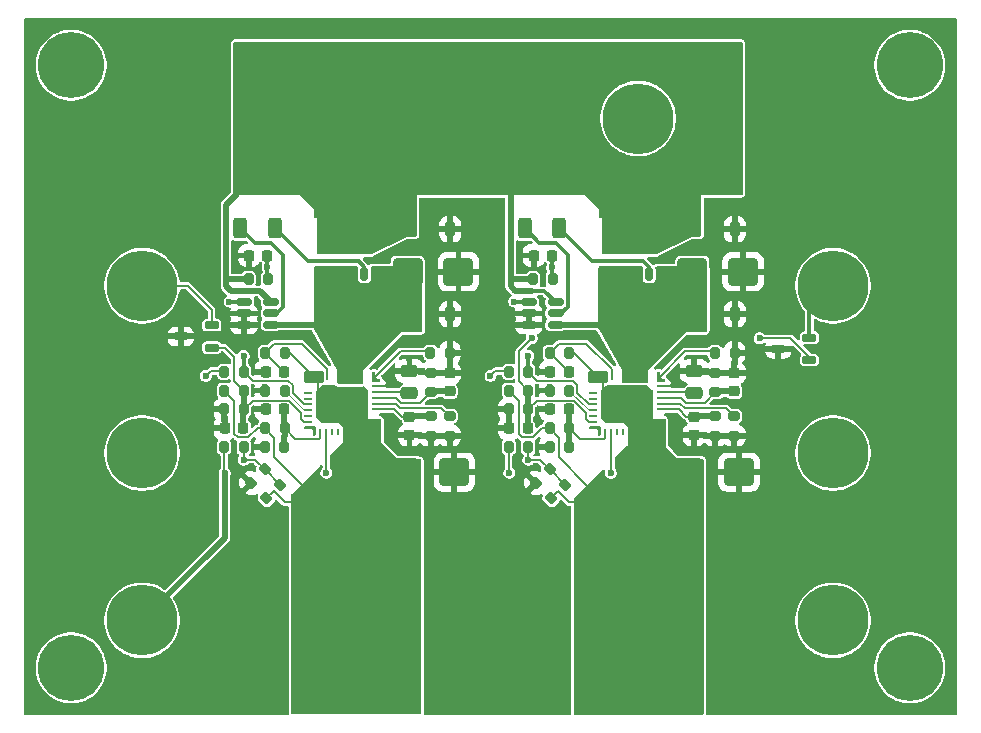
<source format=gtl>
%TF.GenerationSoftware,KiCad,Pcbnew,9.0.4*%
%TF.CreationDate,2025-10-02T00:25:35-07:00*%
%TF.ProjectId,PowerBoard,506f7765-7242-46f6-9172-642e6b696361,1*%
%TF.SameCoordinates,Original*%
%TF.FileFunction,Copper,L1,Top*%
%TF.FilePolarity,Positive*%
%FSLAX46Y46*%
G04 Gerber Fmt 4.6, Leading zero omitted, Abs format (unit mm)*
G04 Created by KiCad (PCBNEW 9.0.4) date 2025-10-02 00:25:35*
%MOMM*%
%LPD*%
G01*
G04 APERTURE LIST*
G04 Aperture macros list*
%AMRoundRect*
0 Rectangle with rounded corners*
0 $1 Rounding radius*
0 $2 $3 $4 $5 $6 $7 $8 $9 X,Y pos of 4 corners*
0 Add a 4 corners polygon primitive as box body*
4,1,4,$2,$3,$4,$5,$6,$7,$8,$9,$2,$3,0*
0 Add four circle primitives for the rounded corners*
1,1,$1+$1,$2,$3*
1,1,$1+$1,$4,$5*
1,1,$1+$1,$6,$7*
1,1,$1+$1,$8,$9*
0 Add four rect primitives between the rounded corners*
20,1,$1+$1,$2,$3,$4,$5,0*
20,1,$1+$1,$4,$5,$6,$7,0*
20,1,$1+$1,$6,$7,$8,$9,0*
20,1,$1+$1,$8,$9,$2,$3,0*%
%AMOutline5P*
0 Free polygon, 5 corners , with rotation*
0 The origin of the aperture is its center*
0 number of corners: always 5*
0 $1 to $10 corner X, Y*
0 $11 Rotation angle, in degrees counterclockwise*
0 create outline with 5 corners*
4,1,5,$1,$2,$3,$4,$5,$6,$7,$8,$9,$10,$1,$2,$11*%
%AMOutline6P*
0 Free polygon, 6 corners , with rotation*
0 The origin of the aperture is its center*
0 number of corners: always 6*
0 $1 to $12 corner X, Y*
0 $13 Rotation angle, in degrees counterclockwise*
0 create outline with 6 corners*
4,1,6,$1,$2,$3,$4,$5,$6,$7,$8,$9,$10,$11,$12,$1,$2,$13*%
%AMOutline7P*
0 Free polygon, 7 corners , with rotation*
0 The origin of the aperture is its center*
0 number of corners: always 7*
0 $1 to $14 corner X, Y*
0 $15 Rotation angle, in degrees counterclockwise*
0 create outline with 7 corners*
4,1,7,$1,$2,$3,$4,$5,$6,$7,$8,$9,$10,$11,$12,$13,$14,$1,$2,$15*%
%AMOutline8P*
0 Free polygon, 8 corners , with rotation*
0 The origin of the aperture is its center*
0 number of corners: always 8*
0 $1 to $16 corner X, Y*
0 $17 Rotation angle, in degrees counterclockwise*
0 create outline with 8 corners*
4,1,8,$1,$2,$3,$4,$5,$6,$7,$8,$9,$10,$11,$12,$13,$14,$15,$16,$1,$2,$17*%
%AMFreePoly0*
4,1,9,2.975000,-2.350000,1.425000,-2.350000,1.425000,-2.100000,-1.650000,-2.100000,-1.650000,2.100000,1.425000,2.100000,1.425000,2.350000,2.975000,2.350000,2.975000,-2.350000,2.975000,-2.350000,$1*%
%AMFreePoly1*
4,1,13,0.175001,0.249999,0.175001,-0.475001,0.125001,-0.525001,-0.074999,-0.525001,-0.124998,-0.475001,-0.124998,-0.050000,-0.224998,0.049999,-0.474998,0.049999,-0.525000,0.099999,-0.524998,0.249999,-0.474998,0.299999,0.125001,0.299999,0.175001,0.249999,0.175001,0.249999,$1*%
%AMFreePoly2*
4,1,17,0.099997,0.600002,0.099997,0.200003,0.199999,0.100003,0.774997,0.100003,0.824999,0.050003,0.824997,-0.099997,0.774997,-0.149999,-0.025002,-0.149999,-0.054092,-0.120907,-0.075001,-0.112247,-0.112247,-0.075001,-0.120907,-0.054092,-0.150003,-0.024998,-0.150003,0.600002,-0.100003,0.650002,0.049997,0.650002,0.099997,0.600002,0.099997,0.600002,$1*%
G04 Aperture macros list end*
%TA.AperFunction,EtchedComponent*%
%ADD10C,0.000000*%
%TD*%
%TA.AperFunction,SMDPad,CuDef*%
%ADD11C,0.500000*%
%TD*%
%TA.AperFunction,SMDPad,CuDef*%
%ADD12RoundRect,0.175000X-0.175000X-0.400000X0.175000X-0.400000X0.175000X0.400000X-0.175000X0.400000X0*%
%TD*%
%TA.AperFunction,SMDPad,CuDef*%
%ADD13FreePoly0,90.000000*%
%TD*%
%TA.AperFunction,SMDPad,CuDef*%
%ADD14RoundRect,0.250000X1.000000X0.900000X-1.000000X0.900000X-1.000000X-0.900000X1.000000X-0.900000X0*%
%TD*%
%TA.AperFunction,SMDPad,CuDef*%
%ADD15RoundRect,0.225000X-0.225000X-0.375000X0.225000X-0.375000X0.225000X0.375000X-0.225000X0.375000X0*%
%TD*%
%TA.AperFunction,SMDPad,CuDef*%
%ADD16RoundRect,0.250000X0.312500X0.625000X-0.312500X0.625000X-0.312500X-0.625000X0.312500X-0.625000X0*%
%TD*%
%TA.AperFunction,SMDPad,CuDef*%
%ADD17R,0.650001X0.249999*%
%TD*%
%TA.AperFunction,SMDPad,CuDef*%
%ADD18R,0.700001X0.249999*%
%TD*%
%TA.AperFunction,SMDPad,CuDef*%
%ADD19FreePoly1,180.000000*%
%TD*%
%TA.AperFunction,SMDPad,CuDef*%
%ADD20Outline8P,-0.824999X0.322998X-0.722999X0.424998X0.722999X0.424998X0.824999X0.322998X0.824999X-0.322998X0.722999X-0.424998X-0.722999X-0.424998X-0.824999X-0.322998X180.000000*%
%TD*%
%TA.AperFunction,SMDPad,CuDef*%
%ADD21R,0.249999X0.750001*%
%TD*%
%TA.AperFunction,SMDPad,CuDef*%
%ADD22Outline8P,-0.825001X0.360999X-0.711001X0.474999X0.711001X0.474999X0.825001X0.360999X0.825001X-0.360999X0.711001X-0.474999X-0.711001X-0.474999X-0.825001X-0.360999X180.000000*%
%TD*%
%TA.AperFunction,SMDPad,CuDef*%
%ADD23FreePoly2,180.000000*%
%TD*%
%TA.AperFunction,SMDPad,CuDef*%
%ADD24R,0.249999X0.599999*%
%TD*%
%TA.AperFunction,SMDPad,CuDef*%
%ADD25Outline8P,-1.150000X0.332500X-1.045000X0.437500X1.045000X0.437500X1.150000X0.332500X1.150000X-0.332500X1.045000X-0.437500X-1.045000X-0.437500X-1.150000X-0.332500X180.000000*%
%TD*%
%TA.AperFunction,SMDPad,CuDef*%
%ADD26R,1.300000X0.249999*%
%TD*%
%TA.AperFunction,ComponentPad*%
%ADD27C,0.499999*%
%TD*%
%TA.AperFunction,SMDPad,CuDef*%
%ADD28R,3.400001X2.350000*%
%TD*%
%TA.AperFunction,SMDPad,CuDef*%
%ADD29RoundRect,0.162500X0.447500X0.162500X-0.447500X0.162500X-0.447500X-0.162500X0.447500X-0.162500X0*%
%TD*%
%TA.AperFunction,ComponentPad*%
%ADD30C,6.000000*%
%TD*%
%TA.AperFunction,SMDPad,CuDef*%
%ADD31RoundRect,0.200000X-0.200000X-0.275000X0.200000X-0.275000X0.200000X0.275000X-0.200000X0.275000X0*%
%TD*%
%TA.AperFunction,SMDPad,CuDef*%
%ADD32RoundRect,0.225000X0.225000X0.250000X-0.225000X0.250000X-0.225000X-0.250000X0.225000X-0.250000X0*%
%TD*%
%TA.AperFunction,SMDPad,CuDef*%
%ADD33RoundRect,0.200000X0.200000X0.275000X-0.200000X0.275000X-0.200000X-0.275000X0.200000X-0.275000X0*%
%TD*%
%TA.AperFunction,SMDPad,CuDef*%
%ADD34RoundRect,0.150000X-0.512500X-0.150000X0.512500X-0.150000X0.512500X0.150000X-0.512500X0.150000X0*%
%TD*%
%TA.AperFunction,ComponentPad*%
%ADD35C,5.600000*%
%TD*%
%TA.AperFunction,SMDPad,CuDef*%
%ADD36RoundRect,0.200000X-0.053033X0.335876X-0.335876X0.053033X0.053033X-0.335876X0.335876X-0.053033X0*%
%TD*%
%TA.AperFunction,SMDPad,CuDef*%
%ADD37RoundRect,0.225000X-0.250000X0.225000X-0.250000X-0.225000X0.250000X-0.225000X0.250000X0.225000X0*%
%TD*%
%TA.AperFunction,SMDPad,CuDef*%
%ADD38RoundRect,0.225000X0.250000X-0.225000X0.250000X0.225000X-0.250000X0.225000X-0.250000X-0.225000X0*%
%TD*%
%TA.AperFunction,SMDPad,CuDef*%
%ADD39RoundRect,0.200000X-0.275000X0.200000X-0.275000X-0.200000X0.275000X-0.200000X0.275000X0.200000X0*%
%TD*%
%TA.AperFunction,SMDPad,CuDef*%
%ADD40RoundRect,0.250000X0.475000X-0.250000X0.475000X0.250000X-0.475000X0.250000X-0.475000X-0.250000X0*%
%TD*%
%TA.AperFunction,SMDPad,CuDef*%
%ADD41RoundRect,0.200000X0.275000X-0.200000X0.275000X0.200000X-0.275000X0.200000X-0.275000X-0.200000X0*%
%TD*%
%TA.AperFunction,ViaPad*%
%ADD42C,0.600000*%
%TD*%
%TA.AperFunction,ViaPad*%
%ADD43C,0.500000*%
%TD*%
%TA.AperFunction,Conductor*%
%ADD44C,0.500000*%
%TD*%
%TA.AperFunction,Conductor*%
%ADD45C,0.200000*%
%TD*%
%TA.AperFunction,Conductor*%
%ADD46C,0.300000*%
%TD*%
%TA.AperFunction,Conductor*%
%ADD47C,0.150000*%
%TD*%
%TA.AperFunction,Conductor*%
%ADD48C,0.100000*%
%TD*%
G04 APERTURE END LIST*
D10*
%TA.AperFunction,EtchedComponent*%
%TO.C,NT8*%
G36*
X151500000Y-96350000D02*
G01*
X150500000Y-96350000D01*
X150500000Y-95850000D01*
X151500000Y-95850000D01*
X151500000Y-96350000D01*
G37*
%TD.AperFunction*%
%TA.AperFunction,EtchedComponent*%
%TO.C,NT11*%
G36*
X127400000Y-96350000D02*
G01*
X126400000Y-96350000D01*
X126400000Y-95850000D01*
X127400000Y-95850000D01*
X127400000Y-96350000D01*
G37*
%TD.AperFunction*%
%TA.AperFunction,EtchedComponent*%
%TO.C,NT9*%
G36*
X150700000Y-95350000D02*
G01*
X149700000Y-95350000D01*
X149700000Y-94850000D01*
X150700000Y-94850000D01*
X150700000Y-95350000D01*
G37*
%TD.AperFunction*%
%TA.AperFunction,EtchedComponent*%
%TO.C,NT7*%
G36*
X157241447Y-99200000D02*
G01*
X156241447Y-99200000D01*
X156241447Y-98700000D01*
X157241447Y-98700000D01*
X157241447Y-99200000D01*
G37*
%TD.AperFunction*%
%TA.AperFunction,EtchedComponent*%
%TO.C,NT12*%
G36*
X126600000Y-95350000D02*
G01*
X125600000Y-95350000D01*
X125600000Y-94850000D01*
X126600000Y-94850000D01*
X126600000Y-95350000D01*
G37*
%TD.AperFunction*%
%TA.AperFunction,EtchedComponent*%
%TO.C,NT10*%
G36*
X133141447Y-99200000D02*
G01*
X132141447Y-99200000D01*
X132141447Y-98700000D01*
X133141447Y-98700000D01*
X133141447Y-99200000D01*
G37*
%TD.AperFunction*%
%TD*%
D11*
%TO.P,NT8,1,1*%
%TO.N,Net-(U13-OUT)*%
X151500000Y-96100000D03*
%TO.P,NT8,2,2*%
%TO.N,VBUS*%
X150500000Y-96100000D03*
%TD*%
D12*
%TO.P,Q4,S,S*%
%TO.N,/Main/batt2_load_sw/BUS*%
X136061447Y-94670000D03*
X134781447Y-94670000D03*
X133511447Y-94670000D03*
%TO.P,Q4,G,G*%
%TO.N,Net-(Q4-PadG)*%
X137331447Y-94670000D03*
D13*
%TO.P,Q4,D,D*%
%TO.N,VBUS*%
X135421447Y-91400000D03*
%TD*%
%TO.P,Q3,D,D*%
%TO.N,VBUS*%
X159521447Y-91400000D03*
D12*
%TO.P,Q3,G,G*%
%TO.N,Net-(Q3-PadG)*%
X161431447Y-94670000D03*
%TO.P,Q3,S,S*%
%TO.N,/Main/batt1_load_sw/BUS*%
X157611447Y-94670000D03*
X158881447Y-94670000D03*
X160161447Y-94670000D03*
%TD*%
D14*
%TO.P,D10,1,A1*%
%TO.N,GND*%
X169391447Y-94481750D03*
%TO.P,D10,2,A2*%
%TO.N,/Main/batt1_load_sw/BUS*%
X165091447Y-94481750D03*
%TD*%
D15*
%TO.P,D12,1,K*%
%TO.N,VBUS*%
X165391447Y-90881750D03*
%TO.P,D12,2,A*%
%TO.N,GND*%
X168691447Y-90881750D03*
%TD*%
%TO.P,D11,1,K*%
%TO.N,/Main/batt1_load_sw/BUS*%
X165391447Y-98081750D03*
%TO.P,D11,2,A*%
%TO.N,GND*%
X168691447Y-98081750D03*
%TD*%
D16*
%TO.P,R50,1*%
%TO.N,Net-(Q3-PadG)*%
X153841447Y-90806750D03*
%TO.P,R50,2*%
%TO.N,Net-(U13-GATE)*%
X150916447Y-90806750D03*
%TD*%
D17*
%TO.P,U12,1,ILIM*%
%TO.N,Net-(U12-ILIM)*%
X162431447Y-106131749D03*
%TO.P,U12,2,IMON*%
%TO.N,/Main/BATT1.IMON*%
X162431447Y-105631750D03*
%TO.P,U12,3,IREF*%
%TO.N,Net-(U12-IREF)*%
X162431447Y-105131751D03*
%TO.P,U12,4,dVdT*%
%TO.N,Net-(U12-dVdT)*%
X162431447Y-104631749D03*
D18*
%TO.P,U12,5,GND*%
%TO.N,GND*%
X162406445Y-104131750D03*
D19*
%TO.P,U12,6,SFT_SEL*%
%TO.N,Net-(U12-SFT_SEL)*%
X162231447Y-103456751D03*
D20*
%TO.P,U12,7,OUT*%
%TO.N,/Main/batt1_load_sw/BUS*%
X160481445Y-103306751D03*
D21*
%TO.P,U12,8,OUT*%
X159331445Y-103306751D03*
%TO.P,U12,9,VDD*%
%TO.N,Net-(U12-VDD)*%
X158281445Y-103306751D03*
D22*
%TO.P,U12,10,IN*%
%TO.N,/Main/batt1_load_sw/IN*%
X157131446Y-103356751D03*
D17*
%TO.P,U12,11,NC*%
%TO.N,unconnected-(U12-NC-Pad11)*%
X156681445Y-104706751D03*
%TO.P,U12,12,MODE*%
%TO.N,unconnected-(U12-MODE-Pad12)*%
X156681445Y-105206750D03*
%TO.P,U12,13,FLT_N*%
%TO.N,/Main/BATT1.FLTn*%
X156681445Y-105706751D03*
%TO.P,U12,14,ITIMER*%
%TO.N,Net-(U12-ITIMER)*%
X156681445Y-106206750D03*
%TO.P,U12,15,TEMP*%
%TO.N,/Main/BATT1.TEMP*%
X156681445Y-106706749D03*
%TO.P,U12,16,EN_UVLO*%
%TO.N,/Main/batt1_load_sw/EN_UVLO*%
X156681445Y-107206751D03*
D23*
%TO.P,U12,17,NC*%
%TO.N,unconnected-(U12-NC-Pad17)*%
X157181444Y-107681748D03*
D24*
%TO.P,U12,18,OVP*%
%TO.N,Net-(U12-OVP)*%
X157706447Y-108031750D03*
%TO.P,U12,19,PGOOD*%
%TO.N,/Main/BATT1.PGOOD*%
X158206446Y-108031750D03*
%TO.P,U12,20,SWEN*%
%TO.N,unconnected-(U12-SWEN-Pad20)*%
X158706445Y-108031750D03*
%TO.P,U12,21,NC*%
%TO.N,unconnected-(U12-NC-Pad21)*%
X159206447Y-108031750D03*
D25*
%TO.P,U12,22,IN*%
%TO.N,/Main/batt1_load_sw/IN*%
X161656446Y-107944250D03*
D26*
%TO.P,U12,23,IN*%
X162106446Y-107181749D03*
D27*
%TO.P,U12,24,IN*%
X161006446Y-106506750D03*
X161006446Y-105706751D03*
X161006446Y-104906750D03*
X160146445Y-106506750D03*
X160146445Y-105706751D03*
X160146445Y-104906750D03*
D28*
X159556446Y-105706751D03*
D27*
X158966447Y-106506750D03*
X158966447Y-105706751D03*
X158966447Y-104906750D03*
X158106446Y-106506750D03*
X158106446Y-105706751D03*
X158106446Y-104906750D03*
%TD*%
%TO.P,U14,24,IN*%
%TO.N,/Main/batt2_load_sw/IN*%
X134006446Y-104906750D03*
X134006446Y-105706751D03*
X134006446Y-106506750D03*
X134866447Y-104906750D03*
X134866447Y-105706751D03*
X134866447Y-106506750D03*
D28*
X135456446Y-105706751D03*
D27*
X136046445Y-104906750D03*
X136046445Y-105706751D03*
X136046445Y-106506750D03*
X136906446Y-104906750D03*
X136906446Y-105706751D03*
X136906446Y-106506750D03*
D26*
%TO.P,U14,23,IN*%
X138006446Y-107181749D03*
D25*
%TO.P,U14,22,IN*%
X137556446Y-107944250D03*
D24*
%TO.P,U14,21,NC*%
%TO.N,unconnected-(U14-NC-Pad21)*%
X135106447Y-108031750D03*
%TO.P,U14,20,SWEN*%
%TO.N,unconnected-(U14-SWEN-Pad20)*%
X134606445Y-108031750D03*
%TO.P,U14,19,PGOOD*%
%TO.N,/Main/BATT2.PGOOD*%
X134106446Y-108031750D03*
%TO.P,U14,18,OVP*%
%TO.N,Net-(U14-OVP)*%
X133606447Y-108031750D03*
D23*
%TO.P,U14,17,NC*%
%TO.N,unconnected-(U14-NC-Pad17)*%
X133081444Y-107681748D03*
D17*
%TO.P,U14,16,EN_UVLO*%
%TO.N,/Main/batt2_load_sw/EN_UVLO*%
X132581445Y-107206751D03*
%TO.P,U14,15,TEMP*%
%TO.N,/Main/BATT2.TEMP*%
X132581445Y-106706749D03*
%TO.P,U14,14,ITIMER*%
%TO.N,Net-(U14-ITIMER)*%
X132581445Y-106206750D03*
%TO.P,U14,13,FLT_N*%
%TO.N,/Main/BATT2.FLTn*%
X132581445Y-105706751D03*
%TO.P,U14,12,MODE*%
%TO.N,unconnected-(U14-MODE-Pad12)*%
X132581445Y-105206750D03*
%TO.P,U14,11,NC*%
%TO.N,unconnected-(U14-NC-Pad11)*%
X132581445Y-104706751D03*
D22*
%TO.P,U14,10,IN*%
%TO.N,/Main/batt2_load_sw/IN*%
X133031446Y-103356751D03*
D21*
%TO.P,U14,9,VDD*%
%TO.N,Net-(U14-VDD)*%
X134181445Y-103306751D03*
%TO.P,U14,8,OUT*%
%TO.N,/Main/batt2_load_sw/BUS*%
X135231445Y-103306751D03*
D20*
%TO.P,U14,7,OUT*%
X136381445Y-103306751D03*
D19*
%TO.P,U14,6,SFT_SEL*%
%TO.N,Net-(U14-SFT_SEL)*%
X138131447Y-103456751D03*
D18*
%TO.P,U14,5,GND*%
%TO.N,GND*%
X138306445Y-104131750D03*
D17*
%TO.P,U14,4,dVdT*%
%TO.N,Net-(U14-dVdT)*%
X138331447Y-104631749D03*
%TO.P,U14,3,IREF*%
%TO.N,Net-(U14-IREF)*%
X138331447Y-105131751D03*
%TO.P,U14,2,IMON*%
%TO.N,/Main/BATT2.IMON*%
X138331447Y-105631750D03*
%TO.P,U14,1,ILIM*%
%TO.N,Net-(U14-ILIM)*%
X138331447Y-106131749D03*
%TD*%
D29*
%TO.P,Q44,1,D*%
%TO.N,/Main/batt2_load_sw/EN_UVLO*%
X124410000Y-100900000D03*
%TO.P,Q44,2,G*%
%TO.N,/Main/BATT2.EN*%
X124410000Y-99000000D03*
%TO.P,Q44,3,S*%
%TO.N,GND*%
X121790000Y-99950000D03*
%TD*%
D30*
%TO.P,TP19,1,1*%
%TO.N,/Main/BATT1.FLTn*%
X177000000Y-109833333D03*
%TD*%
%TO.P,TP24,1,1*%
%TO.N,/Main/BATT1.EN*%
X177000000Y-95666667D03*
%TD*%
%TO.P,,1,1*%
%TO.N,GND*%
X177000000Y-81500000D03*
%TD*%
%TO.P,TP20,1,1*%
%TO.N,/Main/BATT2.FLTn*%
X118500000Y-109833333D03*
%TD*%
D31*
%TO.P,R52,2*%
%TO.N,Net-(U14-OVP)*%
X130566447Y-107731750D03*
%TO.P,R52,1*%
%TO.N,/Main/batt2_load_sw/IN*%
X128916447Y-107731750D03*
%TD*%
D32*
%TO.P,C56,2*%
%TO.N,GND*%
X153066447Y-106131750D03*
%TO.P,C56,1*%
%TO.N,Net-(U12-OVP)*%
X154616447Y-106131750D03*
%TD*%
D33*
%TO.P,R51,2*%
%TO.N,Net-(NT9-Pad1)*%
X151616447Y-95100000D03*
%TO.P,R51,1*%
%TO.N,Net-(U13-VS)*%
X153266447Y-95100000D03*
%TD*%
D30*
%TO.P,TP9,1,1*%
%TO.N,/Main/batt2_load_sw/IN*%
X136500000Y-124000000D03*
%TD*%
D34*
%TO.P,U13,6,OUT*%
%TO.N,Net-(U13-OUT)*%
X153516447Y-97056750D03*
%TO.P,U13,5,GATE*%
%TO.N,Net-(U13-GATE)*%
X153516447Y-98006750D03*
%TO.P,U13,4,IN*%
%TO.N,Net-(U13-IN)*%
X153516447Y-98956750D03*
%TO.P,U13,3,OFF*%
%TO.N,GND*%
X151241447Y-98956750D03*
%TO.P,U13,2,GND*%
X151241447Y-98006750D03*
%TO.P,U13,1,VS*%
%TO.N,Net-(U13-VS)*%
X151241447Y-97056750D03*
%TD*%
D35*
%TO.P,H1,1*%
%TO.N,N/C*%
X112500000Y-77000000D03*
%TD*%
D15*
%TO.P,D16,2,A*%
%TO.N,GND*%
X144591447Y-90881750D03*
%TO.P,D16,1,K*%
%TO.N,VBUS*%
X141291447Y-90881750D03*
%TD*%
D16*
%TO.P,R63,2*%
%TO.N,Net-(U15-GATE)*%
X126816447Y-90806750D03*
%TO.P,R63,1*%
%TO.N,Net-(Q4-PadG)*%
X129741447Y-90806750D03*
%TD*%
D30*
%TO.P,TP11,1,1*%
%TO.N,VBUS*%
X136500000Y-81500000D03*
%TD*%
%TO.P,TP12,1,1*%
%TO.N,GND*%
X118500000Y-81500000D03*
%TD*%
D36*
%TO.P,R110,2*%
%TO.N,/Main/batt1_load_sw/IN*%
X153133274Y-113666726D03*
%TO.P,R110,1*%
%TO.N,/Main/batt1_load_sw/V_PULLUP*%
X154300000Y-112500000D03*
%TD*%
D33*
%TO.P,C59,2*%
%TO.N,GND*%
X153016447Y-104531750D03*
%TO.P,C59,1*%
%TO.N,Net-(U12-ITIMER)*%
X154666447Y-104531750D03*
%TD*%
D37*
%TO.P,C68,2*%
%TO.N,GND*%
X141141447Y-108300000D03*
%TO.P,C68,1*%
%TO.N,Net-(U14-ILIM)*%
X141141447Y-106750000D03*
%TD*%
D11*
%TO.P,NT11,2,2*%
%TO.N,VBUS*%
X126400000Y-96100000D03*
%TO.P,NT11,1,1*%
%TO.N,Net-(U15-OUT)*%
X127400000Y-96100000D03*
%TD*%
D31*
%TO.P,R41,2*%
%TO.N,/Main/batt1_load_sw/EN_UVLO*%
X151200000Y-104531750D03*
%TO.P,R41,1*%
%TO.N,/Main/batt1_load_sw/IN*%
X149550000Y-104531750D03*
%TD*%
D32*
%TO.P,C66,2*%
%TO.N,GND*%
X128966447Y-102931750D03*
%TO.P,C66,1*%
%TO.N,Net-(U14-VDD)*%
X130516447Y-102931750D03*
%TD*%
D38*
%TO.P,C69,2*%
%TO.N,GND*%
X144541447Y-103056750D03*
%TO.P,C69,1*%
%TO.N,Net-(U14-IREF)*%
X144541447Y-104606750D03*
%TD*%
D14*
%TO.P,D13,2,A2*%
%TO.N,/Main/batt2_load_sw/IN*%
X140641447Y-111431750D03*
%TO.P,D13,1,A1*%
%TO.N,GND*%
X144941447Y-111431750D03*
%TD*%
D33*
%TO.P,R59,2*%
%TO.N,/Main/batt2_load_sw/V_PULLUP*%
X125450000Y-102931750D03*
%TO.P,R59,1*%
%TO.N,/Main/BATT2.FLTn*%
X127100000Y-102931750D03*
%TD*%
D32*
%TO.P,C65,2*%
%TO.N,GND*%
X125500000Y-107731750D03*
%TO.P,C65,1*%
%TO.N,/Main/batt2_load_sw/EN_UVLO*%
X127050000Y-107731750D03*
%TD*%
D33*
%TO.P,R46,2*%
%TO.N,/Main/batt1_load_sw/V_PULLUP*%
X149550000Y-102931750D03*
%TO.P,R46,1*%
%TO.N,/Main/BATT1.FLTn*%
X151200000Y-102931750D03*
%TD*%
%TO.P,R42,2*%
%TO.N,GND*%
X149550000Y-106131750D03*
%TO.P,R42,1*%
%TO.N,/Main/batt1_load_sw/EN_UVLO*%
X151200000Y-106131750D03*
%TD*%
D39*
%TO.P,R48,2*%
%TO.N,GND*%
X167041447Y-108350000D03*
%TO.P,R48,1*%
%TO.N,Net-(U12-ILIM)*%
X167041447Y-106700000D03*
%TD*%
D30*
%TO.P,TP7,1,1*%
%TO.N,/Main/batt1_load_sw/IN*%
X160500000Y-124000000D03*
%TD*%
D35*
%TO.P,H7,1*%
%TO.N,N/C*%
X183500000Y-128000000D03*
%TD*%
D32*
%TO.P,C58,2*%
%TO.N,GND*%
X153066447Y-102931750D03*
%TO.P,C58,1*%
%TO.N,Net-(U12-VDD)*%
X154616447Y-102931750D03*
%TD*%
D40*
%TO.P,C62,2*%
%TO.N,GND*%
X165241447Y-102881750D03*
%TO.P,C62,1*%
%TO.N,Net-(U12-dVdT)*%
X165241447Y-104781750D03*
%TD*%
D33*
%TO.P,R56,2*%
%TO.N,Net-(U14-VDD)*%
X128916447Y-101331750D03*
%TO.P,R56,1*%
%TO.N,/Main/batt2_load_sw/IN*%
X130566447Y-101331750D03*
%TD*%
D34*
%TO.P,U15,6,OUT*%
%TO.N,Net-(U15-OUT)*%
X129416447Y-97056750D03*
%TO.P,U15,5,GATE*%
%TO.N,Net-(U15-GATE)*%
X129416447Y-98006750D03*
%TO.P,U15,4,IN*%
%TO.N,Net-(U15-IN)*%
X129416447Y-98956750D03*
%TO.P,U15,3,OFF*%
%TO.N,GND*%
X127141447Y-98956750D03*
%TO.P,U15,2,GND*%
X127141447Y-98006750D03*
%TO.P,U15,1,VS*%
%TO.N,Net-(U15-VS)*%
X127141447Y-97056750D03*
%TD*%
D31*
%TO.P,R44,2*%
%TO.N,GND*%
X168666447Y-101331750D03*
%TO.P,R44,1*%
%TO.N,Net-(U12-SFT_SEL)*%
X167016447Y-101331750D03*
%TD*%
D41*
%TO.P,R49,2*%
%TO.N,GND*%
X167041447Y-103006750D03*
%TO.P,R49,1*%
%TO.N,Net-(U12-IREF)*%
X167041447Y-104656750D03*
%TD*%
D33*
%TO.P,R55,2*%
%TO.N,GND*%
X125450000Y-106131750D03*
%TO.P,R55,1*%
%TO.N,/Main/batt2_load_sw/EN_UVLO*%
X127100000Y-106131750D03*
%TD*%
D35*
%TO.P,H2,1*%
%TO.N,N/C*%
X183500000Y-77000000D03*
%TD*%
D29*
%TO.P,Q42,3,S*%
%TO.N,GND*%
X172380000Y-101000000D03*
%TO.P,Q42,2,G*%
%TO.N,/Main/BATT1.EN*%
X175000000Y-100050000D03*
%TO.P,Q42,1,D*%
%TO.N,/Main/batt1_load_sw/EN_UVLO*%
X175000000Y-101950000D03*
%TD*%
D31*
%TO.P,R57,2*%
%TO.N,GND*%
X144566447Y-101331750D03*
%TO.P,R57,1*%
%TO.N,Net-(U14-SFT_SEL)*%
X142916447Y-101331750D03*
%TD*%
D30*
%TO.P,TP15,1,1*%
%TO.N,/Main/BATT2.PGOOD*%
X118500000Y-124000000D03*
%TD*%
D36*
%TO.P,R115,2*%
%TO.N,GND*%
X151833274Y-112366726D03*
%TO.P,R115,1*%
%TO.N,/Main/batt1_load_sw/V_PULLUP*%
X153000000Y-111200000D03*
%TD*%
D33*
%TO.P,R40,2*%
%TO.N,GND*%
X153000000Y-109331750D03*
%TO.P,R40,1*%
%TO.N,Net-(U12-OVP)*%
X154650000Y-109331750D03*
%TD*%
D36*
%TO.P,R111,2*%
%TO.N,/Main/batt2_load_sw/IN*%
X129033274Y-113666726D03*
%TO.P,R111,1*%
%TO.N,/Main/batt2_load_sw/V_PULLUP*%
X130200000Y-112500000D03*
%TD*%
D11*
%TO.P,NT9,2,2*%
%TO.N,VBUS*%
X149700000Y-95100000D03*
%TO.P,NT9,1,1*%
%TO.N,Net-(NT9-Pad1)*%
X150700000Y-95100000D03*
%TD*%
D30*
%TO.P,TP8,1,1*%
%TO.N,GND*%
X148500000Y-124000000D03*
%TD*%
D31*
%TO.P,R58,2*%
%TO.N,/Main/batt2_load_sw/V_PULLUP*%
X127100000Y-109300000D03*
%TO.P,R58,1*%
%TO.N,/Main/BATT2.PGOOD*%
X125450000Y-109300000D03*
%TD*%
D11*
%TO.P,NT7,2,2*%
%TO.N,/Main/batt1_load_sw/BUS*%
X157241447Y-98950000D03*
%TO.P,NT7,1,1*%
%TO.N,Net-(U13-IN)*%
X156241447Y-98950000D03*
%TD*%
D39*
%TO.P,R60,2*%
%TO.N,GND*%
X144541447Y-108350000D03*
%TO.P,R60,1*%
%TO.N,/Main/BATT2.IMON*%
X144541447Y-106700000D03*
%TD*%
D11*
%TO.P,NT12,2,2*%
%TO.N,VBUS*%
X125600000Y-95100000D03*
%TO.P,NT12,1,1*%
%TO.N,Net-(NT12-Pad1)*%
X126600000Y-95100000D03*
%TD*%
D30*
%TO.P,TP11,1,1*%
%TO.N,N/C*%
X160500000Y-81500000D03*
%TD*%
D38*
%TO.P,C61,2*%
%TO.N,GND*%
X168641447Y-103056750D03*
%TO.P,C61,1*%
%TO.N,Net-(U12-IREF)*%
X168641447Y-104606750D03*
%TD*%
D32*
%TO.P,C71,2*%
%TO.N,GND*%
X127566447Y-93100000D03*
%TO.P,C71,1*%
%TO.N,Net-(U15-VS)*%
X129116447Y-93100000D03*
%TD*%
D31*
%TO.P,R39,2*%
%TO.N,Net-(U12-OVP)*%
X154666447Y-107731750D03*
%TO.P,R39,1*%
%TO.N,/Main/batt1_load_sw/IN*%
X153016447Y-107731750D03*
%TD*%
D33*
%TO.P,R43,2*%
%TO.N,Net-(U12-VDD)*%
X153016447Y-101331750D03*
%TO.P,R43,1*%
%TO.N,/Main/batt1_load_sw/IN*%
X154666447Y-101331750D03*
%TD*%
D35*
%TO.P,H3,1*%
%TO.N,N/C*%
X112500000Y-128000000D03*
%TD*%
D14*
%TO.P,D14,2,A2*%
%TO.N,/Main/batt2_load_sw/BUS*%
X140991447Y-94481750D03*
%TO.P,D14,1,A1*%
%TO.N,GND*%
X145291447Y-94481750D03*
%TD*%
D40*
%TO.P,C70,2*%
%TO.N,GND*%
X141141447Y-102881750D03*
%TO.P,C70,1*%
%TO.N,Net-(U14-dVdT)*%
X141141447Y-104781750D03*
%TD*%
D11*
%TO.P,NT10,2,2*%
%TO.N,/Main/batt2_load_sw/BUS*%
X133141447Y-98950000D03*
%TO.P,NT10,1,1*%
%TO.N,Net-(U15-IN)*%
X132141447Y-98950000D03*
%TD*%
D33*
%TO.P,C67,2*%
%TO.N,GND*%
X128916447Y-104531750D03*
%TO.P,C67,1*%
%TO.N,Net-(U14-ITIMER)*%
X130566447Y-104531750D03*
%TD*%
D31*
%TO.P,R54,2*%
%TO.N,/Main/batt2_load_sw/EN_UVLO*%
X127100000Y-104531750D03*
%TO.P,R54,1*%
%TO.N,/Main/batt2_load_sw/IN*%
X125450000Y-104531750D03*
%TD*%
D33*
%TO.P,R53,2*%
%TO.N,GND*%
X128900000Y-109331750D03*
%TO.P,R53,1*%
%TO.N,Net-(U14-OVP)*%
X130550000Y-109331750D03*
%TD*%
D31*
%TO.P,R45,2*%
%TO.N,/Main/batt1_load_sw/V_PULLUP*%
X151200000Y-109300000D03*
%TO.P,R45,1*%
%TO.N,/Main/BATT1.PGOOD*%
X149550000Y-109300000D03*
%TD*%
D32*
%TO.P,C63,2*%
%TO.N,GND*%
X151666447Y-93100000D03*
%TO.P,C63,1*%
%TO.N,Net-(U13-VS)*%
X153216447Y-93100000D03*
%TD*%
D37*
%TO.P,C60,2*%
%TO.N,GND*%
X165241447Y-108300000D03*
%TO.P,C60,1*%
%TO.N,Net-(U12-ILIM)*%
X165241447Y-106750000D03*
%TD*%
D15*
%TO.P,D15,2,A*%
%TO.N,GND*%
X144591447Y-98081750D03*
%TO.P,D15,1,K*%
%TO.N,/Main/batt2_load_sw/BUS*%
X141291447Y-98081750D03*
%TD*%
D30*
%TO.P,TP14,1,1*%
%TO.N,/Main/BATT1.PGOOD*%
X177000000Y-124000000D03*
%TD*%
D33*
%TO.P,R64,2*%
%TO.N,Net-(NT12-Pad1)*%
X127516447Y-95100000D03*
%TO.P,R64,1*%
%TO.N,Net-(U15-VS)*%
X129166447Y-95100000D03*
%TD*%
D36*
%TO.P,R116,2*%
%TO.N,GND*%
X127733274Y-112366726D03*
%TO.P,R116,1*%
%TO.N,/Main/batt2_load_sw/V_PULLUP*%
X128900000Y-111200000D03*
%TD*%
D30*
%TO.P,TP25,1,1*%
%TO.N,/Main/BATT2.EN*%
X118500000Y-95666667D03*
%TD*%
D39*
%TO.P,R47,2*%
%TO.N,GND*%
X168641447Y-108350000D03*
%TO.P,R47,1*%
%TO.N,/Main/BATT1.IMON*%
X168641447Y-106700000D03*
%TD*%
D41*
%TO.P,R62,2*%
%TO.N,GND*%
X142941447Y-103006750D03*
%TO.P,R62,1*%
%TO.N,Net-(U14-IREF)*%
X142941447Y-104656750D03*
%TD*%
D14*
%TO.P,D9,2,A2*%
%TO.N,/Main/batt1_load_sw/IN*%
X164741447Y-111431750D03*
%TO.P,D9,1,A1*%
%TO.N,GND*%
X169041447Y-111431750D03*
%TD*%
D32*
%TO.P,C64,2*%
%TO.N,GND*%
X128966447Y-106131750D03*
%TO.P,C64,1*%
%TO.N,Net-(U14-OVP)*%
X130516447Y-106131750D03*
%TD*%
%TO.P,C57,2*%
%TO.N,GND*%
X149600000Y-107731750D03*
%TO.P,C57,1*%
%TO.N,/Main/batt1_load_sw/EN_UVLO*%
X151150000Y-107731750D03*
%TD*%
D39*
%TO.P,R61,2*%
%TO.N,GND*%
X142941447Y-108350000D03*
%TO.P,R61,1*%
%TO.N,Net-(U14-ILIM)*%
X142941447Y-106700000D03*
%TD*%
D42*
%TO.N,GND*%
X126500000Y-93100000D03*
%TO.N,/Main/batt1_load_sw/EN_UVLO*%
X170800000Y-100100000D03*
%TO.N,GND*%
X169900000Y-101300000D03*
X149600000Y-99000000D03*
D43*
X152100000Y-109300000D03*
D42*
X149600000Y-98000000D03*
D43*
X152100000Y-104600000D03*
D42*
X165200000Y-101800000D03*
X169900000Y-103000000D03*
X163600000Y-103400000D03*
D43*
X152100000Y-106100000D03*
X152100000Y-102900000D03*
D42*
X151000000Y-113200000D03*
%TO.N,/Main/batt1_load_sw/EN_UVLO*%
X151500000Y-100100000D03*
%TO.N,/Main/BATT1.PGOOD*%
X158200000Y-111500000D03*
X149600000Y-111500000D03*
%TO.N,/Main/BATT1.FLTn*%
X151200000Y-101600000D03*
%TO.N,/Main/batt1_load_sw/V_PULLUP*%
X148000000Y-103300000D03*
X151200000Y-110400000D03*
%TO.N,GND*%
X170000000Y-90900000D03*
X169900000Y-98100000D03*
X145800000Y-98100000D03*
X145900000Y-90900000D03*
%TO.N,/Main/batt2_load_sw/V_PULLUP*%
X127100000Y-110400000D03*
X123900000Y-103300000D03*
%TO.N,/Main/BATT2.FLTn*%
X127100000Y-101600000D03*
%TO.N,/Main/BATT2.PGOOD*%
X125500000Y-111500000D03*
X134100000Y-111500000D03*
%TO.N,GND*%
X126900000Y-113200000D03*
D43*
X128000000Y-102900000D03*
X128000000Y-106100000D03*
D42*
X139500000Y-103400000D03*
X145800000Y-103000000D03*
X141100000Y-101800000D03*
D43*
X128000000Y-104600000D03*
D42*
X125800000Y-98000000D03*
D43*
X128000000Y-109300000D03*
D42*
X125800000Y-99000000D03*
X145800000Y-101300000D03*
%TO.N,Net-(U15-VS)*%
X129116447Y-94100000D03*
X125900000Y-97000000D03*
%TO.N,GND*%
X150500000Y-93100000D03*
%TO.N,Net-(U13-VS)*%
X153216447Y-94100000D03*
X150000000Y-97000000D03*
%TD*%
D44*
%TO.N,/Main/BATT2.PGOOD*%
X125500000Y-111500000D02*
X125500000Y-117000000D01*
X125500000Y-117000000D02*
X118500000Y-124000000D01*
%TO.N,Net-(NT9-Pad1)*%
X150700000Y-95100000D02*
X151616447Y-95100000D01*
%TO.N,VBUS*%
X149700000Y-87900000D02*
X149700000Y-95100000D01*
X150500000Y-96100000D02*
X150095032Y-96100000D01*
X150095032Y-96100000D02*
X149700000Y-95704968D01*
X149700000Y-95704968D02*
X149700000Y-95100000D01*
X126400000Y-96100000D02*
X125995032Y-96100000D01*
X125995032Y-96100000D02*
X125600000Y-95704968D01*
X125600000Y-95704968D02*
X125600000Y-95100000D01*
X126500000Y-87900000D02*
X125600000Y-88800000D01*
X125600000Y-88800000D02*
X125600000Y-95100000D01*
%TO.N,Net-(NT12-Pad1)*%
X126800000Y-95100000D02*
X127516447Y-95100000D01*
D45*
%TO.N,/Main/batt2_load_sw/EN_UVLO*%
X127100000Y-104531750D02*
X126300000Y-103731750D01*
X126300000Y-103731750D02*
X126300000Y-101700000D01*
X126300000Y-101700000D02*
X125500000Y-100900000D01*
X125500000Y-100900000D02*
X124410000Y-100900000D01*
%TO.N,/Main/BATT2.EN*%
X124410000Y-99000000D02*
X124410000Y-97710000D01*
X124410000Y-97710000D02*
X122366667Y-95666667D01*
X122366667Y-95666667D02*
X118500000Y-95666667D01*
D46*
%TO.N,Net-(U13-VS)*%
X153216447Y-93100000D02*
X153216447Y-94100000D01*
%TO.N,Net-(U13-OUT)*%
X151500000Y-96100000D02*
X152559697Y-96100000D01*
X152559697Y-96100000D02*
X153516447Y-97056750D01*
%TO.N,Net-(U13-GATE)*%
X150916447Y-90806750D02*
X152142447Y-92032750D01*
X152142447Y-92032750D02*
X153532750Y-92032750D01*
X154529947Y-93029947D02*
X154529947Y-97470053D01*
X154529947Y-97470053D02*
X153993250Y-98006750D01*
X153532750Y-92032750D02*
X154529947Y-93029947D01*
X153993250Y-98006750D02*
X153516447Y-98006750D01*
%TO.N,Net-(Q3-PadG)*%
X153841447Y-90806750D02*
X156634697Y-93600000D01*
X156634697Y-93600000D02*
X160936447Y-93600000D01*
X160936447Y-93600000D02*
X161431447Y-94095000D01*
X161431447Y-94095000D02*
X161431447Y-94670000D01*
D45*
%TO.N,Net-(U13-GATE)*%
X150916447Y-90806750D02*
X151306750Y-90806750D01*
X153161979Y-98006750D02*
X153516447Y-98006750D01*
%TO.N,/Main/batt1_load_sw/V_PULLUP*%
X149500000Y-102881750D02*
X149550000Y-102931750D01*
X148000000Y-103300000D02*
X148418250Y-102881750D01*
X148418250Y-102881750D02*
X149500000Y-102881750D01*
%TO.N,/Main/BATT1.PGOOD*%
X149600000Y-111500000D02*
X149600000Y-111400000D01*
X149600000Y-111400000D02*
X149550000Y-111350000D01*
X149550000Y-111350000D02*
X149550000Y-109300000D01*
X158206446Y-109093554D02*
X158206446Y-108031750D01*
X158200000Y-111500000D02*
X158200000Y-109100000D01*
X158200000Y-109100000D02*
X158206446Y-109093554D01*
%TO.N,/Main/batt1_load_sw/EN_UVLO*%
X175000000Y-101950000D02*
X175000000Y-101700000D01*
X175000000Y-101700000D02*
X173400000Y-100100000D01*
X173400000Y-100100000D02*
X170800000Y-100100000D01*
X150400000Y-101200000D02*
X150400000Y-103731750D01*
X151500000Y-100100000D02*
X150400000Y-101200000D01*
X150400000Y-103731750D02*
X151200000Y-104531750D01*
%TO.N,/Main/batt1_load_sw/V_PULLUP*%
X151200000Y-110400000D02*
X152200000Y-110400000D01*
X152200000Y-110400000D02*
X153000000Y-111200000D01*
D46*
%TO.N,/Main/BATT1.EN*%
X175000000Y-100050000D02*
X175000000Y-97666667D01*
X175000000Y-97666667D02*
X177000000Y-95666667D01*
D45*
%TO.N,GND*%
X152988250Y-106131750D02*
X153066447Y-106131750D01*
X153018197Y-104530000D02*
X153016447Y-104531750D01*
X152168250Y-104531750D02*
X153016447Y-104531750D01*
X153034697Y-102900000D02*
X153066447Y-102931750D01*
X163600000Y-103400000D02*
X163600000Y-103700000D01*
X152200000Y-109300000D02*
X152231750Y-109331750D01*
X152100000Y-109300000D02*
X152200000Y-109300000D01*
X151833274Y-112366726D02*
X151000000Y-113200000D01*
X152231750Y-109331750D02*
X153100000Y-109331750D01*
X163168250Y-104131750D02*
X162406445Y-104131750D01*
X152100000Y-102900000D02*
X153034697Y-102900000D01*
X152126851Y-106126851D02*
X152983351Y-106126851D01*
X152983351Y-106126851D02*
X152988250Y-106131750D01*
X152100000Y-106100000D02*
X152126851Y-106126851D01*
X163600000Y-103700000D02*
X163168250Y-104131750D01*
X152100000Y-104600000D02*
X152168250Y-104531750D01*
D47*
%TO.N,/Main/batt1_load_sw/EN_UVLO*%
X155055203Y-105380750D02*
X156080445Y-106405992D01*
X152292447Y-105380750D02*
X155055203Y-105380750D01*
D45*
X151951000Y-105380750D02*
X152292447Y-105380750D01*
D47*
X156080445Y-106405992D02*
X156080445Y-106946746D01*
D44*
X151150000Y-107731750D02*
X151150000Y-106181750D01*
D47*
X151200000Y-106131750D02*
X151951000Y-105380750D01*
X156080445Y-106946746D02*
X156340450Y-107206751D01*
X156340450Y-107206751D02*
X156681445Y-107206751D01*
D44*
X151200000Y-104531750D02*
X151200000Y-106131750D01*
%TO.N,Net-(U12-OVP)*%
X154666447Y-108405750D02*
X154650000Y-108422197D01*
D45*
X157600446Y-108637750D02*
X157706447Y-108531749D01*
D44*
X154616447Y-107681750D02*
X154666447Y-107731750D01*
D45*
X157706447Y-108531749D02*
X157706447Y-108031750D01*
D44*
X154650000Y-108422197D02*
X154650000Y-109331750D01*
D45*
X154666447Y-107731750D02*
X155572447Y-108637750D01*
D44*
X154666447Y-107731750D02*
X154666447Y-108405750D01*
X154616447Y-106131750D02*
X154616447Y-107681750D01*
D45*
X155572447Y-108637750D02*
X157600446Y-108637750D01*
%TO.N,Net-(U12-VDD)*%
X156105444Y-100555750D02*
X158281445Y-102731751D01*
X158281445Y-102731751D02*
X158281445Y-103306751D01*
X153792447Y-100555750D02*
X156105444Y-100555750D01*
D47*
X154616447Y-102931750D02*
X153016447Y-101331750D01*
D45*
X153016447Y-101331750D02*
X153792447Y-100555750D01*
D48*
%TO.N,Net-(U12-ITIMER)*%
X156681445Y-106206750D02*
X156341447Y-106206750D01*
X156341447Y-106206750D02*
X154666447Y-104531750D01*
D44*
%TO.N,Net-(U12-ILIM)*%
X167041447Y-106700000D02*
X165291447Y-106700000D01*
D47*
X163973196Y-106131749D02*
X164591447Y-106750000D01*
D44*
X165291447Y-106700000D02*
X165241447Y-106750000D01*
D47*
X162431447Y-106131749D02*
X163973196Y-106131749D01*
X164591447Y-106750000D02*
X165241447Y-106750000D01*
%TO.N,Net-(U12-IREF)*%
X164541643Y-105557750D02*
X166140447Y-105557750D01*
D44*
X167091447Y-104606750D02*
X167041447Y-104656750D01*
D47*
X166140447Y-105557750D02*
X167041447Y-104656750D01*
D44*
X168641447Y-104606750D02*
X167091447Y-104606750D01*
D47*
X164115644Y-105131751D02*
X164541643Y-105557750D01*
X162431447Y-105131751D02*
X164115644Y-105131751D01*
%TO.N,Net-(U12-dVdT)*%
X165091446Y-104631749D02*
X165241447Y-104781750D01*
D45*
X162431447Y-104631749D02*
X165091446Y-104631749D01*
%TO.N,Net-(U12-SFT_SEL)*%
X162231447Y-103456751D02*
X164489198Y-101199000D01*
X164489198Y-101199000D02*
X166883697Y-101199000D01*
X166883697Y-101199000D02*
X167016447Y-101331750D01*
D47*
%TO.N,/Main/BATT1.FLTn*%
X156681445Y-105706751D02*
X156302482Y-105706751D01*
D46*
X151200000Y-102931750D02*
X151200000Y-101600000D01*
D47*
X155342447Y-104054042D02*
X154971155Y-103682750D01*
X156302482Y-105706751D02*
X155342447Y-104746716D01*
X154971155Y-103682750D02*
X151951000Y-103682750D01*
X155342447Y-104746716D02*
X155342447Y-104054042D01*
X151951000Y-103682750D02*
X151200000Y-102931750D01*
%TO.N,/Main/BATT1.IMON*%
X167940447Y-105999000D02*
X168641447Y-106700000D01*
X164451149Y-105999000D02*
X167940447Y-105999000D01*
X164083899Y-105631750D02*
X164451149Y-105999000D01*
X162431447Y-105631750D02*
X164083899Y-105631750D01*
D44*
%TO.N,Net-(U13-OUT)*%
X153523197Y-97050000D02*
X153516447Y-97056750D01*
%TO.N,Net-(U13-IN)*%
X156234697Y-98956750D02*
X156241447Y-98950000D01*
X153516447Y-98956750D02*
X156234697Y-98956750D01*
D45*
%TO.N,/Main/batt1_load_sw/V_PULLUP*%
X153000000Y-111200000D02*
X154300000Y-112500000D01*
X151200000Y-110400000D02*
X151200000Y-109300000D01*
%TO.N,/Main/batt1_load_sw/IN*%
X157156751Y-103356751D02*
X157500000Y-103700000D01*
X153016447Y-107731750D02*
X152375110Y-107731750D01*
X155520723Y-114000000D02*
X154679276Y-114000000D01*
X155106445Y-101331750D02*
X157131446Y-103356751D01*
X153800000Y-109200000D02*
X153800000Y-110200000D01*
X153800000Y-108515303D02*
X153800000Y-109200000D01*
X150700890Y-108507750D02*
X150399000Y-108205860D01*
X153016447Y-107731750D02*
X152716557Y-107731750D01*
X151599110Y-108507750D02*
X150700890Y-108507750D01*
X157500000Y-103700000D02*
X157500000Y-104600000D01*
X150399000Y-108205860D02*
X150399000Y-105380750D01*
X153133274Y-113666726D02*
X153739638Y-113060362D01*
X153800000Y-110200000D02*
X156200000Y-112600000D01*
X157131446Y-103356751D02*
X157156751Y-103356751D01*
X152375110Y-107731750D02*
X151599110Y-108507750D01*
X150399000Y-105380750D02*
X149550000Y-104531750D01*
X154679276Y-114000000D02*
X153739638Y-113060362D01*
X153016447Y-107731750D02*
X153800000Y-108515303D01*
X154666447Y-101331750D02*
X155106445Y-101331750D01*
D46*
%TO.N,/Main/BATT1.EN*%
X175000000Y-97300000D02*
X177000000Y-95300000D01*
X177000000Y-95300000D02*
X177000000Y-94000000D01*
D45*
%TO.N,/Main/batt2_load_sw/IN*%
X130566447Y-101331750D02*
X131006445Y-101331750D01*
X128916447Y-107731750D02*
X129700000Y-108515303D01*
X130579276Y-114000000D02*
X129639638Y-113060362D01*
X126299000Y-105380750D02*
X125450000Y-104531750D01*
X128275110Y-107731750D02*
X127499110Y-108507750D01*
X133031446Y-103356751D02*
X133056751Y-103356751D01*
X129700000Y-110200000D02*
X132100000Y-112600000D01*
X129033274Y-113666726D02*
X129639638Y-113060362D01*
X126299000Y-108205860D02*
X126299000Y-105380750D01*
X133400000Y-103700000D02*
X133400000Y-104600000D01*
X127499110Y-108507750D02*
X126600890Y-108507750D01*
X128916447Y-107731750D02*
X128616557Y-107731750D01*
X126600890Y-108507750D02*
X126299000Y-108205860D01*
X129700000Y-108515303D02*
X129700000Y-109200000D01*
X129700000Y-109200000D02*
X129700000Y-110200000D01*
X131006445Y-101331750D02*
X133031446Y-103356751D01*
X131420723Y-114000000D02*
X130579276Y-114000000D01*
X128916447Y-107731750D02*
X128275110Y-107731750D01*
X133056751Y-103356751D02*
X133400000Y-103700000D01*
%TO.N,/Main/batt2_load_sw/V_PULLUP*%
X127100000Y-110400000D02*
X127100000Y-109300000D01*
X128900000Y-111200000D02*
X130200000Y-112500000D01*
D44*
%TO.N,Net-(U15-IN)*%
X129416447Y-98956750D02*
X132134697Y-98956750D01*
X132134697Y-98956750D02*
X132141447Y-98950000D01*
%TO.N,Net-(U15-OUT)*%
X129423197Y-97050000D02*
X129416447Y-97056750D01*
D47*
%TO.N,/Main/BATT2.IMON*%
X138331447Y-105631750D02*
X139983899Y-105631750D01*
X139983899Y-105631750D02*
X140351149Y-105999000D01*
X140351149Y-105999000D02*
X143840447Y-105999000D01*
X143840447Y-105999000D02*
X144541447Y-106700000D01*
%TO.N,/Main/BATT2.FLTn*%
X127851000Y-103682750D02*
X127100000Y-102931750D01*
X131242447Y-104746716D02*
X131242447Y-104054042D01*
X130871155Y-103682750D02*
X127851000Y-103682750D01*
X132202482Y-105706751D02*
X131242447Y-104746716D01*
X131242447Y-104054042D02*
X130871155Y-103682750D01*
D46*
X127100000Y-102931750D02*
X127100000Y-101600000D01*
D47*
X132581445Y-105706751D02*
X132202482Y-105706751D01*
D45*
%TO.N,Net-(U14-SFT_SEL)*%
X142783697Y-101199000D02*
X142916447Y-101331750D01*
X140389198Y-101199000D02*
X142783697Y-101199000D01*
X138131447Y-103456751D02*
X140389198Y-101199000D01*
D44*
%TO.N,Net-(NT12-Pad1)*%
X127566447Y-95050000D02*
X127516447Y-95100000D01*
D45*
%TO.N,Net-(U14-dVdT)*%
X138331447Y-104631749D02*
X140991446Y-104631749D01*
D47*
X140991446Y-104631749D02*
X141141447Y-104781750D01*
%TO.N,Net-(U14-IREF)*%
X138331447Y-105131751D02*
X140015644Y-105131751D01*
X140015644Y-105131751D02*
X140441643Y-105557750D01*
D44*
X144541447Y-104606750D02*
X142991447Y-104606750D01*
D47*
X142040447Y-105557750D02*
X142941447Y-104656750D01*
D44*
X142991447Y-104606750D02*
X142941447Y-104656750D01*
D47*
X140441643Y-105557750D02*
X142040447Y-105557750D01*
%TO.N,Net-(U14-ILIM)*%
X140491447Y-106750000D02*
X141141447Y-106750000D01*
X138331447Y-106131749D02*
X139873196Y-106131749D01*
D44*
X141191447Y-106700000D02*
X141141447Y-106750000D01*
D47*
X139873196Y-106131749D02*
X140491447Y-106750000D01*
D44*
X142941447Y-106700000D02*
X141191447Y-106700000D01*
D48*
%TO.N,Net-(U14-ITIMER)*%
X132581445Y-106206750D02*
X132241447Y-106206750D01*
D45*
%TO.N,Net-(U14-VDD)*%
X128916447Y-101331750D02*
X129692447Y-100555750D01*
D47*
X130516447Y-102931750D02*
X128916447Y-101331750D01*
D45*
X129692447Y-100555750D02*
X132005444Y-100555750D01*
X134181445Y-102731751D02*
X134181445Y-103306751D01*
X132005444Y-100555750D02*
X134181445Y-102731751D01*
%TO.N,Net-(U14-OVP)*%
X131472447Y-108637750D02*
X133500446Y-108637750D01*
D44*
X130516447Y-106131750D02*
X130516447Y-107681750D01*
X130566447Y-107731750D02*
X130566447Y-108405750D01*
D45*
X130566447Y-107731750D02*
X131472447Y-108637750D01*
D44*
X130550000Y-108422197D02*
X130550000Y-109331750D01*
D45*
X133606447Y-108531749D02*
X133606447Y-108031750D01*
D44*
X130516447Y-107681750D02*
X130566447Y-107731750D01*
D45*
X133500446Y-108637750D02*
X133606447Y-108531749D01*
D44*
X130566447Y-108405750D02*
X130550000Y-108422197D01*
%TO.N,/Main/batt2_load_sw/EN_UVLO*%
X127100000Y-104531750D02*
X127100000Y-106131750D01*
D47*
X132240450Y-107206751D02*
X132581445Y-107206751D01*
X131980445Y-106946746D02*
X132240450Y-107206751D01*
X127100000Y-106131750D02*
X127851000Y-105380750D01*
D44*
X127050000Y-107731750D02*
X127050000Y-106181750D01*
D47*
X131980445Y-106405992D02*
X131980445Y-106946746D01*
D45*
X127851000Y-105380750D02*
X128192447Y-105380750D01*
D47*
X128192447Y-105380750D02*
X130955203Y-105380750D01*
X130955203Y-105380750D02*
X131980445Y-106405992D01*
D45*
%TO.N,GND*%
X128000000Y-104600000D02*
X128068250Y-104531750D01*
X139500000Y-103700000D02*
X139068250Y-104131750D01*
X128000000Y-106100000D02*
X128026851Y-106126851D01*
X128883351Y-106126851D02*
X128888250Y-106131750D01*
X128026851Y-106126851D02*
X128883351Y-106126851D01*
X128000000Y-102900000D02*
X128934697Y-102900000D01*
X139068250Y-104131750D02*
X138306445Y-104131750D01*
X128131750Y-109331750D02*
X129000000Y-109331750D01*
X127733274Y-112366726D02*
X126900000Y-113200000D01*
X128000000Y-109300000D02*
X128100000Y-109300000D01*
X128100000Y-109300000D02*
X128131750Y-109331750D01*
X139500000Y-103400000D02*
X139500000Y-103700000D01*
X128934697Y-102900000D02*
X128966447Y-102931750D01*
X128068250Y-104531750D02*
X128916447Y-104531750D01*
X128918197Y-104530000D02*
X128916447Y-104531750D01*
X128888250Y-106131750D02*
X128966447Y-106131750D01*
%TO.N,/Main/batt2_load_sw/V_PULLUP*%
X128100000Y-110400000D02*
X128900000Y-111200000D01*
X127100000Y-110400000D02*
X128100000Y-110400000D01*
%TO.N,/Main/BATT2.PGOOD*%
X134100000Y-109100000D02*
X134106446Y-109093554D01*
X134100000Y-111500000D02*
X134100000Y-109100000D01*
X134106446Y-109093554D02*
X134106446Y-108031750D01*
X125450000Y-111350000D02*
X125450000Y-109300000D01*
X125500000Y-111400000D02*
X125450000Y-111350000D01*
X125500000Y-111500000D02*
X125500000Y-111400000D01*
%TO.N,/Main/batt2_load_sw/V_PULLUP*%
X124318250Y-102881750D02*
X125400000Y-102881750D01*
X123900000Y-103300000D02*
X124318250Y-102881750D01*
X125400000Y-102881750D02*
X125450000Y-102931750D01*
%TO.N,Net-(U15-GATE)*%
X129061979Y-98006750D02*
X129416447Y-98006750D01*
X126816447Y-90806750D02*
X127206750Y-90806750D01*
D46*
%TO.N,Net-(Q4-PadG)*%
X137331447Y-94095000D02*
X137331447Y-94670000D01*
X136836447Y-93600000D02*
X137331447Y-94095000D01*
X132534697Y-93600000D02*
X136836447Y-93600000D01*
X129741447Y-90806750D02*
X132534697Y-93600000D01*
%TO.N,Net-(U15-GATE)*%
X129893250Y-98006750D02*
X129416447Y-98006750D01*
X129432750Y-92032750D02*
X130429947Y-93029947D01*
X130429947Y-97470053D02*
X129893250Y-98006750D01*
X130429947Y-93029947D02*
X130429947Y-97470053D01*
X128042447Y-92032750D02*
X129432750Y-92032750D01*
X126816447Y-90806750D02*
X128042447Y-92032750D01*
D44*
%TO.N,Net-(U15-OUT)*%
X128459697Y-96100000D02*
X129416447Y-97056750D01*
X127400000Y-96100000D02*
X128459697Y-96100000D01*
D46*
%TO.N,Net-(U15-VS)*%
X129116447Y-95050000D02*
X129166447Y-95100000D01*
X129116447Y-93100000D02*
X129116447Y-94100000D01*
X129116447Y-94100000D02*
X129116447Y-95050000D01*
X127141447Y-97056750D02*
X125956750Y-97056750D01*
X125956750Y-97056750D02*
X125900000Y-97000000D01*
%TO.N,Net-(U13-VS)*%
X153216447Y-95050000D02*
X153266447Y-95100000D01*
X153216447Y-94100000D02*
X153216447Y-95050000D01*
X151241447Y-97056750D02*
X150056750Y-97056750D01*
X150056750Y-97056750D02*
X150000000Y-97000000D01*
D48*
%TO.N,Net-(U14-ITIMER)*%
X132241447Y-106206750D02*
X130566447Y-104531750D01*
%TD*%
%TA.AperFunction,Conductor*%
%TO.N,VBUS*%
G36*
X141741447Y-91376000D02*
G01*
X141721762Y-91443039D01*
X141668958Y-91488794D01*
X141617447Y-91500000D01*
X140941447Y-91500000D01*
X137967628Y-92986909D01*
X137912175Y-93000000D01*
X134565447Y-93000000D01*
X134498408Y-92980315D01*
X134452653Y-92927511D01*
X134441447Y-92876000D01*
X134441447Y-90600000D01*
X141741447Y-90600000D01*
X141741447Y-91376000D01*
G37*
%TD.AperFunction*%
%TD*%
%TA.AperFunction,Conductor*%
%TO.N,/Main/batt2_load_sw/BUS*%
G36*
X136740384Y-94019685D02*
G01*
X136786139Y-94072489D01*
X136796083Y-94141647D01*
X136791818Y-94160607D01*
X136791582Y-94161369D01*
X136791581Y-94161374D01*
X136791581Y-94161375D01*
X136780947Y-94234364D01*
X136780947Y-95105636D01*
X136791581Y-95178625D01*
X136791581Y-95178626D01*
X136791582Y-95178628D01*
X136846619Y-95291210D01*
X136935236Y-95379827D01*
X137043019Y-95432518D01*
X137047822Y-95434866D01*
X137120811Y-95445500D01*
X137120817Y-95445500D01*
X137542077Y-95445500D01*
X137542083Y-95445500D01*
X137615072Y-95434866D01*
X137672565Y-95406759D01*
X137727657Y-95379827D01*
X137816274Y-95291210D01*
X137843206Y-95236118D01*
X137871313Y-95178625D01*
X137881947Y-95105636D01*
X137881947Y-94234364D01*
X137871313Y-94161375D01*
X137871311Y-94161371D01*
X137871311Y-94161369D01*
X137871076Y-94160607D01*
X137871062Y-94159660D01*
X137869924Y-94151845D01*
X137870950Y-94151695D01*
X137870092Y-94090744D01*
X137907035Y-94031440D01*
X137970175Y-94001523D01*
X137989549Y-94000000D01*
X142117447Y-94000000D01*
X142184486Y-94019685D01*
X142230241Y-94072489D01*
X142241447Y-94124000D01*
X142241447Y-99476000D01*
X142221762Y-99543039D01*
X142168958Y-99588794D01*
X142117447Y-99600000D01*
X140441446Y-99600000D01*
X137241447Y-102799999D01*
X137241447Y-103876000D01*
X137221762Y-103943039D01*
X137168958Y-103988794D01*
X137117447Y-104000000D01*
X135165447Y-104000000D01*
X135098408Y-103980315D01*
X135052653Y-103927511D01*
X135041447Y-103876000D01*
X135041447Y-102800000D01*
X135041446Y-102799999D01*
X133057785Y-99328591D01*
X133041447Y-99267070D01*
X133041447Y-94124000D01*
X133061132Y-94056961D01*
X133113936Y-94011206D01*
X133165447Y-94000000D01*
X136673345Y-94000000D01*
X136740384Y-94019685D01*
G37*
%TD.AperFunction*%
%TD*%
%TA.AperFunction,Conductor*%
%TO.N,/Main/batt2_load_sw/IN*%
G36*
X141881636Y-110303523D02*
G01*
X141941447Y-110318093D01*
X141941447Y-110337797D01*
X140131447Y-110337797D01*
X140093650Y-110300000D01*
X141852288Y-110300000D01*
X141881636Y-110303523D01*
G37*
%TD.AperFunction*%
%TA.AperFunction,Conductor*%
G36*
X134866212Y-104089004D02*
G01*
X134933155Y-104108998D01*
X134954204Y-104126220D01*
X134960693Y-104132843D01*
X134960694Y-104132844D01*
X134960696Y-104132845D01*
X135040506Y-104177488D01*
X135040510Y-104177490D01*
X135107549Y-104197175D01*
X135165447Y-104205500D01*
X135165451Y-104205500D01*
X137117438Y-104205500D01*
X137117447Y-104205500D01*
X137161131Y-104200803D01*
X137190322Y-104194452D01*
X137212621Y-104189602D01*
X137212637Y-104189598D01*
X137212642Y-104189597D01*
X137222820Y-104187110D01*
X137222822Y-104187108D01*
X137222825Y-104187108D01*
X137224275Y-104186555D01*
X137225479Y-104186459D01*
X137230351Y-104185269D01*
X137230544Y-104186058D01*
X137293927Y-104181041D01*
X137355502Y-104214060D01*
X137356170Y-104214723D01*
X137605128Y-104463681D01*
X137638613Y-104525004D01*
X137641447Y-104551362D01*
X137641447Y-106825000D01*
X137716447Y-106900000D01*
X138617447Y-106900000D01*
X138684486Y-106919685D01*
X138730241Y-106972489D01*
X138741447Y-107024000D01*
X138741447Y-108947797D01*
X138631447Y-108837797D01*
X135631447Y-108837797D01*
X135541447Y-108927797D01*
X135541447Y-107650000D01*
X135191447Y-107300000D01*
X133780309Y-107300000D01*
X133713270Y-107280315D01*
X133692628Y-107263681D01*
X133277766Y-106848819D01*
X133244281Y-106787496D01*
X133241447Y-106761138D01*
X133241447Y-104604813D01*
X133261132Y-104537774D01*
X133278893Y-104516019D01*
X133686076Y-104119142D01*
X133747820Y-104086449D01*
X133773187Y-104083944D01*
X134866212Y-104089004D01*
G37*
%TD.AperFunction*%
%TD*%
%TA.AperFunction,Conductor*%
%TO.N,/Main/batt1_load_sw/IN*%
G36*
X164041447Y-110700000D02*
G01*
X166041447Y-110700000D01*
X166041447Y-131875500D01*
X166021762Y-131942539D01*
X165968958Y-131988294D01*
X165917447Y-131999500D01*
X155165447Y-131999500D01*
X155098408Y-131979815D01*
X155052653Y-131927011D01*
X155041447Y-131875500D01*
X155041447Y-113751362D01*
X155061132Y-113684323D01*
X155077766Y-113663681D01*
X157515812Y-111225634D01*
X157577133Y-111192151D01*
X157646825Y-111197135D01*
X157702758Y-111239007D01*
X157727175Y-111304471D01*
X157723266Y-111345409D01*
X157699500Y-111434106D01*
X157699500Y-111565891D01*
X157733608Y-111693187D01*
X157766554Y-111750250D01*
X157799500Y-111807314D01*
X157892686Y-111900500D01*
X158006814Y-111966392D01*
X158134108Y-112000500D01*
X158134110Y-112000500D01*
X158265890Y-112000500D01*
X158265892Y-112000500D01*
X158393186Y-111966392D01*
X158507314Y-111900500D01*
X158600500Y-111807314D01*
X158666392Y-111693186D01*
X158700500Y-111565892D01*
X158700500Y-111434108D01*
X158666392Y-111306814D01*
X158600500Y-111192686D01*
X158536818Y-111129004D01*
X158503334Y-111067680D01*
X158500500Y-111041323D01*
X158500500Y-110292309D01*
X158520185Y-110225270D01*
X158536819Y-110204628D01*
X159505128Y-109236319D01*
X159566451Y-109202834D01*
X159592809Y-109200000D01*
X159641447Y-109200000D01*
X162541447Y-109200000D01*
X164041447Y-110700000D01*
G37*
%TD.AperFunction*%
%TD*%
%TA.AperFunction,Conductor*%
%TO.N,VBUS*%
G36*
X165841447Y-91376000D02*
G01*
X165821762Y-91443039D01*
X165768958Y-91488794D01*
X165717447Y-91500000D01*
X165041447Y-91500000D01*
X162067628Y-92986909D01*
X162012175Y-93000000D01*
X158665447Y-93000000D01*
X158598408Y-92980315D01*
X158552653Y-92927511D01*
X158541447Y-92876000D01*
X158541447Y-90500000D01*
X165841447Y-90500000D01*
X165841447Y-91376000D01*
G37*
%TD.AperFunction*%
%TD*%
%TA.AperFunction,Conductor*%
%TO.N,VBUS*%
G36*
X169284486Y-75019685D02*
G01*
X169330241Y-75072489D01*
X169341447Y-75124000D01*
X169341447Y-87876000D01*
X169321762Y-87943039D01*
X169268958Y-87988794D01*
X169217447Y-88000000D01*
X165841447Y-88000000D01*
X165841447Y-90500000D01*
X158541447Y-90500000D01*
X158541447Y-90499999D01*
X155941447Y-88000000D01*
X141741447Y-88000000D01*
X141741447Y-90600000D01*
X134441447Y-90600000D01*
X131841447Y-88000000D01*
X126365447Y-88000000D01*
X126298408Y-87980315D01*
X126252653Y-87927511D01*
X126241447Y-87876000D01*
X126241447Y-81320259D01*
X157299500Y-81320259D01*
X157299500Y-81679740D01*
X157339746Y-82036935D01*
X157339748Y-82036951D01*
X157419737Y-82387407D01*
X157419741Y-82387419D01*
X157538465Y-82726711D01*
X157694432Y-83050579D01*
X157694434Y-83050582D01*
X157885685Y-83354956D01*
X158109812Y-83636003D01*
X158363997Y-83890188D01*
X158645044Y-84114315D01*
X158949418Y-84305566D01*
X159273292Y-84461536D01*
X159528119Y-84550703D01*
X159612580Y-84580258D01*
X159612592Y-84580262D01*
X159963052Y-84660252D01*
X160320260Y-84700499D01*
X160320261Y-84700500D01*
X160320264Y-84700500D01*
X160679739Y-84700500D01*
X160679739Y-84700499D01*
X161036948Y-84660252D01*
X161387408Y-84580262D01*
X161726708Y-84461536D01*
X162050582Y-84305566D01*
X162354956Y-84114315D01*
X162636003Y-83890188D01*
X162890188Y-83636003D01*
X163114315Y-83354956D01*
X163305566Y-83050582D01*
X163461536Y-82726708D01*
X163580262Y-82387408D01*
X163660252Y-82036948D01*
X163700500Y-81679736D01*
X163700500Y-81320264D01*
X163660252Y-80963052D01*
X163580262Y-80612592D01*
X163461536Y-80273292D01*
X163305566Y-79949418D01*
X163114315Y-79645044D01*
X162890188Y-79363997D01*
X162636003Y-79109812D01*
X162354956Y-78885685D01*
X162050582Y-78694434D01*
X162050579Y-78694432D01*
X161726711Y-78538465D01*
X161387419Y-78419741D01*
X161387407Y-78419737D01*
X161036951Y-78339748D01*
X161036935Y-78339746D01*
X160679740Y-78299500D01*
X160679736Y-78299500D01*
X160320264Y-78299500D01*
X160320259Y-78299500D01*
X159963064Y-78339746D01*
X159963048Y-78339748D01*
X159612592Y-78419737D01*
X159612580Y-78419741D01*
X159273288Y-78538465D01*
X158949420Y-78694432D01*
X158645045Y-78885684D01*
X158363997Y-79109811D01*
X158109811Y-79363997D01*
X157885684Y-79645045D01*
X157694432Y-79949420D01*
X157538465Y-80273288D01*
X157419741Y-80612580D01*
X157419737Y-80612592D01*
X157339748Y-80963048D01*
X157339746Y-80963064D01*
X157299500Y-81320259D01*
X126241447Y-81320259D01*
X126241447Y-75124000D01*
X126261132Y-75056961D01*
X126313936Y-75011206D01*
X126365447Y-75000000D01*
X169217447Y-75000000D01*
X169284486Y-75019685D01*
G37*
%TD.AperFunction*%
%TD*%
%TA.AperFunction,Conductor*%
%TO.N,GND*%
G36*
X187442539Y-73020185D02*
G01*
X187488294Y-73072989D01*
X187499500Y-73124500D01*
X187499500Y-131875500D01*
X187479815Y-131942539D01*
X187427011Y-131988294D01*
X187375500Y-131999500D01*
X166370947Y-131999500D01*
X166303908Y-131979815D01*
X166258153Y-131927011D01*
X166246947Y-131875500D01*
X166246947Y-127831491D01*
X180499500Y-127831491D01*
X180499500Y-128168508D01*
X180537231Y-128503381D01*
X180537233Y-128503397D01*
X180612223Y-128831953D01*
X180612227Y-128831965D01*
X180723532Y-129150054D01*
X180869752Y-129453683D01*
X180869754Y-129453686D01*
X181049054Y-129739039D01*
X181259175Y-130002523D01*
X181497477Y-130240825D01*
X181760961Y-130450946D01*
X182046314Y-130630246D01*
X182349949Y-130776469D01*
X182588848Y-130860063D01*
X182668034Y-130887772D01*
X182668046Y-130887776D01*
X182996606Y-130962767D01*
X183331492Y-131000499D01*
X183331493Y-131000500D01*
X183331496Y-131000500D01*
X183668507Y-131000500D01*
X183668507Y-131000499D01*
X184003394Y-130962767D01*
X184331954Y-130887776D01*
X184650051Y-130776469D01*
X184953686Y-130630246D01*
X185239039Y-130450946D01*
X185502523Y-130240825D01*
X185740825Y-130002523D01*
X185950946Y-129739039D01*
X186130246Y-129453686D01*
X186276469Y-129150051D01*
X186387776Y-128831954D01*
X186462767Y-128503394D01*
X186500500Y-128168504D01*
X186500500Y-127831496D01*
X186462767Y-127496606D01*
X186387776Y-127168046D01*
X186385048Y-127160251D01*
X186315514Y-126961534D01*
X186276469Y-126849949D01*
X186130246Y-126546314D01*
X185950946Y-126260961D01*
X185740825Y-125997477D01*
X185502523Y-125759175D01*
X185239039Y-125549054D01*
X184953686Y-125369754D01*
X184953683Y-125369752D01*
X184650054Y-125223532D01*
X184331965Y-125112227D01*
X184331953Y-125112223D01*
X184003397Y-125037233D01*
X184003381Y-125037231D01*
X183668508Y-124999500D01*
X183668504Y-124999500D01*
X183331496Y-124999500D01*
X183331491Y-124999500D01*
X182996618Y-125037231D01*
X182996602Y-125037233D01*
X182668046Y-125112223D01*
X182668034Y-125112227D01*
X182349945Y-125223532D01*
X182046316Y-125369752D01*
X181760962Y-125549053D01*
X181497477Y-125759174D01*
X181259174Y-125997477D01*
X181049053Y-126260962D01*
X180869752Y-126546316D01*
X180723532Y-126849945D01*
X180612227Y-127168034D01*
X180612223Y-127168046D01*
X180537233Y-127496602D01*
X180537231Y-127496618D01*
X180499500Y-127831491D01*
X166246947Y-127831491D01*
X166246947Y-123820259D01*
X173799500Y-123820259D01*
X173799500Y-124179740D01*
X173839746Y-124536935D01*
X173839748Y-124536951D01*
X173919737Y-124887407D01*
X173919741Y-124887419D01*
X174038465Y-125226711D01*
X174194432Y-125550579D01*
X174194434Y-125550582D01*
X174385685Y-125854956D01*
X174609812Y-126136003D01*
X174863997Y-126390188D01*
X175145044Y-126614315D01*
X175449418Y-126805566D01*
X175773292Y-126961536D01*
X176028119Y-127050703D01*
X176112580Y-127080258D01*
X176112592Y-127080262D01*
X176463052Y-127160252D01*
X176820260Y-127200499D01*
X176820261Y-127200500D01*
X176820264Y-127200500D01*
X177179739Y-127200500D01*
X177179739Y-127200499D01*
X177536948Y-127160252D01*
X177887408Y-127080262D01*
X178226708Y-126961536D01*
X178550582Y-126805566D01*
X178854956Y-126614315D01*
X179136003Y-126390188D01*
X179390188Y-126136003D01*
X179614315Y-125854956D01*
X179805566Y-125550582D01*
X179961536Y-125226708D01*
X180080262Y-124887408D01*
X180160252Y-124536948D01*
X180200500Y-124179736D01*
X180200500Y-123820264D01*
X180160252Y-123463052D01*
X180080262Y-123112592D01*
X179961536Y-122773292D01*
X179805566Y-122449418D01*
X179614315Y-122145044D01*
X179390188Y-121863997D01*
X179136003Y-121609812D01*
X178854956Y-121385685D01*
X178550582Y-121194434D01*
X178550579Y-121194432D01*
X178226711Y-121038465D01*
X177887419Y-120919741D01*
X177887407Y-120919737D01*
X177536951Y-120839748D01*
X177536935Y-120839746D01*
X177179740Y-120799500D01*
X177179736Y-120799500D01*
X176820264Y-120799500D01*
X176820259Y-120799500D01*
X176463064Y-120839746D01*
X176463048Y-120839748D01*
X176112592Y-120919737D01*
X176112580Y-120919741D01*
X175773288Y-121038465D01*
X175449420Y-121194432D01*
X175145045Y-121385684D01*
X174863997Y-121609811D01*
X174609811Y-121863997D01*
X174385684Y-122145045D01*
X174194432Y-122449420D01*
X174038465Y-122773288D01*
X173919741Y-123112580D01*
X173919737Y-123112592D01*
X173839748Y-123463048D01*
X173839746Y-123463064D01*
X173799500Y-123820259D01*
X166246947Y-123820259D01*
X166246947Y-112381736D01*
X167291448Y-112381736D01*
X167301941Y-112484447D01*
X167357088Y-112650869D01*
X167357090Y-112650874D01*
X167449131Y-112800095D01*
X167573101Y-112924065D01*
X167722322Y-113016106D01*
X167722327Y-113016108D01*
X167888749Y-113071255D01*
X167888756Y-113071256D01*
X167991466Y-113081749D01*
X168791446Y-113081749D01*
X169291447Y-113081749D01*
X170091419Y-113081749D01*
X170091433Y-113081748D01*
X170194144Y-113071255D01*
X170360566Y-113016108D01*
X170360571Y-113016106D01*
X170509792Y-112924065D01*
X170633762Y-112800095D01*
X170725803Y-112650874D01*
X170725805Y-112650869D01*
X170780952Y-112484447D01*
X170780953Y-112484440D01*
X170791446Y-112381736D01*
X170791447Y-112381723D01*
X170791447Y-111681750D01*
X169291447Y-111681750D01*
X169291447Y-113081749D01*
X168791446Y-113081749D01*
X168791447Y-113081748D01*
X168791447Y-111681750D01*
X167291448Y-111681750D01*
X167291448Y-112381736D01*
X166246947Y-112381736D01*
X166246947Y-110481763D01*
X167291447Y-110481763D01*
X167291447Y-111181750D01*
X168791447Y-111181750D01*
X169291447Y-111181750D01*
X170791446Y-111181750D01*
X170791446Y-110481778D01*
X170791445Y-110481763D01*
X170780952Y-110379052D01*
X170725805Y-110212630D01*
X170725803Y-110212625D01*
X170633762Y-110063404D01*
X170509792Y-109939434D01*
X170360571Y-109847393D01*
X170360566Y-109847391D01*
X170194144Y-109792244D01*
X170194137Y-109792243D01*
X170091433Y-109781750D01*
X169291447Y-109781750D01*
X169291447Y-111181750D01*
X168791447Y-111181750D01*
X168791447Y-109781750D01*
X167991475Y-109781750D01*
X167991459Y-109781751D01*
X167888749Y-109792244D01*
X167722327Y-109847391D01*
X167722322Y-109847393D01*
X167573101Y-109939434D01*
X167449131Y-110063404D01*
X167357090Y-110212625D01*
X167357088Y-110212630D01*
X167301941Y-110379052D01*
X167301940Y-110379059D01*
X167291447Y-110481763D01*
X166246947Y-110481763D01*
X166246947Y-110424008D01*
X166246946Y-110423992D01*
X166246314Y-110418111D01*
X166242250Y-110380316D01*
X166231699Y-110331815D01*
X166231049Y-110328825D01*
X166230795Y-110327789D01*
X166228557Y-110318627D01*
X166185547Y-110237915D01*
X166139792Y-110185111D01*
X166139786Y-110185104D01*
X166122204Y-110167160D01*
X166122203Y-110167159D01*
X166122201Y-110167157D01*
X166122199Y-110167156D01*
X166122197Y-110167154D01*
X166042387Y-110122511D01*
X166042382Y-110122509D01*
X165975350Y-110102826D01*
X165975346Y-110102825D01*
X165975345Y-110102825D01*
X165917447Y-110094500D01*
X165917443Y-110094500D01*
X165876926Y-110094500D01*
X165835971Y-110087542D01*
X165826143Y-110084103D01*
X165795717Y-110081250D01*
X165795713Y-110081250D01*
X163964679Y-110081250D01*
X163897640Y-110061565D01*
X163876998Y-110044931D01*
X163485659Y-109653592D01*
X173799500Y-109653592D01*
X173799500Y-110013073D01*
X173839746Y-110370268D01*
X173839748Y-110370284D01*
X173919737Y-110720740D01*
X173919741Y-110720752D01*
X174038465Y-111060044D01*
X174194432Y-111383912D01*
X174194434Y-111383915D01*
X174385685Y-111688289D01*
X174521600Y-111858721D01*
X174588251Y-111942300D01*
X174609812Y-111969336D01*
X174863997Y-112223521D01*
X175145044Y-112447648D01*
X175449418Y-112638899D01*
X175773292Y-112794869D01*
X176028119Y-112884036D01*
X176112580Y-112913591D01*
X176112592Y-112913595D01*
X176463052Y-112993585D01*
X176820260Y-113033832D01*
X176820261Y-113033833D01*
X176820264Y-113033833D01*
X177179739Y-113033833D01*
X177179739Y-113033832D01*
X177536948Y-112993585D01*
X177887408Y-112913595D01*
X178226708Y-112794869D01*
X178550582Y-112638899D01*
X178854956Y-112447648D01*
X179136003Y-112223521D01*
X179390188Y-111969336D01*
X179614315Y-111688289D01*
X179805566Y-111383915D01*
X179961536Y-111060041D01*
X180080262Y-110720741D01*
X180160252Y-110370281D01*
X180200500Y-110013069D01*
X180200500Y-109653597D01*
X180160252Y-109296385D01*
X180080262Y-108945925D01*
X180077576Y-108938250D01*
X180026162Y-108791315D01*
X179961536Y-108606625D01*
X179814321Y-108300931D01*
X179805567Y-108282753D01*
X179800597Y-108274843D01*
X179614315Y-107978377D01*
X179390188Y-107697330D01*
X179136003Y-107443145D01*
X179134923Y-107442284D01*
X179042763Y-107368789D01*
X178854956Y-107219018D01*
X178614977Y-107068229D01*
X178550579Y-107027765D01*
X178226711Y-106871798D01*
X177887419Y-106753074D01*
X177887407Y-106753070D01*
X177536951Y-106673081D01*
X177536935Y-106673079D01*
X177179740Y-106632833D01*
X177179736Y-106632833D01*
X176820264Y-106632833D01*
X176820259Y-106632833D01*
X176463064Y-106673079D01*
X176463048Y-106673081D01*
X176112592Y-106753070D01*
X176112580Y-106753074D01*
X175773288Y-106871798D01*
X175449420Y-107027765D01*
X175145045Y-107219017D01*
X174863997Y-107443144D01*
X174609811Y-107697330D01*
X174385684Y-107978378D01*
X174194432Y-108282753D01*
X174038465Y-108606621D01*
X173919741Y-108945913D01*
X173919737Y-108945925D01*
X173839748Y-109296381D01*
X173839746Y-109296397D01*
X173799500Y-109653592D01*
X163485659Y-109653592D01*
X163083266Y-109251199D01*
X163049781Y-109189876D01*
X163046947Y-109163518D01*
X163046947Y-108573322D01*
X164266448Y-108573322D01*
X164276591Y-108672607D01*
X164329899Y-108833481D01*
X164329904Y-108833492D01*
X164418871Y-108977728D01*
X164418874Y-108977732D01*
X164538714Y-109097572D01*
X164538718Y-109097575D01*
X164682954Y-109186542D01*
X164682965Y-109186547D01*
X164843840Y-109239855D01*
X164943130Y-109249999D01*
X165491447Y-109249999D01*
X165539755Y-109249999D01*
X165539769Y-109249998D01*
X165639054Y-109239855D01*
X165799928Y-109186547D01*
X165799939Y-109186542D01*
X165944174Y-109097576D01*
X166046442Y-108995308D01*
X166107765Y-108961823D01*
X166177457Y-108966807D01*
X166221805Y-108995308D01*
X166331569Y-109105072D01*
X166477051Y-109193019D01*
X166477050Y-109193019D01*
X166639341Y-109243590D01*
X166639339Y-109243590D01*
X166709865Y-109249999D01*
X167291447Y-109249999D01*
X167373028Y-109249999D01*
X167443549Y-109243591D01*
X167443554Y-109243590D01*
X167605843Y-109193018D01*
X167751320Y-109105074D01*
X167753760Y-109102635D01*
X167755991Y-109101416D01*
X167757230Y-109100446D01*
X167757391Y-109100651D01*
X167815081Y-109069146D01*
X167884773Y-109074126D01*
X167929134Y-109102635D01*
X167931573Y-109105074D01*
X168077051Y-109193019D01*
X168077050Y-109193019D01*
X168239341Y-109243590D01*
X168239339Y-109243590D01*
X168309865Y-109249999D01*
X168891447Y-109249999D01*
X168973028Y-109249999D01*
X169043549Y-109243591D01*
X169043554Y-109243590D01*
X169205843Y-109193018D01*
X169351324Y-109105072D01*
X169471519Y-108984877D01*
X169559466Y-108839395D01*
X169610037Y-108677106D01*
X169616447Y-108606572D01*
X169616447Y-108600000D01*
X168891447Y-108600000D01*
X168891447Y-109249999D01*
X168309865Y-109249999D01*
X168391446Y-109249998D01*
X168391447Y-109249998D01*
X168391447Y-108600000D01*
X167291447Y-108600000D01*
X167291447Y-109249999D01*
X166709865Y-109249999D01*
X166791446Y-109249998D01*
X166791447Y-109249998D01*
X166791447Y-108600000D01*
X166037809Y-108600000D01*
X165970770Y-108580315D01*
X165950128Y-108563681D01*
X165936447Y-108550000D01*
X165491447Y-108550000D01*
X165491447Y-109249999D01*
X164943130Y-109249999D01*
X164991446Y-109249998D01*
X164991447Y-109249998D01*
X164991447Y-108550000D01*
X164266448Y-108550000D01*
X164266448Y-108573322D01*
X163046947Y-108573322D01*
X163046947Y-107024008D01*
X163046946Y-107023992D01*
X163045776Y-107013108D01*
X163042250Y-106980316D01*
X163031636Y-106931524D01*
X163031049Y-106928825D01*
X163030795Y-106927789D01*
X163028557Y-106918627D01*
X162985547Y-106837915D01*
X162939792Y-106785111D01*
X162939786Y-106785104D01*
X162922204Y-106767160D01*
X162922203Y-106767159D01*
X162922201Y-106767157D01*
X162922199Y-106767156D01*
X162922197Y-106767154D01*
X162842387Y-106722511D01*
X162842382Y-106722509D01*
X162775338Y-106702823D01*
X162771029Y-106701886D01*
X162771096Y-106701577D01*
X162771095Y-106701577D01*
X162771099Y-106701561D01*
X162771260Y-106700823D01*
X162712227Y-106673859D01*
X162674456Y-106615079D01*
X162674460Y-106545209D01*
X162712238Y-106486433D01*
X162751554Y-106463438D01*
X162768801Y-106457249D01*
X162776196Y-106457249D01*
X162834679Y-106445616D01*
X162873489Y-106419682D01*
X162887833Y-106414536D01*
X162908112Y-106413339D01*
X162927500Y-106407269D01*
X162929714Y-106407249D01*
X163807719Y-106407249D01*
X163874758Y-106426934D01*
X163895400Y-106443568D01*
X164357890Y-106906058D01*
X164435389Y-106983557D01*
X164506731Y-107013108D01*
X164561134Y-107056950D01*
X164567715Y-107067525D01*
X164578328Y-107086660D01*
X164581728Y-107108126D01*
X164642919Y-107228220D01*
X164674183Y-107259484D01*
X164682628Y-107274710D01*
X164686620Y-107292498D01*
X164695356Y-107308496D01*
X164694112Y-107325878D01*
X164697930Y-107342884D01*
X164691672Y-107360005D01*
X164690372Y-107378188D01*
X164679927Y-107392140D01*
X164673945Y-107408508D01*
X164659424Y-107419528D01*
X164648500Y-107434121D01*
X164639288Y-107440392D01*
X164538715Y-107502426D01*
X164418874Y-107622267D01*
X164418871Y-107622271D01*
X164329904Y-107766507D01*
X164329899Y-107766518D01*
X164276591Y-107927393D01*
X164266447Y-108026677D01*
X164266447Y-108050000D01*
X166245085Y-108050000D01*
X166312124Y-108069685D01*
X166332766Y-108086319D01*
X166346447Y-108100000D01*
X169616446Y-108100000D01*
X169616446Y-108093417D01*
X169610038Y-108022897D01*
X169610037Y-108022892D01*
X169559465Y-107860603D01*
X169471519Y-107715122D01*
X169351324Y-107594927D01*
X169205842Y-107506980D01*
X169205843Y-107506980D01*
X169125238Y-107481863D01*
X169067090Y-107443126D01*
X169039116Y-107379100D01*
X169050198Y-107310115D01*
X169096816Y-107258072D01*
X169105816Y-107253002D01*
X169154789Y-107228050D01*
X169244497Y-107138342D01*
X169302093Y-107025304D01*
X169302093Y-107025302D01*
X169302094Y-107025301D01*
X169316946Y-106931524D01*
X169316947Y-106931519D01*
X169316946Y-106468482D01*
X169302093Y-106374696D01*
X169244497Y-106261658D01*
X169244493Y-106261654D01*
X169244492Y-106261652D01*
X169154794Y-106171954D01*
X169154791Y-106171952D01*
X169154789Y-106171950D01*
X169053900Y-106120544D01*
X169041748Y-106114352D01*
X168947971Y-106099500D01*
X168947966Y-106099500D01*
X168481925Y-106099500D01*
X168414886Y-106079815D01*
X168394244Y-106063181D01*
X168096506Y-105765444D01*
X168096505Y-105765443D01*
X167995247Y-105723500D01*
X166663673Y-105723500D01*
X166596634Y-105703815D01*
X166550879Y-105651011D01*
X166540935Y-105581853D01*
X166569960Y-105518297D01*
X166575992Y-105511819D01*
X166794243Y-105293568D01*
X166855566Y-105260083D01*
X166881924Y-105257249D01*
X167347964Y-105257249D01*
X167347965Y-105257249D01*
X167441751Y-105242396D01*
X167554789Y-105184800D01*
X167599299Y-105140290D01*
X167646021Y-105093569D01*
X167672948Y-105078865D01*
X167698767Y-105062273D01*
X167704967Y-105061381D01*
X167707344Y-105060084D01*
X167733702Y-105057250D01*
X167963836Y-105057250D01*
X168030875Y-105076935D01*
X168051517Y-105093569D01*
X168138221Y-105180273D01*
X168138225Y-105180276D01*
X168138227Y-105180278D01*
X168258321Y-105241469D01*
X168258323Y-105241469D01*
X168258325Y-105241470D01*
X168357954Y-105257250D01*
X168357959Y-105257250D01*
X168924940Y-105257250D01*
X169024568Y-105241470D01*
X169024568Y-105241469D01*
X169024573Y-105241469D01*
X169144667Y-105180278D01*
X169239975Y-105084970D01*
X169301166Y-104964876D01*
X169301167Y-104964871D01*
X169316947Y-104865243D01*
X169316947Y-104348256D01*
X169301167Y-104248628D01*
X169301166Y-104248626D01*
X169301166Y-104248624D01*
X169239975Y-104128530D01*
X169239973Y-104128528D01*
X169239970Y-104128524D01*
X169221022Y-104109576D01*
X169187537Y-104048253D01*
X169192521Y-103978561D01*
X169234393Y-103922628D01*
X169243607Y-103916356D01*
X169344178Y-103854323D01*
X169464019Y-103734482D01*
X169464022Y-103734478D01*
X169552989Y-103590242D01*
X169552994Y-103590231D01*
X169606302Y-103429356D01*
X169616446Y-103330072D01*
X169616447Y-103330059D01*
X169616447Y-103306750D01*
X167637809Y-103306750D01*
X167570770Y-103287065D01*
X167550128Y-103270431D01*
X167536447Y-103256750D01*
X166060447Y-103256750D01*
X165993408Y-103237065D01*
X165947653Y-103184261D01*
X165936447Y-103132750D01*
X165936447Y-103131750D01*
X164016448Y-103131750D01*
X164016448Y-103181736D01*
X164026941Y-103284447D01*
X164082088Y-103450869D01*
X164082090Y-103450874D01*
X164174131Y-103600095D01*
X164298101Y-103724065D01*
X164447322Y-103816106D01*
X164447329Y-103816109D01*
X164615528Y-103871844D01*
X164672973Y-103911616D01*
X164699797Y-103976132D01*
X164687482Y-104044908D01*
X164639940Y-104096108D01*
X164617482Y-104106591D01*
X164581626Y-104119138D01*
X164553565Y-104128957D01*
X164553564Y-104128957D01*
X164553563Y-104128958D01*
X164444297Y-104209600D01*
X164391688Y-104280883D01*
X164336040Y-104323133D01*
X164291918Y-104331249D01*
X163380446Y-104331249D01*
X163313407Y-104311564D01*
X163267652Y-104258760D01*
X163256446Y-104207249D01*
X163256446Y-103958922D01*
X163256445Y-103958905D01*
X163250044Y-103899377D01*
X163250042Y-103899370D01*
X163199800Y-103764663D01*
X163199796Y-103764656D01*
X163113637Y-103649563D01*
X162997550Y-103562661D01*
X162966639Y-103529002D01*
X162953708Y-103508263D01*
X162950414Y-103488874D01*
X162901755Y-103411437D01*
X162879391Y-103389074D01*
X162871883Y-103377032D01*
X162866156Y-103356493D01*
X162855939Y-103337782D01*
X162856959Y-103323510D01*
X162853117Y-103309729D01*
X162859402Y-103289357D01*
X162860923Y-103268090D01*
X162870617Y-103253006D01*
X162873715Y-103242965D01*
X162881036Y-103236794D01*
X162889422Y-103223745D01*
X163851666Y-102261502D01*
X163912986Y-102228019D01*
X163982678Y-102233003D01*
X164038611Y-102274875D01*
X164063028Y-102340339D01*
X164057050Y-102388188D01*
X164026942Y-102479048D01*
X164026940Y-102479059D01*
X164016447Y-102581763D01*
X164016447Y-102631750D01*
X164991447Y-102631750D01*
X164991447Y-101881750D01*
X164716476Y-101881750D01*
X164716459Y-101881751D01*
X164613749Y-101892244D01*
X164522887Y-101922353D01*
X164453058Y-101924755D01*
X164393017Y-101889023D01*
X164361824Y-101826503D01*
X164369385Y-101757043D01*
X164396200Y-101716968D01*
X164577350Y-101535819D01*
X164638673Y-101502334D01*
X164665031Y-101499500D01*
X166291948Y-101499500D01*
X166358987Y-101519185D01*
X166404742Y-101571989D01*
X166415948Y-101623500D01*
X166415948Y-101638268D01*
X166430801Y-101732054D01*
X166488397Y-101845092D01*
X166488399Y-101845094D01*
X166488401Y-101845097D01*
X166583595Y-101940291D01*
X166599461Y-101969347D01*
X166616222Y-101997939D01*
X166616141Y-101999895D01*
X166617080Y-102001614D01*
X166614716Y-102034665D01*
X166613360Y-102067750D01*
X166612235Y-102069351D01*
X166612096Y-102071306D01*
X166592234Y-102097837D01*
X166573210Y-102124932D01*
X166571122Y-102126038D01*
X166570224Y-102127239D01*
X166542763Y-102142781D01*
X166438206Y-102185446D01*
X166412722Y-102188050D01*
X166387951Y-102194590D01*
X166378539Y-102191543D01*
X166368698Y-102192549D01*
X166345851Y-102180962D01*
X166321477Y-102173072D01*
X166307576Y-102161550D01*
X166306384Y-102160946D01*
X166305946Y-102160200D01*
X166303676Y-102158318D01*
X166184792Y-102039434D01*
X166035571Y-101947393D01*
X166035566Y-101947391D01*
X165869144Y-101892244D01*
X165869137Y-101892243D01*
X165766433Y-101881750D01*
X165491447Y-101881750D01*
X165491447Y-102631750D01*
X166472447Y-102631750D01*
X166539486Y-102651435D01*
X166585241Y-102704239D01*
X166596447Y-102755750D01*
X166596447Y-102756750D01*
X168045085Y-102756750D01*
X168112124Y-102776435D01*
X168132766Y-102793069D01*
X168146447Y-102806750D01*
X168391447Y-102806750D01*
X168391447Y-102434022D01*
X168891447Y-102434022D01*
X168891447Y-102806750D01*
X169616446Y-102806750D01*
X169616446Y-102783442D01*
X169616445Y-102783427D01*
X169606302Y-102684142D01*
X169552994Y-102523268D01*
X169552989Y-102523257D01*
X169464022Y-102379021D01*
X169361754Y-102276752D01*
X169328270Y-102215429D01*
X169333254Y-102145737D01*
X169361756Y-102101388D01*
X169421520Y-102041625D01*
X169509466Y-101896145D01*
X169560037Y-101733856D01*
X169566447Y-101663322D01*
X169566447Y-101581750D01*
X168916447Y-101581750D01*
X168916447Y-102360388D01*
X168907802Y-102389828D01*
X168901279Y-102419815D01*
X168897524Y-102424830D01*
X168896762Y-102427427D01*
X168891447Y-102434022D01*
X168391447Y-102434022D01*
X168391447Y-102053112D01*
X168411132Y-101986073D01*
X168416447Y-101979477D01*
X168416447Y-101250000D01*
X171273085Y-101250000D01*
X171276064Y-101282792D01*
X171276067Y-101282802D01*
X171323927Y-101436392D01*
X171407163Y-101574080D01*
X171520919Y-101687836D01*
X171658603Y-101771070D01*
X171812207Y-101818934D01*
X171878957Y-101825000D01*
X172130000Y-101825000D01*
X172630000Y-101825000D01*
X172881043Y-101825000D01*
X172947792Y-101818934D01*
X173101396Y-101771070D01*
X173239080Y-101687836D01*
X173352836Y-101574080D01*
X173436072Y-101436392D01*
X173483932Y-101282802D01*
X173483935Y-101282792D01*
X173486914Y-101250000D01*
X172630000Y-101250000D01*
X172630000Y-101825000D01*
X172130000Y-101825000D01*
X172130000Y-101250000D01*
X171273085Y-101250000D01*
X168416447Y-101250000D01*
X168416447Y-101081750D01*
X168916447Y-101081750D01*
X169566446Y-101081750D01*
X169566446Y-101000167D01*
X169560038Y-100929647D01*
X169560037Y-100929642D01*
X169509465Y-100767353D01*
X169421519Y-100621872D01*
X169301324Y-100501677D01*
X169155842Y-100413730D01*
X169155843Y-100413730D01*
X168993552Y-100363159D01*
X168993553Y-100363159D01*
X168923019Y-100356750D01*
X168916447Y-100356750D01*
X168916447Y-101081750D01*
X168416447Y-101081750D01*
X168416447Y-100356750D01*
X168416446Y-100356749D01*
X168409883Y-100356750D01*
X168409864Y-100356751D01*
X168339344Y-100363158D01*
X168339339Y-100363159D01*
X168177050Y-100413731D01*
X168031569Y-100501677D01*
X167911374Y-100621872D01*
X167823428Y-100767353D01*
X167798310Y-100847959D01*
X167759572Y-100906106D01*
X167695547Y-100934080D01*
X167626562Y-100922998D01*
X167574519Y-100876379D01*
X167569449Y-100867380D01*
X167544497Y-100818408D01*
X167544495Y-100818406D01*
X167544492Y-100818402D01*
X167454794Y-100728704D01*
X167454791Y-100728702D01*
X167454789Y-100728700D01*
X167377964Y-100689555D01*
X167341748Y-100671102D01*
X167247971Y-100656250D01*
X166784929Y-100656250D01*
X166703966Y-100669073D01*
X166691143Y-100671104D01*
X166578105Y-100728700D01*
X166578104Y-100728701D01*
X166578099Y-100728704D01*
X166488401Y-100818402D01*
X166488396Y-100818409D01*
X166482085Y-100830796D01*
X166434111Y-100881591D01*
X166371601Y-100898500D01*
X164449636Y-100898500D01*
X164421251Y-100906106D01*
X164373207Y-100918979D01*
X164373202Y-100918982D01*
X164304693Y-100958535D01*
X164304685Y-100958541D01*
X162539596Y-102723629D01*
X162478273Y-102757114D01*
X162408581Y-102752130D01*
X162401269Y-102749134D01*
X162395609Y-102746601D01*
X162306447Y-102726250D01*
X162306446Y-102726250D01*
X162106446Y-102726250D01*
X162038576Y-102737781D01*
X162027165Y-102742138D01*
X162026122Y-102739407D01*
X161976805Y-102753337D01*
X161909972Y-102732963D01*
X161864764Y-102679690D01*
X161855534Y-102610433D01*
X161885212Y-102547179D01*
X161890386Y-102541679D01*
X164397958Y-100034108D01*
X170299500Y-100034108D01*
X170299500Y-100165892D01*
X170316554Y-100229539D01*
X170333608Y-100293187D01*
X170346370Y-100315291D01*
X170399500Y-100407314D01*
X170492686Y-100500500D01*
X170606814Y-100566392D01*
X170734108Y-100600500D01*
X170734110Y-100600500D01*
X170865890Y-100600500D01*
X170865892Y-100600500D01*
X170993186Y-100566392D01*
X171107314Y-100500500D01*
X171107323Y-100500490D01*
X171107637Y-100500250D01*
X171107967Y-100500122D01*
X171114352Y-100496436D01*
X171114926Y-100497430D01*
X171172803Y-100475047D01*
X171241250Y-100489077D01*
X171291246Y-100537884D01*
X171306919Y-100605973D01*
X171301523Y-100635505D01*
X171276065Y-100717202D01*
X171276064Y-100717207D01*
X171273085Y-100749999D01*
X171273085Y-100750000D01*
X173504293Y-100750000D01*
X173525087Y-100737391D01*
X173594933Y-100739214D01*
X173644587Y-100769558D01*
X174263153Y-101388124D01*
X174296638Y-101449447D01*
X174291654Y-101519139D01*
X174263156Y-101563484D01*
X174252987Y-101573652D01*
X174199780Y-101682488D01*
X174199001Y-101687836D01*
X174189500Y-101753051D01*
X174189500Y-101753055D01*
X174189500Y-101753056D01*
X174189500Y-102146950D01*
X174199779Y-102217506D01*
X174199779Y-102217507D01*
X174199780Y-102217509D01*
X174238046Y-102295782D01*
X174252989Y-102326349D01*
X174338651Y-102412011D01*
X174447488Y-102465219D01*
X174447489Y-102465219D01*
X174447491Y-102465220D01*
X174518051Y-102475500D01*
X175481948Y-102475499D01*
X175481950Y-102475499D01*
X175510172Y-102471387D01*
X175552509Y-102465220D01*
X175661347Y-102412012D01*
X175747012Y-102326347D01*
X175800220Y-102217509D01*
X175810500Y-102146949D01*
X175810499Y-101753052D01*
X175810212Y-101751083D01*
X175804331Y-101710715D01*
X175800220Y-101682491D01*
X175747012Y-101573653D01*
X175747010Y-101573651D01*
X175747010Y-101573650D01*
X175661348Y-101487988D01*
X175552511Y-101434780D01*
X175534869Y-101432210D01*
X175481949Y-101424500D01*
X175481943Y-101424500D01*
X175200833Y-101424500D01*
X175133794Y-101404815D01*
X175113152Y-101388181D01*
X174512152Y-100787180D01*
X174478667Y-100725857D01*
X174483651Y-100656165D01*
X174525523Y-100600232D01*
X174590987Y-100575815D01*
X174599807Y-100575499D01*
X175481948Y-100575499D01*
X175481950Y-100575499D01*
X175510172Y-100571387D01*
X175552509Y-100565220D01*
X175661347Y-100512012D01*
X175747012Y-100426347D01*
X175800220Y-100317509D01*
X175810500Y-100246949D01*
X175810499Y-99853052D01*
X175800220Y-99782491D01*
X175747012Y-99673653D01*
X175747010Y-99673651D01*
X175747010Y-99673650D01*
X175661348Y-99587988D01*
X175552511Y-99534780D01*
X175534869Y-99532210D01*
X175481949Y-99524500D01*
X175481943Y-99524500D01*
X175474500Y-99524500D01*
X175407461Y-99504815D01*
X175361706Y-99452011D01*
X175350500Y-99400500D01*
X175350500Y-98621941D01*
X175370185Y-98554902D01*
X175422989Y-98509147D01*
X175492147Y-98499203D01*
X175528298Y-98510219D01*
X175773292Y-98628203D01*
X175993786Y-98705357D01*
X176112580Y-98746925D01*
X176112592Y-98746929D01*
X176463052Y-98826919D01*
X176820260Y-98867166D01*
X176820261Y-98867167D01*
X176820264Y-98867167D01*
X177179739Y-98867167D01*
X177179739Y-98867166D01*
X177536948Y-98826919D01*
X177887408Y-98746929D01*
X178226708Y-98628203D01*
X178550582Y-98472233D01*
X178854956Y-98280982D01*
X179136003Y-98056855D01*
X179390188Y-97802670D01*
X179614315Y-97521623D01*
X179805566Y-97217249D01*
X179961536Y-96893375D01*
X180080262Y-96554075D01*
X180160252Y-96203615D01*
X180200500Y-95846403D01*
X180200500Y-95486931D01*
X180160252Y-95129719D01*
X180080262Y-94779259D01*
X179961536Y-94439959D01*
X179805566Y-94116085D01*
X179614315Y-93811711D01*
X179390188Y-93530664D01*
X179136003Y-93276479D01*
X179132124Y-93273386D01*
X179003381Y-93170717D01*
X178854956Y-93052352D01*
X178603986Y-92894657D01*
X178550579Y-92861099D01*
X178226711Y-92705132D01*
X177887419Y-92586408D01*
X177887407Y-92586404D01*
X177536951Y-92506415D01*
X177536935Y-92506413D01*
X177179740Y-92466167D01*
X177179736Y-92466167D01*
X176820264Y-92466167D01*
X176820259Y-92466167D01*
X176463064Y-92506413D01*
X176463048Y-92506415D01*
X176112592Y-92586404D01*
X176112580Y-92586408D01*
X175773288Y-92705132D01*
X175449420Y-92861099D01*
X175145045Y-93052351D01*
X174863997Y-93276478D01*
X174609811Y-93530664D01*
X174385684Y-93811712D01*
X174194432Y-94116087D01*
X174038465Y-94439955D01*
X173919741Y-94779247D01*
X173919737Y-94779259D01*
X173839748Y-95129715D01*
X173839746Y-95129731D01*
X173799500Y-95486926D01*
X173799500Y-95846403D01*
X173839746Y-96203602D01*
X173839748Y-96203618D01*
X173919737Y-96554074D01*
X173919741Y-96554086D01*
X174038465Y-96893378D01*
X174194432Y-97217246D01*
X174194434Y-97217249D01*
X174385685Y-97521623D01*
X174494794Y-97658442D01*
X174609811Y-97802669D01*
X174613181Y-97806039D01*
X174646666Y-97867362D01*
X174649500Y-97893720D01*
X174649500Y-99400500D01*
X174629815Y-99467539D01*
X174577011Y-99513294D01*
X174525510Y-99524500D01*
X174518052Y-99524500D01*
X174447493Y-99534779D01*
X174338650Y-99587989D01*
X174252988Y-99673651D01*
X174199780Y-99782488D01*
X174197302Y-99799500D01*
X174189500Y-99853051D01*
X174189500Y-99853055D01*
X174189500Y-99853056D01*
X174189500Y-100165167D01*
X174169815Y-100232206D01*
X174117011Y-100277961D01*
X174047853Y-100287905D01*
X173984297Y-100258880D01*
X173977819Y-100252848D01*
X173584514Y-99859542D01*
X173584511Y-99859540D01*
X173573272Y-99853051D01*
X173573271Y-99853050D01*
X173515991Y-99819980D01*
X173515990Y-99819979D01*
X173472530Y-99808334D01*
X173439562Y-99799500D01*
X173439560Y-99799500D01*
X171258676Y-99799500D01*
X171191637Y-99779815D01*
X171170995Y-99763181D01*
X171107316Y-99699502D01*
X171107314Y-99699500D01*
X171050250Y-99666554D01*
X170993187Y-99633608D01*
X170929539Y-99616554D01*
X170865892Y-99599500D01*
X170734108Y-99599500D01*
X170606812Y-99633608D01*
X170492686Y-99699500D01*
X170492683Y-99699502D01*
X170399502Y-99792683D01*
X170399500Y-99792686D01*
X170333608Y-99906812D01*
X170325171Y-99938300D01*
X170299500Y-100034108D01*
X164397958Y-100034108D01*
X164590247Y-99841819D01*
X164651570Y-99808334D01*
X164677928Y-99805500D01*
X166217438Y-99805500D01*
X166217447Y-99805500D01*
X166261131Y-99800803D01*
X166298443Y-99792686D01*
X166312621Y-99789602D01*
X166312637Y-99789598D01*
X166312642Y-99789597D01*
X166322820Y-99787110D01*
X166403532Y-99744100D01*
X166456336Y-99698345D01*
X166474290Y-99680754D01*
X166518937Y-99600937D01*
X166538622Y-99533898D01*
X166546947Y-99476000D01*
X166546947Y-98505072D01*
X167741448Y-98505072D01*
X167751591Y-98604357D01*
X167804899Y-98765231D01*
X167804904Y-98765242D01*
X167893871Y-98909478D01*
X167893874Y-98909482D01*
X168013714Y-99029322D01*
X168013718Y-99029325D01*
X168157954Y-99118292D01*
X168157965Y-99118297D01*
X168318840Y-99171605D01*
X168418130Y-99181749D01*
X168941447Y-99181749D01*
X168964755Y-99181749D01*
X168964769Y-99181748D01*
X169064054Y-99171605D01*
X169224928Y-99118297D01*
X169224939Y-99118292D01*
X169369175Y-99029325D01*
X169369179Y-99029322D01*
X169489019Y-98909482D01*
X169489022Y-98909478D01*
X169577989Y-98765242D01*
X169577994Y-98765231D01*
X169631302Y-98604356D01*
X169641446Y-98505072D01*
X169641447Y-98505059D01*
X169641447Y-98331750D01*
X168941447Y-98331750D01*
X168941447Y-99181749D01*
X168418130Y-99181749D01*
X168441447Y-99181748D01*
X168441447Y-98331750D01*
X167741448Y-98331750D01*
X167741448Y-98505072D01*
X166546947Y-98505072D01*
X166546947Y-97658427D01*
X167741447Y-97658427D01*
X167741447Y-97831750D01*
X168441447Y-97831750D01*
X168941447Y-97831750D01*
X169641446Y-97831750D01*
X169641446Y-97658442D01*
X169641445Y-97658427D01*
X169631302Y-97559142D01*
X169577994Y-97398268D01*
X169577989Y-97398257D01*
X169489022Y-97254021D01*
X169489019Y-97254017D01*
X169369179Y-97134177D01*
X169369175Y-97134174D01*
X169224939Y-97045207D01*
X169224928Y-97045202D01*
X169064053Y-96991894D01*
X168964769Y-96981750D01*
X168941447Y-96981750D01*
X168941447Y-97831750D01*
X168441447Y-97831750D01*
X168441447Y-96981749D01*
X168418140Y-96981750D01*
X168418121Y-96981751D01*
X168318839Y-96991894D01*
X168157965Y-97045202D01*
X168157954Y-97045207D01*
X168013718Y-97134174D01*
X168013714Y-97134177D01*
X167893874Y-97254017D01*
X167893871Y-97254021D01*
X167804904Y-97398257D01*
X167804899Y-97398268D01*
X167751591Y-97559143D01*
X167741447Y-97658427D01*
X166546947Y-97658427D01*
X166546947Y-95431736D01*
X167641448Y-95431736D01*
X167651941Y-95534447D01*
X167707088Y-95700869D01*
X167707090Y-95700874D01*
X167799131Y-95850095D01*
X167923101Y-95974065D01*
X168072322Y-96066106D01*
X168072327Y-96066108D01*
X168238749Y-96121255D01*
X168238756Y-96121256D01*
X168341466Y-96131749D01*
X169141446Y-96131749D01*
X169641447Y-96131749D01*
X170441419Y-96131749D01*
X170441433Y-96131748D01*
X170544144Y-96121255D01*
X170710566Y-96066108D01*
X170710571Y-96066106D01*
X170859792Y-95974065D01*
X170983762Y-95850095D01*
X171075803Y-95700874D01*
X171075805Y-95700869D01*
X171130952Y-95534447D01*
X171130953Y-95534440D01*
X171141446Y-95431736D01*
X171141447Y-95431723D01*
X171141447Y-94731750D01*
X169641447Y-94731750D01*
X169641447Y-96131749D01*
X169141446Y-96131749D01*
X169141447Y-96131748D01*
X169141447Y-94731750D01*
X167641448Y-94731750D01*
X167641448Y-95431736D01*
X166546947Y-95431736D01*
X166546947Y-94124000D01*
X166542657Y-94084110D01*
X166541947Y-94070855D01*
X166541947Y-93531763D01*
X167641447Y-93531763D01*
X167641447Y-94231750D01*
X169141447Y-94231750D01*
X169641447Y-94231750D01*
X171141446Y-94231750D01*
X171141446Y-93531778D01*
X171141445Y-93531763D01*
X171130952Y-93429052D01*
X171075805Y-93262630D01*
X171075803Y-93262625D01*
X170983762Y-93113404D01*
X170859792Y-92989434D01*
X170710571Y-92897393D01*
X170710566Y-92897391D01*
X170544144Y-92842244D01*
X170544137Y-92842243D01*
X170441433Y-92831750D01*
X169641447Y-92831750D01*
X169641447Y-94231750D01*
X169141447Y-94231750D01*
X169141447Y-92831750D01*
X168341475Y-92831750D01*
X168341459Y-92831751D01*
X168238749Y-92842244D01*
X168072327Y-92897391D01*
X168072322Y-92897393D01*
X167923101Y-92989434D01*
X167799131Y-93113404D01*
X167707090Y-93262625D01*
X167707088Y-93262630D01*
X167651941Y-93429052D01*
X167651940Y-93429059D01*
X167641447Y-93531763D01*
X166541947Y-93531763D01*
X166541947Y-93527480D01*
X166539093Y-93497050D01*
X166539093Y-93497048D01*
X166494240Y-93368869D01*
X166494239Y-93368867D01*
X166413597Y-93259600D01*
X166304329Y-93178957D01*
X166304327Y-93178956D01*
X166176147Y-93134103D01*
X166145717Y-93131250D01*
X166145713Y-93131250D01*
X164037181Y-93131250D01*
X164037177Y-93131250D01*
X164006747Y-93134103D01*
X164006745Y-93134103D01*
X163878566Y-93178956D01*
X163878564Y-93178957D01*
X163769297Y-93259600D01*
X163688654Y-93368867D01*
X163688653Y-93368869D01*
X163643800Y-93497048D01*
X163643800Y-93497050D01*
X163640947Y-93527480D01*
X163640947Y-93670500D01*
X163621262Y-93737539D01*
X163568458Y-93783294D01*
X163516947Y-93794500D01*
X162089549Y-93794500D01*
X162076665Y-93795005D01*
X162073441Y-93795132D01*
X162054067Y-93796655D01*
X161982190Y-93815812D01*
X161982178Y-93815816D01*
X161919037Y-93845734D01*
X161897028Y-93857864D01*
X161881590Y-93873422D01*
X161820396Y-93907144D01*
X161750686Y-93902428D01*
X161705890Y-93873761D01*
X161299310Y-93467181D01*
X161265825Y-93405858D01*
X161270809Y-93336166D01*
X161312681Y-93280233D01*
X161378145Y-93255816D01*
X161386991Y-93255500D01*
X161621450Y-93255500D01*
X161621450Y-93255499D01*
X161667175Y-93250348D01*
X161687594Y-93240514D01*
X161734800Y-93217781D01*
X161788603Y-93205500D01*
X162012175Y-93205500D01*
X162059390Y-93200002D01*
X162114843Y-93186911D01*
X162159530Y-93170714D01*
X165063777Y-91718591D01*
X165119231Y-91705500D01*
X165717438Y-91705500D01*
X165717447Y-91705500D01*
X165761131Y-91700803D01*
X165790322Y-91694452D01*
X165812621Y-91689602D01*
X165812637Y-91689598D01*
X165812642Y-91689597D01*
X165822820Y-91687110D01*
X165903532Y-91644100D01*
X165956336Y-91598345D01*
X165974290Y-91580754D01*
X166018937Y-91500937D01*
X166038622Y-91433898D01*
X166046947Y-91376000D01*
X166046947Y-91305072D01*
X167741448Y-91305072D01*
X167751591Y-91404357D01*
X167804899Y-91565231D01*
X167804904Y-91565242D01*
X167893871Y-91709478D01*
X167893874Y-91709482D01*
X168013714Y-91829322D01*
X168013718Y-91829325D01*
X168157954Y-91918292D01*
X168157965Y-91918297D01*
X168318840Y-91971605D01*
X168418130Y-91981749D01*
X168941447Y-91981749D01*
X168964755Y-91981749D01*
X168964769Y-91981748D01*
X169064054Y-91971605D01*
X169224928Y-91918297D01*
X169224939Y-91918292D01*
X169369175Y-91829325D01*
X169369179Y-91829322D01*
X169489019Y-91709482D01*
X169489022Y-91709478D01*
X169577989Y-91565242D01*
X169577994Y-91565231D01*
X169631302Y-91404356D01*
X169641446Y-91305072D01*
X169641447Y-91305059D01*
X169641447Y-91131750D01*
X168941447Y-91131750D01*
X168941447Y-91981749D01*
X168418130Y-91981749D01*
X168441447Y-91981748D01*
X168441447Y-91131750D01*
X167741448Y-91131750D01*
X167741448Y-91305072D01*
X166046947Y-91305072D01*
X166046947Y-90500000D01*
X166046947Y-90458427D01*
X167741447Y-90458427D01*
X167741447Y-90631750D01*
X168441447Y-90631750D01*
X168941447Y-90631750D01*
X169641446Y-90631750D01*
X169641446Y-90458442D01*
X169641445Y-90458427D01*
X169631302Y-90359142D01*
X169577994Y-90198268D01*
X169577989Y-90198257D01*
X169489022Y-90054021D01*
X169489019Y-90054017D01*
X169369179Y-89934177D01*
X169369175Y-89934174D01*
X169224939Y-89845207D01*
X169224928Y-89845202D01*
X169064053Y-89791894D01*
X168964769Y-89781750D01*
X168941447Y-89781750D01*
X168941447Y-90631750D01*
X168441447Y-90631750D01*
X168441447Y-89781749D01*
X168418140Y-89781750D01*
X168418121Y-89781751D01*
X168318839Y-89791894D01*
X168157965Y-89845202D01*
X168157954Y-89845207D01*
X168013718Y-89934174D01*
X168013714Y-89934177D01*
X167893874Y-90054017D01*
X167893871Y-90054021D01*
X167804904Y-90198257D01*
X167804899Y-90198268D01*
X167751591Y-90359143D01*
X167741447Y-90458427D01*
X166046947Y-90458427D01*
X166046947Y-88329500D01*
X166066632Y-88262461D01*
X166119436Y-88216706D01*
X166170947Y-88205500D01*
X169217438Y-88205500D01*
X169217447Y-88205500D01*
X169261131Y-88200803D01*
X169290322Y-88194452D01*
X169312621Y-88189602D01*
X169312637Y-88189598D01*
X169312642Y-88189597D01*
X169322820Y-88187110D01*
X169403532Y-88144100D01*
X169456336Y-88098345D01*
X169474290Y-88080754D01*
X169518937Y-88000937D01*
X169538622Y-87933898D01*
X169546947Y-87876000D01*
X169546947Y-76831491D01*
X180499500Y-76831491D01*
X180499500Y-77168508D01*
X180537231Y-77503381D01*
X180537233Y-77503397D01*
X180612223Y-77831953D01*
X180612227Y-77831965D01*
X180723532Y-78150054D01*
X180869752Y-78453683D01*
X180869754Y-78453686D01*
X181049054Y-78739039D01*
X181259175Y-79002523D01*
X181497477Y-79240825D01*
X181760961Y-79450946D01*
X182046314Y-79630246D01*
X182349949Y-79776469D01*
X182588848Y-79860063D01*
X182668034Y-79887772D01*
X182668046Y-79887776D01*
X182996606Y-79962767D01*
X183331492Y-80000499D01*
X183331493Y-80000500D01*
X183331496Y-80000500D01*
X183668507Y-80000500D01*
X183668507Y-80000499D01*
X184003394Y-79962767D01*
X184331954Y-79887776D01*
X184650051Y-79776469D01*
X184953686Y-79630246D01*
X185239039Y-79450946D01*
X185502523Y-79240825D01*
X185740825Y-79002523D01*
X185950946Y-78739039D01*
X186130246Y-78453686D01*
X186276469Y-78150051D01*
X186387776Y-77831954D01*
X186462767Y-77503394D01*
X186500500Y-77168504D01*
X186500500Y-76831496D01*
X186462767Y-76496606D01*
X186387776Y-76168046D01*
X186276469Y-75849949D01*
X186130246Y-75546314D01*
X185950946Y-75260961D01*
X185740825Y-74997477D01*
X185502523Y-74759175D01*
X185239039Y-74549054D01*
X184953686Y-74369754D01*
X184953683Y-74369752D01*
X184650054Y-74223532D01*
X184331965Y-74112227D01*
X184331953Y-74112223D01*
X184003397Y-74037233D01*
X184003381Y-74037231D01*
X183668508Y-73999500D01*
X183668504Y-73999500D01*
X183331496Y-73999500D01*
X183331491Y-73999500D01*
X182996618Y-74037231D01*
X182996602Y-74037233D01*
X182668046Y-74112223D01*
X182668034Y-74112227D01*
X182349945Y-74223532D01*
X182046316Y-74369752D01*
X181760962Y-74549053D01*
X181497477Y-74759174D01*
X181259174Y-74997477D01*
X181049053Y-75260962D01*
X180869752Y-75546316D01*
X180723532Y-75849945D01*
X180612227Y-76168034D01*
X180612223Y-76168046D01*
X180537233Y-76496602D01*
X180537231Y-76496618D01*
X180499500Y-76831491D01*
X169546947Y-76831491D01*
X169546947Y-75124000D01*
X169542250Y-75080316D01*
X169538344Y-75062364D01*
X169531049Y-75028825D01*
X169530795Y-75027789D01*
X169528557Y-75018627D01*
X169485547Y-74937915D01*
X169439792Y-74885111D01*
X169439786Y-74885104D01*
X169422204Y-74867160D01*
X169422203Y-74867159D01*
X169422201Y-74867157D01*
X169422199Y-74867156D01*
X169422197Y-74867154D01*
X169342387Y-74822511D01*
X169342382Y-74822509D01*
X169275350Y-74802826D01*
X169275346Y-74802825D01*
X169275345Y-74802825D01*
X169217447Y-74794500D01*
X126365447Y-74794500D01*
X126365439Y-74794500D01*
X126321760Y-74799197D01*
X126270272Y-74810397D01*
X126260074Y-74812890D01*
X126260071Y-74812891D01*
X126179363Y-74855899D01*
X126179360Y-74855901D01*
X126126551Y-74901660D01*
X126108607Y-74919242D01*
X126108601Y-74919249D01*
X126063958Y-74999059D01*
X126063956Y-74999064D01*
X126044273Y-75066096D01*
X126044272Y-75066101D01*
X126044272Y-75066102D01*
X126035949Y-75123992D01*
X126035947Y-75124003D01*
X126035947Y-87675588D01*
X126016262Y-87742627D01*
X125999628Y-87763269D01*
X125239513Y-88523383D01*
X125239509Y-88523389D01*
X125180201Y-88626112D01*
X125180201Y-88626113D01*
X125180201Y-88626114D01*
X125149500Y-88740691D01*
X125149500Y-95040691D01*
X125149500Y-95764277D01*
X125171506Y-95846403D01*
X125171505Y-95846403D01*
X125171506Y-95846405D01*
X125180199Y-95878851D01*
X125180200Y-95878853D01*
X125180201Y-95878855D01*
X125239511Y-95981582D01*
X125239513Y-95981584D01*
X125646257Y-96388329D01*
X125679742Y-96449652D01*
X125674758Y-96519344D01*
X125632886Y-96575277D01*
X125620578Y-96583396D01*
X125592689Y-96599498D01*
X125592683Y-96599502D01*
X125499502Y-96692683D01*
X125499500Y-96692686D01*
X125433608Y-96806812D01*
X125399500Y-96934108D01*
X125399500Y-97065891D01*
X125433608Y-97193187D01*
X125459895Y-97238716D01*
X125499500Y-97307314D01*
X125592686Y-97400500D01*
X125706814Y-97466392D01*
X125834108Y-97500500D01*
X125834110Y-97500500D01*
X125890418Y-97500500D01*
X125957457Y-97520185D01*
X126003212Y-97572989D01*
X126013156Y-97642147D01*
X126009495Y-97659094D01*
X125981846Y-97754261D01*
X125981651Y-97756748D01*
X125981652Y-97756750D01*
X128301242Y-97756750D01*
X128301242Y-97756748D01*
X128301047Y-97754263D01*
X128255228Y-97596551D01*
X128171632Y-97455197D01*
X128171625Y-97455188D01*
X128055506Y-97339069D01*
X128052443Y-97336693D01*
X128050657Y-97334220D01*
X128049987Y-97333550D01*
X128050095Y-97333441D01*
X128011538Y-97280049D01*
X128004447Y-97238716D01*
X128004447Y-96873489D01*
X127994732Y-96806812D01*
X127994520Y-96805357D01*
X127957171Y-96728959D01*
X127956886Y-96727289D01*
X127955779Y-96726011D01*
X127951030Y-96692983D01*
X127945414Y-96660087D01*
X127946076Y-96658530D01*
X127945835Y-96656853D01*
X127959704Y-96626483D01*
X127972757Y-96595790D01*
X127974156Y-96594837D01*
X127974860Y-96593297D01*
X128002939Y-96575251D01*
X128030521Y-96556483D01*
X128032669Y-96556145D01*
X128033638Y-96555523D01*
X128068573Y-96550500D01*
X128221732Y-96550500D01*
X128288771Y-96570185D01*
X128309413Y-96586819D01*
X128517128Y-96794534D01*
X128550613Y-96855857D01*
X128553447Y-96882215D01*
X128553447Y-97240010D01*
X128563373Y-97308141D01*
X128614750Y-97413235D01*
X128645584Y-97444069D01*
X128679069Y-97505392D01*
X128674085Y-97575084D01*
X128645584Y-97619431D01*
X128614750Y-97650264D01*
X128563373Y-97755358D01*
X128553447Y-97823489D01*
X128553447Y-98190010D01*
X128563373Y-98258141D01*
X128614750Y-98363235D01*
X128645584Y-98394069D01*
X128656196Y-98413505D01*
X128670697Y-98430239D01*
X128672613Y-98443570D01*
X128679069Y-98455392D01*
X128677489Y-98477478D01*
X128680641Y-98499397D01*
X128675045Y-98511648D01*
X128674085Y-98525084D01*
X128660814Y-98542810D01*
X128651616Y-98562953D01*
X128645584Y-98569431D01*
X128614750Y-98600264D01*
X128563373Y-98705358D01*
X128553447Y-98773489D01*
X128553447Y-99140010D01*
X128563373Y-99208141D01*
X128614750Y-99313235D01*
X128697461Y-99395946D01*
X128697462Y-99395946D01*
X128697464Y-99395948D01*
X128802554Y-99447323D01*
X128834730Y-99452011D01*
X128870686Y-99457250D01*
X128870687Y-99457250D01*
X129962208Y-99457250D01*
X129998164Y-99452011D01*
X130030340Y-99447323D01*
X130086539Y-99419848D01*
X130140999Y-99407250D01*
X132194004Y-99407250D01*
X132194006Y-99407250D01*
X132194007Y-99407249D01*
X132199237Y-99406561D01*
X132215424Y-99405500D01*
X132793088Y-99405500D01*
X132860127Y-99425185D01*
X132900750Y-99467979D01*
X134518832Y-102299622D01*
X134535002Y-102367595D01*
X134511856Y-102433519D01*
X134456743Y-102476465D01*
X134387161Y-102482796D01*
X134325201Y-102450504D01*
X134323489Y-102448824D01*
X132189956Y-100315291D01*
X132189948Y-100315285D01*
X132121439Y-100275732D01*
X132121434Y-100275729D01*
X132095957Y-100268902D01*
X132045006Y-100255250D01*
X129732009Y-100255250D01*
X129652885Y-100255250D01*
X129576457Y-100275728D01*
X129507936Y-100315290D01*
X129507933Y-100315292D01*
X129203294Y-100619931D01*
X129141971Y-100653416D01*
X129115613Y-100656250D01*
X128684929Y-100656250D01*
X128603966Y-100669073D01*
X128591143Y-100671104D01*
X128478105Y-100728700D01*
X128478104Y-100728701D01*
X128478099Y-100728704D01*
X128388401Y-100818402D01*
X128388399Y-100818406D01*
X128388397Y-100818408D01*
X128382085Y-100830796D01*
X128330799Y-100931448D01*
X128315947Y-101025225D01*
X128315947Y-101638267D01*
X128322952Y-101682493D01*
X128330801Y-101732054D01*
X128388397Y-101845092D01*
X128388399Y-101845094D01*
X128388401Y-101845097D01*
X128402813Y-101859509D01*
X128436298Y-101920832D01*
X128431314Y-101990524D01*
X128389442Y-102046457D01*
X128380231Y-102052728D01*
X128288713Y-102109178D01*
X128168874Y-102229017D01*
X128168871Y-102229021D01*
X128079904Y-102373257D01*
X128079899Y-102373268D01*
X128026591Y-102534143D01*
X128016447Y-102633427D01*
X128016447Y-102681750D01*
X128842447Y-102681750D01*
X128909486Y-102701435D01*
X128955241Y-102754239D01*
X128966447Y-102805750D01*
X128966447Y-102931750D01*
X129092447Y-102931750D01*
X129101132Y-102934300D01*
X129110094Y-102933012D01*
X129134134Y-102943990D01*
X129159486Y-102951435D01*
X129165413Y-102958275D01*
X129173650Y-102962037D01*
X129187939Y-102984271D01*
X129205241Y-103004239D01*
X129207528Y-103014753D01*
X129211424Y-103020815D01*
X129216447Y-103055750D01*
X129216447Y-103283250D01*
X129196762Y-103350289D01*
X129143958Y-103396044D01*
X129092447Y-103407250D01*
X128840447Y-103407250D01*
X128773408Y-103387565D01*
X128727653Y-103334761D01*
X128716447Y-103283250D01*
X128716447Y-103181750D01*
X128016448Y-103181750D01*
X128009630Y-103188567D01*
X128008630Y-103202554D01*
X128000557Y-103213337D01*
X127996763Y-103226259D01*
X127980029Y-103240758D01*
X127966758Y-103258487D01*
X127954137Y-103263194D01*
X127943959Y-103272014D01*
X127922041Y-103275165D01*
X127901294Y-103282904D01*
X127888133Y-103280041D01*
X127874801Y-103281958D01*
X127854657Y-103272758D01*
X127833021Y-103268052D01*
X127815295Y-103254783D01*
X127811245Y-103252933D01*
X127804767Y-103246901D01*
X127736818Y-103178952D01*
X127703333Y-103117629D01*
X127700499Y-103091271D01*
X127700499Y-102625232D01*
X127696777Y-102601729D01*
X127685646Y-102531446D01*
X127628050Y-102418408D01*
X127628046Y-102418404D01*
X127628045Y-102418402D01*
X127538347Y-102328704D01*
X127538343Y-102328701D01*
X127538342Y-102328700D01*
X127518204Y-102318439D01*
X127507141Y-102307990D01*
X127493297Y-102301668D01*
X127482254Y-102284485D01*
X127467409Y-102270464D01*
X127463168Y-102254785D01*
X127455523Y-102242890D01*
X127450500Y-102207955D01*
X127450500Y-102008676D01*
X127470185Y-101941637D01*
X127486819Y-101920995D01*
X127486982Y-101920832D01*
X127500500Y-101907314D01*
X127566392Y-101793186D01*
X127600500Y-101665892D01*
X127600500Y-101534108D01*
X127566392Y-101406814D01*
X127500500Y-101292686D01*
X127407314Y-101199500D01*
X127332353Y-101156221D01*
X127293187Y-101133608D01*
X127229539Y-101116554D01*
X127165892Y-101099500D01*
X127034108Y-101099500D01*
X126906812Y-101133608D01*
X126792686Y-101199500D01*
X126792683Y-101199502D01*
X126699502Y-101292683D01*
X126699500Y-101292686D01*
X126640535Y-101394816D01*
X126589967Y-101443031D01*
X126521360Y-101456253D01*
X126456496Y-101430285D01*
X126445467Y-101420496D01*
X125684513Y-100659541D01*
X125684511Y-100659540D01*
X125678819Y-100656254D01*
X125678820Y-100656254D01*
X125678814Y-100656251D01*
X125642881Y-100635505D01*
X125615990Y-100619979D01*
X125590513Y-100613152D01*
X125539562Y-100599500D01*
X125539560Y-100599500D01*
X125271496Y-100599500D01*
X125204457Y-100579815D01*
X125160097Y-100529963D01*
X125159313Y-100528360D01*
X125157012Y-100523653D01*
X125157011Y-100523652D01*
X125157010Y-100523650D01*
X125071348Y-100437988D01*
X124962511Y-100384780D01*
X124944869Y-100382210D01*
X124891949Y-100374500D01*
X124891943Y-100374500D01*
X123928049Y-100374500D01*
X123857493Y-100384779D01*
X123748650Y-100437989D01*
X123662988Y-100523651D01*
X123609780Y-100632488D01*
X123606318Y-100656251D01*
X123599500Y-100703051D01*
X123599500Y-100703055D01*
X123599500Y-100703056D01*
X123599500Y-101096950D01*
X123609779Y-101167506D01*
X123609779Y-101167507D01*
X123609780Y-101167509D01*
X123628364Y-101205523D01*
X123662989Y-101276349D01*
X123748651Y-101362011D01*
X123857488Y-101415219D01*
X123857489Y-101415219D01*
X123857491Y-101415220D01*
X123928051Y-101425500D01*
X124891948Y-101425499D01*
X124891950Y-101425499D01*
X124926291Y-101420496D01*
X124962509Y-101415220D01*
X125071347Y-101362012D01*
X125108888Y-101324471D01*
X125157010Y-101276350D01*
X125157010Y-101276348D01*
X125157012Y-101276347D01*
X125160097Y-101270037D01*
X125171041Y-101258058D01*
X125177783Y-101243297D01*
X125194124Y-101232794D01*
X125207226Y-101218456D01*
X125223520Y-101213903D01*
X125236561Y-101205523D01*
X125271496Y-101200500D01*
X125324167Y-101200500D01*
X125391206Y-101220185D01*
X125411848Y-101236819D01*
X125963181Y-101788152D01*
X125996666Y-101849475D01*
X125999500Y-101875833D01*
X125999500Y-102182988D01*
X125979815Y-102250027D01*
X125927011Y-102295782D01*
X125857853Y-102305726D01*
X125819205Y-102293473D01*
X125816930Y-102292314D01*
X125800500Y-102283942D01*
X125775301Y-102271102D01*
X125681524Y-102256250D01*
X125218482Y-102256250D01*
X125137519Y-102269073D01*
X125124696Y-102271104D01*
X125011658Y-102328700D01*
X125011657Y-102328701D01*
X125011652Y-102328704D01*
X124921954Y-102418402D01*
X124921949Y-102418409D01*
X124873474Y-102513546D01*
X124825500Y-102564341D01*
X124762990Y-102581250D01*
X124278688Y-102581250D01*
X124240474Y-102591489D01*
X124202259Y-102601729D01*
X124202254Y-102601732D01*
X124133745Y-102641285D01*
X124133741Y-102641288D01*
X124011846Y-102763182D01*
X123950522Y-102796666D01*
X123924165Y-102799500D01*
X123834108Y-102799500D01*
X123706812Y-102833608D01*
X123592686Y-102899500D01*
X123592683Y-102899502D01*
X123499502Y-102992683D01*
X123499500Y-102992686D01*
X123433608Y-103106812D01*
X123399500Y-103234108D01*
X123399500Y-103365891D01*
X123433608Y-103493187D01*
X123454286Y-103529002D01*
X123499500Y-103607314D01*
X123592686Y-103700500D01*
X123661369Y-103740154D01*
X123698898Y-103761822D01*
X123706814Y-103766392D01*
X123834108Y-103800500D01*
X123834110Y-103800500D01*
X123965890Y-103800500D01*
X123965892Y-103800500D01*
X124093186Y-103766392D01*
X124207314Y-103700500D01*
X124300500Y-103607314D01*
X124366392Y-103493186D01*
X124400500Y-103365892D01*
X124400500Y-103306250D01*
X124403050Y-103297564D01*
X124401762Y-103288603D01*
X124412740Y-103264562D01*
X124420185Y-103239211D01*
X124427025Y-103233283D01*
X124430787Y-103225047D01*
X124453021Y-103210757D01*
X124472989Y-103193456D01*
X124483503Y-103191168D01*
X124489565Y-103187273D01*
X124524500Y-103182250D01*
X124734722Y-103182250D01*
X124801761Y-103201935D01*
X124847516Y-103254739D01*
X124857195Y-103286851D01*
X124864354Y-103332054D01*
X124921950Y-103445092D01*
X124921952Y-103445094D01*
X124921954Y-103445097D01*
X125011652Y-103534795D01*
X125011654Y-103534796D01*
X125011658Y-103534800D01*
X125110966Y-103585400D01*
X125124698Y-103592397D01*
X125218475Y-103607249D01*
X125218481Y-103607250D01*
X125681518Y-103607249D01*
X125775304Y-103592396D01*
X125819206Y-103570026D01*
X125821603Y-103569576D01*
X125823440Y-103567969D01*
X125855757Y-103563161D01*
X125887873Y-103557130D01*
X125890135Y-103558048D01*
X125892549Y-103557689D01*
X125922338Y-103571118D01*
X125952614Y-103583406D01*
X125954020Y-103585400D01*
X125956246Y-103586404D01*
X125974045Y-103613806D01*
X125992872Y-103640512D01*
X125993389Y-103643586D01*
X125994306Y-103644998D01*
X125998830Y-103675930D01*
X125999499Y-103679907D01*
X125999500Y-103680112D01*
X125999500Y-103771312D01*
X125999952Y-103772999D01*
X125999999Y-103782639D01*
X125992396Y-103809003D01*
X125988164Y-103836113D01*
X125982855Y-103842092D01*
X125980640Y-103849774D01*
X125959992Y-103867841D01*
X125941775Y-103888360D01*
X125934076Y-103890519D01*
X125928060Y-103895785D01*
X125900922Y-103899821D01*
X125874503Y-103907234D01*
X125865691Y-103905062D01*
X125858951Y-103906065D01*
X125845913Y-103900187D01*
X125819706Y-103893728D01*
X125794785Y-103881030D01*
X125775301Y-103871102D01*
X125681524Y-103856250D01*
X125218482Y-103856250D01*
X125145299Y-103867841D01*
X125124696Y-103871104D01*
X125011658Y-103928700D01*
X125011657Y-103928701D01*
X125011652Y-103928704D01*
X124921954Y-104018402D01*
X124921951Y-104018407D01*
X124921950Y-104018408D01*
X124914402Y-104033222D01*
X124864352Y-104131448D01*
X124849500Y-104225225D01*
X124849500Y-104838267D01*
X124860292Y-104906407D01*
X124864354Y-104932054D01*
X124921950Y-105045092D01*
X124921952Y-105045094D01*
X124921954Y-105045097D01*
X124929698Y-105052841D01*
X124963183Y-105114164D01*
X124958199Y-105183856D01*
X124916327Y-105239789D01*
X124906167Y-105246639D01*
X124815122Y-105301677D01*
X124694927Y-105421872D01*
X124606980Y-105567354D01*
X124556409Y-105729643D01*
X124550000Y-105800177D01*
X124550000Y-105881750D01*
X125326000Y-105881750D01*
X125393039Y-105901435D01*
X125438794Y-105954239D01*
X125450000Y-106005750D01*
X125450000Y-106131750D01*
X125576000Y-106131750D01*
X125643039Y-106151435D01*
X125688794Y-106204239D01*
X125700000Y-106255750D01*
X125700000Y-106626750D01*
X125713681Y-106640431D01*
X125747166Y-106701754D01*
X125750000Y-106728112D01*
X125750000Y-107607750D01*
X125730315Y-107674789D01*
X125677511Y-107720544D01*
X125626000Y-107731750D01*
X125500000Y-107731750D01*
X125500000Y-107857750D01*
X125480315Y-107924789D01*
X125427511Y-107970544D01*
X125376000Y-107981750D01*
X124550001Y-107981750D01*
X124550001Y-108030072D01*
X124560144Y-108129357D01*
X124613452Y-108290231D01*
X124613457Y-108290242D01*
X124702424Y-108434478D01*
X124702427Y-108434482D01*
X124822267Y-108554322D01*
X124822271Y-108554325D01*
X124894145Y-108598658D01*
X124940870Y-108650606D01*
X124952091Y-108719568D01*
X124926688Y-108778032D01*
X124927689Y-108778759D01*
X124924415Y-108783265D01*
X124924248Y-108783650D01*
X124923700Y-108784249D01*
X124921951Y-108786657D01*
X124921950Y-108786658D01*
X124904613Y-108820684D01*
X124864352Y-108899698D01*
X124849500Y-108993475D01*
X124849500Y-109606517D01*
X124854529Y-109638269D01*
X124864354Y-109700304D01*
X124921950Y-109813342D01*
X124921952Y-109813344D01*
X124921954Y-109813347D01*
X125011652Y-109903045D01*
X125011654Y-109903046D01*
X125011658Y-109903050D01*
X125081796Y-109938787D01*
X125132591Y-109986761D01*
X125149500Y-110049271D01*
X125149500Y-111091324D01*
X125129815Y-111158363D01*
X125113181Y-111179005D01*
X125099502Y-111192683D01*
X125099500Y-111192686D01*
X125033608Y-111306812D01*
X124999500Y-111434108D01*
X124999500Y-111565891D01*
X125033608Y-111693186D01*
X125036718Y-111700693D01*
X125035381Y-111701246D01*
X125049500Y-111753936D01*
X125049500Y-116762034D01*
X125029815Y-116829073D01*
X125013181Y-116849715D01*
X120499959Y-121362936D01*
X120438636Y-121396421D01*
X120368944Y-121391437D01*
X120346306Y-121380249D01*
X120050579Y-121194432D01*
X119726711Y-121038465D01*
X119387419Y-120919741D01*
X119387407Y-120919737D01*
X119036951Y-120839748D01*
X119036935Y-120839746D01*
X118679740Y-120799500D01*
X118679736Y-120799500D01*
X118320264Y-120799500D01*
X118320259Y-120799500D01*
X117963064Y-120839746D01*
X117963048Y-120839748D01*
X117612592Y-120919737D01*
X117612580Y-120919741D01*
X117273288Y-121038465D01*
X116949420Y-121194432D01*
X116645045Y-121385684D01*
X116363997Y-121609811D01*
X116109811Y-121863997D01*
X115885684Y-122145045D01*
X115694432Y-122449420D01*
X115538465Y-122773288D01*
X115419741Y-123112580D01*
X115419737Y-123112592D01*
X115339748Y-123463048D01*
X115339746Y-123463064D01*
X115299500Y-123820259D01*
X115299500Y-124179740D01*
X115339746Y-124536935D01*
X115339748Y-124536951D01*
X115419737Y-124887407D01*
X115419741Y-124887419D01*
X115538465Y-125226711D01*
X115694432Y-125550579D01*
X115694434Y-125550582D01*
X115885685Y-125854956D01*
X116109812Y-126136003D01*
X116363997Y-126390188D01*
X116645044Y-126614315D01*
X116949418Y-126805566D01*
X117273292Y-126961536D01*
X117528119Y-127050703D01*
X117612580Y-127080258D01*
X117612592Y-127080262D01*
X117963052Y-127160252D01*
X118320260Y-127200499D01*
X118320261Y-127200500D01*
X118320264Y-127200500D01*
X118679739Y-127200500D01*
X118679739Y-127200499D01*
X119036948Y-127160252D01*
X119387408Y-127080262D01*
X119726708Y-126961536D01*
X120050582Y-126805566D01*
X120354956Y-126614315D01*
X120636003Y-126390188D01*
X120890188Y-126136003D01*
X121114315Y-125854956D01*
X121305566Y-125550582D01*
X121461536Y-125226708D01*
X121580262Y-124887408D01*
X121660252Y-124536948D01*
X121700500Y-124179736D01*
X121700500Y-123820264D01*
X121660252Y-123463052D01*
X121580262Y-123112592D01*
X121461536Y-122773292D01*
X121305566Y-122449418D01*
X121119749Y-122153692D01*
X121100749Y-122086455D01*
X121121117Y-122019620D01*
X121137057Y-122000044D01*
X125860489Y-117276614D01*
X125919799Y-117173887D01*
X125926285Y-117149675D01*
X125926286Y-117149675D01*
X125926286Y-117149671D01*
X125950500Y-117059309D01*
X125950500Y-112228698D01*
X126697399Y-112228698D01*
X126697399Y-112398687D01*
X126738079Y-112563738D01*
X126817079Y-112714258D01*
X126862415Y-112768659D01*
X126862429Y-112768674D01*
X126920100Y-112826344D01*
X126920102Y-112826344D01*
X127379720Y-112366726D01*
X127379720Y-112366725D01*
X126867068Y-111854073D01*
X126867067Y-111854074D01*
X126862425Y-111858717D01*
X126862421Y-111858721D01*
X126817080Y-111913126D01*
X126738078Y-112063650D01*
X126697399Y-112228698D01*
X125950500Y-112228698D01*
X125950500Y-111753936D01*
X125964618Y-111701246D01*
X125963282Y-111700693D01*
X125966391Y-111693187D01*
X125966392Y-111693186D01*
X126000500Y-111565892D01*
X126000500Y-111434108D01*
X125966392Y-111306814D01*
X125900500Y-111192686D01*
X125807314Y-111099500D01*
X125807311Y-111099498D01*
X125800865Y-111094552D01*
X125802675Y-111092192D01*
X125764280Y-111051920D01*
X125750500Y-110995107D01*
X125750500Y-110049271D01*
X125770185Y-109982232D01*
X125818203Y-109938787D01*
X125888342Y-109903050D01*
X125978050Y-109813342D01*
X126035646Y-109700304D01*
X126035646Y-109700302D01*
X126035647Y-109700301D01*
X126050499Y-109606524D01*
X126050500Y-109606519D01*
X126050499Y-108993482D01*
X126035646Y-108899696D01*
X125987612Y-108805425D01*
X125986887Y-108801565D01*
X125984370Y-108798549D01*
X125980492Y-108767511D01*
X125974717Y-108736759D01*
X125976195Y-108733117D01*
X125975708Y-108729218D01*
X125989225Y-108701012D01*
X126000993Y-108672018D01*
X126004696Y-108668728D01*
X126005904Y-108666210D01*
X126033000Y-108643595D01*
X126121966Y-108588719D01*
X126189358Y-108570278D01*
X126256022Y-108591200D01*
X126274745Y-108606576D01*
X126360430Y-108692261D01*
X126416379Y-108748210D01*
X126416380Y-108748211D01*
X126416382Y-108748212D01*
X126454322Y-108770117D01*
X126502538Y-108820684D01*
X126515760Y-108889291D01*
X126514795Y-108896901D01*
X126499500Y-108993474D01*
X126499500Y-109606517D01*
X126504529Y-109638269D01*
X126514354Y-109700304D01*
X126571950Y-109813342D01*
X126571952Y-109813344D01*
X126571954Y-109813347D01*
X126661652Y-109903045D01*
X126661655Y-109903047D01*
X126661658Y-109903050D01*
X126661660Y-109903051D01*
X126669550Y-109908783D01*
X126668616Y-109910067D01*
X126711431Y-109950507D01*
X126728223Y-110018328D01*
X126705682Y-110084462D01*
X126702715Y-110088495D01*
X126699504Y-110092679D01*
X126633608Y-110206812D01*
X126599500Y-110334108D01*
X126599500Y-110465891D01*
X126633608Y-110593187D01*
X126662372Y-110643006D01*
X126699500Y-110707314D01*
X126792686Y-110800500D01*
X126906814Y-110866392D01*
X127034108Y-110900500D01*
X127034110Y-110900500D01*
X127165890Y-110900500D01*
X127165892Y-110900500D01*
X127293186Y-110866392D01*
X127407314Y-110800500D01*
X127470995Y-110736819D01*
X127532318Y-110703334D01*
X127558676Y-110700500D01*
X127924167Y-110700500D01*
X127953607Y-110709144D01*
X127983594Y-110715668D01*
X127988609Y-110719422D01*
X127991206Y-110720185D01*
X128011848Y-110736819D01*
X128157699Y-110882670D01*
X128191184Y-110943993D01*
X128187949Y-111008668D01*
X128163626Y-111083528D01*
X128163625Y-111083536D01*
X128163625Y-111210403D01*
X128180603Y-111262654D01*
X128182598Y-111332496D01*
X128146517Y-111392328D01*
X128083816Y-111423156D01*
X128014402Y-111415191D01*
X128005047Y-111410769D01*
X127930285Y-111371531D01*
X127765236Y-111330851D01*
X127595246Y-111330851D01*
X127430195Y-111371531D01*
X127279675Y-111450531D01*
X127225280Y-111495862D01*
X127225265Y-111495876D01*
X127220622Y-111500520D01*
X127822370Y-112102268D01*
X127855855Y-112163591D01*
X127850871Y-112233283D01*
X127822370Y-112277630D01*
X127733274Y-112366726D01*
X127822369Y-112455821D01*
X127855854Y-112517144D01*
X127850870Y-112586836D01*
X127822369Y-112631183D01*
X127273655Y-113179897D01*
X127331335Y-113237578D01*
X127331342Y-113237584D01*
X127385739Y-113282919D01*
X127536264Y-113361921D01*
X127701312Y-113402601D01*
X127871302Y-113402601D01*
X128036350Y-113361920D01*
X128154570Y-113299873D01*
X128223079Y-113286147D01*
X128288132Y-113311639D01*
X128329077Y-113368255D01*
X128332913Y-113438019D01*
X128330128Y-113447986D01*
X128296900Y-113550254D01*
X128296899Y-113550262D01*
X128296899Y-113677129D01*
X128325151Y-113764078D01*
X128336102Y-113797783D01*
X128336103Y-113797785D01*
X128336105Y-113797788D01*
X128391910Y-113874595D01*
X128391917Y-113874604D01*
X128825398Y-114308084D01*
X128825400Y-114308086D01*
X128902211Y-114363894D01*
X128902217Y-114363898D01*
X128995051Y-114394061D01*
X129022870Y-114403100D01*
X129022871Y-114403100D01*
X129022874Y-114403101D01*
X129022877Y-114403101D01*
X129149737Y-114403101D01*
X129149740Y-114403101D01*
X129270397Y-114363898D01*
X129347216Y-114308085D01*
X129674632Y-113980668D01*
X129730446Y-113903849D01*
X129748282Y-113848951D01*
X129787719Y-113791277D01*
X129852077Y-113764078D01*
X129920923Y-113775992D01*
X129953894Y-113799589D01*
X130338816Y-114184511D01*
X130394765Y-114240460D01*
X130394767Y-114240461D01*
X130394771Y-114240464D01*
X130463280Y-114280017D01*
X130463287Y-114280021D01*
X130539714Y-114300500D01*
X130801947Y-114300500D01*
X130868986Y-114320185D01*
X130914741Y-114372989D01*
X130925947Y-114424500D01*
X130925947Y-131813804D01*
X130930999Y-131860783D01*
X130929684Y-131860924D01*
X130921651Y-131924971D01*
X130876855Y-131978591D01*
X130810181Y-131999480D01*
X130807947Y-131999500D01*
X108624500Y-131999500D01*
X108557461Y-131979815D01*
X108511706Y-131927011D01*
X108500500Y-131875500D01*
X108500500Y-127831491D01*
X109499500Y-127831491D01*
X109499500Y-128168508D01*
X109537231Y-128503381D01*
X109537233Y-128503397D01*
X109612223Y-128831953D01*
X109612227Y-128831965D01*
X109723532Y-129150054D01*
X109869752Y-129453683D01*
X109869754Y-129453686D01*
X110049054Y-129739039D01*
X110259175Y-130002523D01*
X110497477Y-130240825D01*
X110760961Y-130450946D01*
X111046314Y-130630246D01*
X111349949Y-130776469D01*
X111588848Y-130860063D01*
X111668034Y-130887772D01*
X111668046Y-130887776D01*
X111996606Y-130962767D01*
X112331492Y-131000499D01*
X112331493Y-131000500D01*
X112331496Y-131000500D01*
X112668507Y-131000500D01*
X112668507Y-131000499D01*
X113003394Y-130962767D01*
X113331954Y-130887776D01*
X113650051Y-130776469D01*
X113953686Y-130630246D01*
X114239039Y-130450946D01*
X114502523Y-130240825D01*
X114740825Y-130002523D01*
X114950946Y-129739039D01*
X115130246Y-129453686D01*
X115276469Y-129150051D01*
X115387776Y-128831954D01*
X115462767Y-128503394D01*
X115500500Y-128168504D01*
X115500500Y-127831496D01*
X115462767Y-127496606D01*
X115387776Y-127168046D01*
X115385048Y-127160251D01*
X115315514Y-126961534D01*
X115276469Y-126849949D01*
X115130246Y-126546314D01*
X114950946Y-126260961D01*
X114740825Y-125997477D01*
X114502523Y-125759175D01*
X114239039Y-125549054D01*
X113953686Y-125369754D01*
X113953683Y-125369752D01*
X113650054Y-125223532D01*
X113331965Y-125112227D01*
X113331953Y-125112223D01*
X113003397Y-125037233D01*
X113003381Y-125037231D01*
X112668508Y-124999500D01*
X112668504Y-124999500D01*
X112331496Y-124999500D01*
X112331491Y-124999500D01*
X111996618Y-125037231D01*
X111996602Y-125037233D01*
X111668046Y-125112223D01*
X111668034Y-125112227D01*
X111349945Y-125223532D01*
X111046316Y-125369752D01*
X110760962Y-125549053D01*
X110497477Y-125759174D01*
X110259174Y-125997477D01*
X110049053Y-126260962D01*
X109869752Y-126546316D01*
X109723532Y-126849945D01*
X109612227Y-127168034D01*
X109612223Y-127168046D01*
X109537233Y-127496602D01*
X109537231Y-127496618D01*
X109499500Y-127831491D01*
X108500500Y-127831491D01*
X108500500Y-109653592D01*
X115299500Y-109653592D01*
X115299500Y-110013073D01*
X115339746Y-110370268D01*
X115339748Y-110370284D01*
X115419737Y-110720740D01*
X115419741Y-110720752D01*
X115538465Y-111060044D01*
X115694432Y-111383912D01*
X115694434Y-111383915D01*
X115885685Y-111688289D01*
X116021600Y-111858721D01*
X116088251Y-111942300D01*
X116109812Y-111969336D01*
X116363997Y-112223521D01*
X116645044Y-112447648D01*
X116949418Y-112638899D01*
X117273292Y-112794869D01*
X117528119Y-112884036D01*
X117612580Y-112913591D01*
X117612592Y-112913595D01*
X117963052Y-112993585D01*
X118320260Y-113033832D01*
X118320261Y-113033833D01*
X118320264Y-113033833D01*
X118679739Y-113033833D01*
X118679739Y-113033832D01*
X119036948Y-112993585D01*
X119387408Y-112913595D01*
X119726708Y-112794869D01*
X120050582Y-112638899D01*
X120354956Y-112447648D01*
X120636003Y-112223521D01*
X120890188Y-111969336D01*
X121114315Y-111688289D01*
X121305566Y-111383915D01*
X121461536Y-111060041D01*
X121580262Y-110720741D01*
X121660252Y-110370281D01*
X121700500Y-110013069D01*
X121700500Y-109653597D01*
X121660252Y-109296385D01*
X121580262Y-108945925D01*
X121577576Y-108938250D01*
X121526162Y-108791315D01*
X121461536Y-108606625D01*
X121314321Y-108300931D01*
X121305567Y-108282753D01*
X121300597Y-108274843D01*
X121114315Y-107978377D01*
X120890188Y-107697330D01*
X120636003Y-107443145D01*
X120634923Y-107442284D01*
X120623817Y-107433427D01*
X124550000Y-107433427D01*
X124550000Y-107481750D01*
X125250000Y-107481750D01*
X125250000Y-107236750D01*
X125236319Y-107223069D01*
X125202834Y-107161746D01*
X125200000Y-107135388D01*
X125200000Y-106381750D01*
X124550001Y-106381750D01*
X124550001Y-106463332D01*
X124556408Y-106533852D01*
X124556409Y-106533857D01*
X124606981Y-106696146D01*
X124694927Y-106841627D01*
X124704691Y-106851391D01*
X124738176Y-106912714D01*
X124733192Y-106982406D01*
X124706886Y-107023340D01*
X124706905Y-107023355D01*
X124706754Y-107023545D01*
X124704697Y-107026747D01*
X124702430Y-107029014D01*
X124702424Y-107029021D01*
X124613457Y-107173257D01*
X124613452Y-107173268D01*
X124560144Y-107334143D01*
X124550000Y-107433427D01*
X120623817Y-107433427D01*
X120542763Y-107368789D01*
X120354956Y-107219018D01*
X120114977Y-107068229D01*
X120050579Y-107027765D01*
X119726711Y-106871798D01*
X119387419Y-106753074D01*
X119387407Y-106753070D01*
X119036951Y-106673081D01*
X119036935Y-106673079D01*
X118679740Y-106632833D01*
X118679736Y-106632833D01*
X118320264Y-106632833D01*
X118320259Y-106632833D01*
X117963064Y-106673079D01*
X117963048Y-106673081D01*
X117612592Y-106753070D01*
X117612580Y-106753074D01*
X117273288Y-106871798D01*
X116949420Y-107027765D01*
X116645045Y-107219017D01*
X116363997Y-107443144D01*
X116109811Y-107697330D01*
X115885684Y-107978378D01*
X115694432Y-108282753D01*
X115538465Y-108606621D01*
X115419741Y-108945913D01*
X115419737Y-108945925D01*
X115339748Y-109296381D01*
X115339746Y-109296397D01*
X115299500Y-109653592D01*
X108500500Y-109653592D01*
X108500500Y-100200000D01*
X120683085Y-100200000D01*
X120686064Y-100232792D01*
X120686067Y-100232802D01*
X120733927Y-100386392D01*
X120817163Y-100524080D01*
X120930919Y-100637836D01*
X121068603Y-100721070D01*
X121222207Y-100768934D01*
X121288957Y-100775000D01*
X121540000Y-100775000D01*
X122040000Y-100775000D01*
X122291043Y-100775000D01*
X122357792Y-100768934D01*
X122511396Y-100721070D01*
X122649080Y-100637836D01*
X122762836Y-100524080D01*
X122846072Y-100386392D01*
X122893932Y-100232802D01*
X122893935Y-100232792D01*
X122896914Y-100200000D01*
X122040000Y-100200000D01*
X122040000Y-100775000D01*
X121540000Y-100775000D01*
X121540000Y-100200000D01*
X120683085Y-100200000D01*
X108500500Y-100200000D01*
X108500500Y-99699999D01*
X120683085Y-99699999D01*
X120683085Y-99700000D01*
X121540000Y-99700000D01*
X122040000Y-99700000D01*
X122896915Y-99700000D01*
X122896914Y-99699999D01*
X122893935Y-99667207D01*
X122893932Y-99667197D01*
X122846072Y-99513607D01*
X122762836Y-99375919D01*
X122649080Y-99262163D01*
X122511396Y-99178929D01*
X122357792Y-99131065D01*
X122291043Y-99125000D01*
X122040000Y-99125000D01*
X122040000Y-99700000D01*
X121540000Y-99700000D01*
X121540000Y-99125000D01*
X121288957Y-99125000D01*
X121222207Y-99131065D01*
X121068603Y-99178929D01*
X120930919Y-99262163D01*
X120817163Y-99375919D01*
X120733927Y-99513607D01*
X120686067Y-99667197D01*
X120686064Y-99667207D01*
X120683085Y-99699999D01*
X108500500Y-99699999D01*
X108500500Y-95486926D01*
X115299500Y-95486926D01*
X115299500Y-95846403D01*
X115339746Y-96203602D01*
X115339748Y-96203618D01*
X115419737Y-96554074D01*
X115419741Y-96554086D01*
X115538465Y-96893378D01*
X115694432Y-97217246D01*
X115694434Y-97217249D01*
X115885685Y-97521623D01*
X115994794Y-97658442D01*
X116073190Y-97756748D01*
X116109812Y-97802670D01*
X116363997Y-98056855D01*
X116645044Y-98280982D01*
X116946138Y-98470172D01*
X116949420Y-98472234D01*
X116960309Y-98477478D01*
X117273292Y-98628203D01*
X117493786Y-98705357D01*
X117612580Y-98746925D01*
X117612592Y-98746929D01*
X117963052Y-98826919D01*
X118320260Y-98867166D01*
X118320261Y-98867167D01*
X118320264Y-98867167D01*
X118679739Y-98867167D01*
X118679739Y-98867166D01*
X119036948Y-98826919D01*
X119387408Y-98746929D01*
X119726708Y-98628203D01*
X120050582Y-98472233D01*
X120354956Y-98280982D01*
X120636003Y-98056855D01*
X120890188Y-97802670D01*
X121114315Y-97521623D01*
X121305566Y-97217249D01*
X121461536Y-96893375D01*
X121580262Y-96554075D01*
X121660252Y-96203615D01*
X121660252Y-96203607D01*
X121660254Y-96203601D01*
X121674486Y-96077284D01*
X121701552Y-96012870D01*
X121759147Y-95973315D01*
X121797706Y-95967167D01*
X122190834Y-95967167D01*
X122257873Y-95986852D01*
X122278515Y-96003486D01*
X124073181Y-97798152D01*
X124106666Y-97859475D01*
X124109500Y-97885833D01*
X124109500Y-98350500D01*
X124089815Y-98417539D01*
X124037011Y-98463294D01*
X123985502Y-98474500D01*
X123928050Y-98474500D01*
X123857493Y-98484779D01*
X123748650Y-98537989D01*
X123662988Y-98623651D01*
X123609780Y-98732488D01*
X123605925Y-98758951D01*
X123599500Y-98803051D01*
X123599500Y-98803055D01*
X123599500Y-98803056D01*
X123599500Y-99196950D01*
X123609779Y-99267506D01*
X123609779Y-99267507D01*
X123609780Y-99267509D01*
X123658393Y-99366948D01*
X123662989Y-99376349D01*
X123748651Y-99462011D01*
X123857488Y-99515219D01*
X123857489Y-99515219D01*
X123857491Y-99515220D01*
X123928051Y-99525500D01*
X124891948Y-99525499D01*
X124891950Y-99525499D01*
X124920172Y-99521387D01*
X124962509Y-99515220D01*
X125071347Y-99462012D01*
X125157012Y-99376347D01*
X125210220Y-99267509D01*
X125219072Y-99206751D01*
X125981651Y-99206751D01*
X125981846Y-99209236D01*
X126027665Y-99366948D01*
X126111261Y-99508302D01*
X126111268Y-99508311D01*
X126227385Y-99624428D01*
X126227394Y-99624435D01*
X126368750Y-99708032D01*
X126368753Y-99708033D01*
X126526451Y-99753849D01*
X126526457Y-99753850D01*
X126563297Y-99756749D01*
X126563313Y-99756750D01*
X126891447Y-99756750D01*
X127391447Y-99756750D01*
X127719581Y-99756750D01*
X127719596Y-99756749D01*
X127756436Y-99753850D01*
X127756442Y-99753849D01*
X127914140Y-99708033D01*
X127914143Y-99708032D01*
X128055499Y-99624435D01*
X128055508Y-99624428D01*
X128171625Y-99508311D01*
X128171632Y-99508302D01*
X128255228Y-99366948D01*
X128301047Y-99209236D01*
X128301242Y-99206751D01*
X128301242Y-99206750D01*
X127391447Y-99206750D01*
X127391447Y-99756750D01*
X126891447Y-99756750D01*
X126891447Y-99206750D01*
X125981652Y-99206750D01*
X125981651Y-99206751D01*
X125219072Y-99206751D01*
X125220500Y-99196949D01*
X125220499Y-98803052D01*
X125216192Y-98773489D01*
X125210220Y-98732493D01*
X125210220Y-98732491D01*
X125157012Y-98623653D01*
X125157010Y-98623651D01*
X125157010Y-98623650D01*
X125071348Y-98537988D01*
X124962511Y-98484780D01*
X124944869Y-98482210D01*
X124891949Y-98474500D01*
X124891943Y-98474500D01*
X124834500Y-98474500D01*
X124825814Y-98471949D01*
X124816853Y-98473238D01*
X124792812Y-98462259D01*
X124767461Y-98454815D01*
X124761533Y-98447974D01*
X124753297Y-98444213D01*
X124739007Y-98421978D01*
X124721706Y-98402011D01*
X124719418Y-98391496D01*
X124715523Y-98385435D01*
X124710500Y-98350500D01*
X124710500Y-98256751D01*
X125981651Y-98256751D01*
X125981846Y-98259238D01*
X125981847Y-98259244D01*
X126027663Y-98416943D01*
X126027669Y-98416958D01*
X126028663Y-98418638D01*
X126029040Y-98420125D01*
X126030764Y-98424109D01*
X126030121Y-98424387D01*
X126045840Y-98486363D01*
X126030325Y-98539201D01*
X126030764Y-98539391D01*
X126029225Y-98542946D01*
X126028663Y-98544862D01*
X126027669Y-98546541D01*
X126027663Y-98546556D01*
X125981847Y-98704255D01*
X125981846Y-98704261D01*
X125981651Y-98706748D01*
X125981652Y-98706750D01*
X126891447Y-98706750D01*
X127391447Y-98706750D01*
X128301242Y-98706750D01*
X128301242Y-98706748D01*
X128301047Y-98704263D01*
X128255229Y-98546554D01*
X128254237Y-98544877D01*
X128253858Y-98543385D01*
X128252132Y-98539396D01*
X128252775Y-98539117D01*
X128252580Y-98538348D01*
X128248172Y-98533261D01*
X128244096Y-98504918D01*
X128237051Y-98477154D01*
X128239100Y-98470172D01*
X128238228Y-98464103D01*
X128245663Y-98447820D01*
X128252571Y-98424294D01*
X128252132Y-98424104D01*
X128253673Y-98420542D01*
X128254237Y-98418623D01*
X128255229Y-98416945D01*
X128301047Y-98259236D01*
X128301242Y-98256751D01*
X128301242Y-98256750D01*
X127391447Y-98256750D01*
X127391447Y-98706750D01*
X126891447Y-98706750D01*
X126891447Y-98256750D01*
X125981652Y-98256750D01*
X125981651Y-98256751D01*
X124710500Y-98256751D01*
X124710500Y-97670439D01*
X124707460Y-97659094D01*
X124690021Y-97594011D01*
X124669890Y-97559143D01*
X124650464Y-97525495D01*
X124650458Y-97525487D01*
X122551179Y-95426208D01*
X122551178Y-95426207D01*
X122517075Y-95406518D01*
X122517075Y-95406517D01*
X122517071Y-95406516D01*
X122505062Y-95399582D01*
X122482657Y-95386646D01*
X122482658Y-95386646D01*
X122444442Y-95376406D01*
X122406229Y-95366167D01*
X122406227Y-95366167D01*
X121797706Y-95366167D01*
X121730667Y-95346482D01*
X121684912Y-95293678D01*
X121674486Y-95256050D01*
X121660254Y-95129732D01*
X121660251Y-95129715D01*
X121580262Y-94779259D01*
X121580258Y-94779247D01*
X121550703Y-94694786D01*
X121461536Y-94439959D01*
X121305566Y-94116085D01*
X121114315Y-93811711D01*
X120890188Y-93530664D01*
X120636003Y-93276479D01*
X120632124Y-93273386D01*
X120503381Y-93170717D01*
X120354956Y-93052352D01*
X120103986Y-92894657D01*
X120050579Y-92861099D01*
X119726711Y-92705132D01*
X119387419Y-92586408D01*
X119387407Y-92586404D01*
X119036951Y-92506415D01*
X119036935Y-92506413D01*
X118679740Y-92466167D01*
X118679736Y-92466167D01*
X118320264Y-92466167D01*
X118320259Y-92466167D01*
X117963064Y-92506413D01*
X117963048Y-92506415D01*
X117612592Y-92586404D01*
X117612580Y-92586408D01*
X117273288Y-92705132D01*
X116949420Y-92861099D01*
X116645045Y-93052351D01*
X116363997Y-93276478D01*
X116109811Y-93530664D01*
X115885684Y-93811712D01*
X115694432Y-94116087D01*
X115538465Y-94439955D01*
X115419741Y-94779247D01*
X115419737Y-94779259D01*
X115339748Y-95129715D01*
X115339746Y-95129731D01*
X115299500Y-95486926D01*
X108500500Y-95486926D01*
X108500500Y-76831491D01*
X109499500Y-76831491D01*
X109499500Y-77168508D01*
X109537231Y-77503381D01*
X109537233Y-77503397D01*
X109612223Y-77831953D01*
X109612227Y-77831965D01*
X109723532Y-78150054D01*
X109869752Y-78453683D01*
X109869754Y-78453686D01*
X110049054Y-78739039D01*
X110259175Y-79002523D01*
X110497477Y-79240825D01*
X110760961Y-79450946D01*
X111046314Y-79630246D01*
X111349949Y-79776469D01*
X111588848Y-79860063D01*
X111668034Y-79887772D01*
X111668046Y-79887776D01*
X111996606Y-79962767D01*
X112331492Y-80000499D01*
X112331493Y-80000500D01*
X112331496Y-80000500D01*
X112668507Y-80000500D01*
X112668507Y-80000499D01*
X113003394Y-79962767D01*
X113331954Y-79887776D01*
X113650051Y-79776469D01*
X113953686Y-79630246D01*
X114239039Y-79450946D01*
X114502523Y-79240825D01*
X114740825Y-79002523D01*
X114950946Y-78739039D01*
X115130246Y-78453686D01*
X115276469Y-78150051D01*
X115387776Y-77831954D01*
X115462767Y-77503394D01*
X115500500Y-77168504D01*
X115500500Y-76831496D01*
X115462767Y-76496606D01*
X115387776Y-76168046D01*
X115276469Y-75849949D01*
X115130246Y-75546314D01*
X114950946Y-75260961D01*
X114740825Y-74997477D01*
X114502523Y-74759175D01*
X114239039Y-74549054D01*
X113953686Y-74369754D01*
X113953683Y-74369752D01*
X113650054Y-74223532D01*
X113331965Y-74112227D01*
X113331953Y-74112223D01*
X113003397Y-74037233D01*
X113003381Y-74037231D01*
X112668508Y-73999500D01*
X112668504Y-73999500D01*
X112331496Y-73999500D01*
X112331491Y-73999500D01*
X111996618Y-74037231D01*
X111996602Y-74037233D01*
X111668046Y-74112223D01*
X111668034Y-74112227D01*
X111349945Y-74223532D01*
X111046316Y-74369752D01*
X110760962Y-74549053D01*
X110497477Y-74759174D01*
X110259174Y-74997477D01*
X110049053Y-75260962D01*
X109869752Y-75546316D01*
X109723532Y-75849945D01*
X109612227Y-76168034D01*
X109612223Y-76168046D01*
X109537233Y-76496602D01*
X109537231Y-76496618D01*
X109499500Y-76831491D01*
X108500500Y-76831491D01*
X108500500Y-73124500D01*
X108520185Y-73057461D01*
X108572989Y-73011706D01*
X108624500Y-73000500D01*
X187375500Y-73000500D01*
X187442539Y-73020185D01*
G37*
%TD.AperFunction*%
%TA.AperFunction,Conductor*%
G36*
X149192539Y-88225185D02*
G01*
X149238294Y-88277989D01*
X149249500Y-88329500D01*
X149249500Y-95040691D01*
X149249500Y-95764277D01*
X149271506Y-95846403D01*
X149271505Y-95846403D01*
X149271506Y-95846405D01*
X149280199Y-95878851D01*
X149280200Y-95878853D01*
X149280201Y-95878855D01*
X149339511Y-95981582D01*
X149339513Y-95981584D01*
X149746257Y-96388329D01*
X149779742Y-96449652D01*
X149774758Y-96519344D01*
X149732886Y-96575277D01*
X149720578Y-96583396D01*
X149692689Y-96599498D01*
X149692683Y-96599502D01*
X149599502Y-96692683D01*
X149599500Y-96692686D01*
X149533608Y-96806812D01*
X149499500Y-96934108D01*
X149499500Y-97065891D01*
X149533608Y-97193187D01*
X149559895Y-97238716D01*
X149599500Y-97307314D01*
X149692686Y-97400500D01*
X149806814Y-97466392D01*
X149934108Y-97500500D01*
X149934110Y-97500500D01*
X149990418Y-97500500D01*
X150057457Y-97520185D01*
X150103212Y-97572989D01*
X150113156Y-97642147D01*
X150109495Y-97659094D01*
X150081846Y-97754261D01*
X150081651Y-97756748D01*
X150081652Y-97756750D01*
X152401242Y-97756750D01*
X152401242Y-97756748D01*
X152401047Y-97754263D01*
X152355228Y-97596551D01*
X152271632Y-97455197D01*
X152271625Y-97455188D01*
X152155506Y-97339069D01*
X152152443Y-97336693D01*
X152150657Y-97334220D01*
X152149987Y-97333550D01*
X152150095Y-97333441D01*
X152111538Y-97280049D01*
X152104447Y-97238716D01*
X152104447Y-96873489D01*
X152094732Y-96806812D01*
X152094520Y-96805357D01*
X152043145Y-96700267D01*
X152043143Y-96700265D01*
X152043143Y-96700264D01*
X152005060Y-96662181D01*
X151971575Y-96600858D01*
X151976559Y-96531166D01*
X152018431Y-96475233D01*
X152083895Y-96450816D01*
X152092741Y-96450500D01*
X152363153Y-96450500D01*
X152430192Y-96470185D01*
X152450834Y-96486819D01*
X152635575Y-96671560D01*
X152669060Y-96732883D01*
X152664571Y-96795649D01*
X152666217Y-96796158D01*
X152663372Y-96805361D01*
X152653447Y-96873489D01*
X152653447Y-97240010D01*
X152663373Y-97308141D01*
X152714750Y-97413235D01*
X152745584Y-97444069D01*
X152779069Y-97505392D01*
X152774085Y-97575084D01*
X152745584Y-97619431D01*
X152714750Y-97650264D01*
X152663373Y-97755358D01*
X152653447Y-97823489D01*
X152653447Y-98190010D01*
X152663373Y-98258141D01*
X152714750Y-98363235D01*
X152745584Y-98394069D01*
X152756196Y-98413505D01*
X152770697Y-98430239D01*
X152772613Y-98443570D01*
X152779069Y-98455392D01*
X152777489Y-98477478D01*
X152780641Y-98499397D01*
X152775045Y-98511648D01*
X152774085Y-98525084D01*
X152760814Y-98542810D01*
X152751616Y-98562953D01*
X152745584Y-98569431D01*
X152714750Y-98600264D01*
X152663373Y-98705358D01*
X152653447Y-98773489D01*
X152653447Y-99140010D01*
X152663373Y-99208141D01*
X152714750Y-99313235D01*
X152797461Y-99395946D01*
X152797462Y-99395946D01*
X152797464Y-99395948D01*
X152902554Y-99447323D01*
X152934730Y-99452011D01*
X152970686Y-99457250D01*
X152970687Y-99457250D01*
X154062208Y-99457250D01*
X154098164Y-99452011D01*
X154130340Y-99447323D01*
X154186539Y-99419848D01*
X154240999Y-99407250D01*
X156294004Y-99407250D01*
X156294006Y-99407250D01*
X156294007Y-99407249D01*
X156299237Y-99406561D01*
X156315424Y-99405500D01*
X156893088Y-99405500D01*
X156960127Y-99425185D01*
X157000750Y-99467979D01*
X158618832Y-102299622D01*
X158635002Y-102367595D01*
X158611856Y-102433519D01*
X158556743Y-102476465D01*
X158487161Y-102482796D01*
X158425201Y-102450504D01*
X158423489Y-102448824D01*
X156289956Y-100315291D01*
X156289948Y-100315285D01*
X156221439Y-100275732D01*
X156221434Y-100275729D01*
X156195957Y-100268902D01*
X156145006Y-100255250D01*
X153832009Y-100255250D01*
X153752885Y-100255250D01*
X153676457Y-100275728D01*
X153607936Y-100315290D01*
X153607933Y-100315292D01*
X153303294Y-100619931D01*
X153241971Y-100653416D01*
X153215613Y-100656250D01*
X152784929Y-100656250D01*
X152703966Y-100669073D01*
X152691143Y-100671104D01*
X152578105Y-100728700D01*
X152578104Y-100728701D01*
X152578099Y-100728704D01*
X152488401Y-100818402D01*
X152488399Y-100818406D01*
X152488397Y-100818408D01*
X152482085Y-100830796D01*
X152430799Y-100931448D01*
X152415947Y-101025225D01*
X152415947Y-101638267D01*
X152422952Y-101682493D01*
X152430801Y-101732054D01*
X152488397Y-101845092D01*
X152488399Y-101845094D01*
X152488401Y-101845097D01*
X152502813Y-101859509D01*
X152536298Y-101920832D01*
X152531314Y-101990524D01*
X152489442Y-102046457D01*
X152480231Y-102052728D01*
X152388713Y-102109178D01*
X152268874Y-102229017D01*
X152268871Y-102229021D01*
X152179904Y-102373257D01*
X152179899Y-102373268D01*
X152126591Y-102534143D01*
X152116447Y-102633427D01*
X152116447Y-102681750D01*
X152942447Y-102681750D01*
X153009486Y-102701435D01*
X153055241Y-102754239D01*
X153066447Y-102805750D01*
X153066447Y-102931750D01*
X153192447Y-102931750D01*
X153201132Y-102934300D01*
X153210094Y-102933012D01*
X153234134Y-102943990D01*
X153259486Y-102951435D01*
X153265413Y-102958275D01*
X153273650Y-102962037D01*
X153287939Y-102984271D01*
X153305241Y-103004239D01*
X153307528Y-103014753D01*
X153311424Y-103020815D01*
X153316447Y-103055750D01*
X153316447Y-103283250D01*
X153296762Y-103350289D01*
X153243958Y-103396044D01*
X153192447Y-103407250D01*
X152940447Y-103407250D01*
X152873408Y-103387565D01*
X152827653Y-103334761D01*
X152816447Y-103283250D01*
X152816447Y-103181750D01*
X152116448Y-103181750D01*
X152109630Y-103188567D01*
X152108630Y-103202554D01*
X152100557Y-103213337D01*
X152096763Y-103226259D01*
X152080029Y-103240758D01*
X152066758Y-103258487D01*
X152054137Y-103263194D01*
X152043959Y-103272014D01*
X152022041Y-103275165D01*
X152001294Y-103282904D01*
X151988133Y-103280041D01*
X151974801Y-103281958D01*
X151954657Y-103272758D01*
X151933021Y-103268052D01*
X151915295Y-103254783D01*
X151911245Y-103252933D01*
X151904767Y-103246901D01*
X151836818Y-103178952D01*
X151803333Y-103117629D01*
X151800499Y-103091271D01*
X151800499Y-102625232D01*
X151796777Y-102601729D01*
X151785646Y-102531446D01*
X151728050Y-102418408D01*
X151728046Y-102418404D01*
X151728045Y-102418402D01*
X151638347Y-102328704D01*
X151638343Y-102328701D01*
X151638342Y-102328700D01*
X151618204Y-102318439D01*
X151607141Y-102307990D01*
X151593297Y-102301668D01*
X151582254Y-102284485D01*
X151567409Y-102270464D01*
X151563168Y-102254785D01*
X151555523Y-102242890D01*
X151550500Y-102207955D01*
X151550500Y-102008676D01*
X151570185Y-101941637D01*
X151586819Y-101920995D01*
X151586982Y-101920832D01*
X151600500Y-101907314D01*
X151666392Y-101793186D01*
X151700500Y-101665892D01*
X151700500Y-101534108D01*
X151666392Y-101406814D01*
X151600500Y-101292686D01*
X151507314Y-101199500D01*
X151432353Y-101156221D01*
X151393187Y-101133608D01*
X151329539Y-101116554D01*
X151265892Y-101099500D01*
X151224832Y-101099500D01*
X151157793Y-101079815D01*
X151112038Y-101027011D01*
X151102094Y-100957853D01*
X151131119Y-100894297D01*
X151137151Y-100887819D01*
X151388151Y-100636819D01*
X151449474Y-100603334D01*
X151475832Y-100600500D01*
X151565890Y-100600500D01*
X151565892Y-100600500D01*
X151693186Y-100566392D01*
X151807314Y-100500500D01*
X151900500Y-100407314D01*
X151966392Y-100293186D01*
X152000500Y-100165892D01*
X152000500Y-100034108D01*
X151966392Y-99906814D01*
X151962022Y-99899245D01*
X151953700Y-99884830D01*
X151937227Y-99816930D01*
X151960079Y-99750903D01*
X152007668Y-99712405D01*
X152007430Y-99712003D01*
X152010167Y-99710384D01*
X152011845Y-99709027D01*
X152014144Y-99708031D01*
X152155499Y-99624435D01*
X152155508Y-99624428D01*
X152271625Y-99508311D01*
X152271632Y-99508302D01*
X152355228Y-99366948D01*
X152401047Y-99209236D01*
X152401242Y-99206751D01*
X152401242Y-99206750D01*
X150081652Y-99206750D01*
X150081651Y-99206751D01*
X150081846Y-99209236D01*
X150127665Y-99366948D01*
X150211261Y-99508302D01*
X150211268Y-99508311D01*
X150327385Y-99624428D01*
X150327394Y-99624435D01*
X150468750Y-99708032D01*
X150468753Y-99708033D01*
X150626451Y-99753849D01*
X150626457Y-99753850D01*
X150663297Y-99756749D01*
X150663313Y-99756750D01*
X150912218Y-99756750D01*
X150929725Y-99761890D01*
X150947975Y-99762017D01*
X150962556Y-99771531D01*
X150979257Y-99776435D01*
X150991205Y-99790223D01*
X151006490Y-99800197D01*
X151013612Y-99816083D01*
X151025012Y-99829239D01*
X151027608Y-99847299D01*
X151035075Y-99863952D01*
X151033529Y-99888473D01*
X151034956Y-99898397D01*
X151034831Y-99899245D01*
X151033717Y-99906623D01*
X151033608Y-99906814D01*
X150999500Y-100034108D01*
X150999500Y-100133466D01*
X150998113Y-100142661D01*
X150987142Y-100166248D01*
X150979815Y-100191205D01*
X150969697Y-100203760D01*
X150968649Y-100206015D01*
X150967080Y-100207007D01*
X150963181Y-100211847D01*
X150215489Y-100959540D01*
X150159541Y-101015487D01*
X150159535Y-101015495D01*
X150119982Y-101084004D01*
X150119979Y-101084009D01*
X150099500Y-101160439D01*
X150099500Y-102182988D01*
X150079815Y-102250027D01*
X150027011Y-102295782D01*
X149957853Y-102305726D01*
X149919205Y-102293473D01*
X149916930Y-102292314D01*
X149900500Y-102283942D01*
X149875301Y-102271102D01*
X149781524Y-102256250D01*
X149318482Y-102256250D01*
X149237519Y-102269073D01*
X149224696Y-102271104D01*
X149111658Y-102328700D01*
X149111657Y-102328701D01*
X149111652Y-102328704D01*
X149021954Y-102418402D01*
X149021949Y-102418409D01*
X148973474Y-102513546D01*
X148925500Y-102564341D01*
X148862990Y-102581250D01*
X148378688Y-102581250D01*
X148340474Y-102591489D01*
X148302259Y-102601729D01*
X148302254Y-102601732D01*
X148233745Y-102641285D01*
X148233741Y-102641288D01*
X148111846Y-102763182D01*
X148050522Y-102796666D01*
X148024165Y-102799500D01*
X147934108Y-102799500D01*
X147806812Y-102833608D01*
X147692686Y-102899500D01*
X147692683Y-102899502D01*
X147599502Y-102992683D01*
X147599500Y-102992686D01*
X147533608Y-103106812D01*
X147499500Y-103234108D01*
X147499500Y-103365891D01*
X147533608Y-103493187D01*
X147554286Y-103529002D01*
X147599500Y-103607314D01*
X147692686Y-103700500D01*
X147761369Y-103740154D01*
X147798898Y-103761822D01*
X147806814Y-103766392D01*
X147934108Y-103800500D01*
X147934110Y-103800500D01*
X148065890Y-103800500D01*
X148065892Y-103800500D01*
X148193186Y-103766392D01*
X148307314Y-103700500D01*
X148400500Y-103607314D01*
X148466392Y-103493186D01*
X148500500Y-103365892D01*
X148500500Y-103306250D01*
X148503050Y-103297564D01*
X148501762Y-103288603D01*
X148512740Y-103264562D01*
X148520185Y-103239211D01*
X148527025Y-103233283D01*
X148530787Y-103225047D01*
X148553021Y-103210757D01*
X148572989Y-103193456D01*
X148583503Y-103191168D01*
X148589565Y-103187273D01*
X148624500Y-103182250D01*
X148834722Y-103182250D01*
X148901761Y-103201935D01*
X148947516Y-103254739D01*
X148957195Y-103286851D01*
X148964354Y-103332054D01*
X149021950Y-103445092D01*
X149021952Y-103445094D01*
X149021954Y-103445097D01*
X149111652Y-103534795D01*
X149111654Y-103534796D01*
X149111658Y-103534800D01*
X149210966Y-103585400D01*
X149224698Y-103592397D01*
X149318475Y-103607249D01*
X149318481Y-103607250D01*
X149781518Y-103607249D01*
X149875304Y-103592396D01*
X149919206Y-103570026D01*
X149921603Y-103569576D01*
X149923440Y-103567969D01*
X149955757Y-103563161D01*
X149987873Y-103557130D01*
X149990135Y-103558048D01*
X149992549Y-103557689D01*
X150022338Y-103571118D01*
X150052614Y-103583406D01*
X150054020Y-103585400D01*
X150056246Y-103586404D01*
X150074045Y-103613806D01*
X150092872Y-103640512D01*
X150093389Y-103643586D01*
X150094306Y-103644998D01*
X150098830Y-103675930D01*
X150099499Y-103679907D01*
X150099500Y-103680112D01*
X150099500Y-103771312D01*
X150099952Y-103772999D01*
X150099999Y-103782639D01*
X150092396Y-103809003D01*
X150088164Y-103836113D01*
X150082855Y-103842092D01*
X150080640Y-103849774D01*
X150059992Y-103867841D01*
X150041775Y-103888360D01*
X150034076Y-103890519D01*
X150028060Y-103895785D01*
X150000922Y-103899821D01*
X149974503Y-103907234D01*
X149965691Y-103905062D01*
X149958951Y-103906065D01*
X149945913Y-103900187D01*
X149919706Y-103893728D01*
X149894785Y-103881030D01*
X149875301Y-103871102D01*
X149781524Y-103856250D01*
X149318482Y-103856250D01*
X149245299Y-103867841D01*
X149224696Y-103871104D01*
X149111658Y-103928700D01*
X149111657Y-103928701D01*
X149111652Y-103928704D01*
X149021954Y-104018402D01*
X149021951Y-104018407D01*
X149021950Y-104018408D01*
X149014402Y-104033222D01*
X148964352Y-104131448D01*
X148949500Y-104225225D01*
X148949500Y-104838267D01*
X148960292Y-104906407D01*
X148964354Y-104932054D01*
X149021950Y-105045092D01*
X149021952Y-105045094D01*
X149021954Y-105045097D01*
X149029698Y-105052841D01*
X149063183Y-105114164D01*
X149058199Y-105183856D01*
X149016327Y-105239789D01*
X149006167Y-105246639D01*
X148915122Y-105301677D01*
X148794927Y-105421872D01*
X148706980Y-105567354D01*
X148656409Y-105729643D01*
X148650000Y-105800177D01*
X148650000Y-105881750D01*
X149426000Y-105881750D01*
X149493039Y-105901435D01*
X149538794Y-105954239D01*
X149550000Y-106005750D01*
X149550000Y-106131750D01*
X149676000Y-106131750D01*
X149743039Y-106151435D01*
X149788794Y-106204239D01*
X149800000Y-106255750D01*
X149800000Y-106626750D01*
X149813681Y-106640431D01*
X149847166Y-106701754D01*
X149850000Y-106728112D01*
X149850000Y-107607750D01*
X149830315Y-107674789D01*
X149777511Y-107720544D01*
X149726000Y-107731750D01*
X149600000Y-107731750D01*
X149600000Y-107857750D01*
X149580315Y-107924789D01*
X149527511Y-107970544D01*
X149476000Y-107981750D01*
X148650001Y-107981750D01*
X148650001Y-108030072D01*
X148660144Y-108129357D01*
X148713452Y-108290231D01*
X148713457Y-108290242D01*
X148802424Y-108434478D01*
X148802427Y-108434482D01*
X148922267Y-108554322D01*
X148922271Y-108554325D01*
X148994145Y-108598658D01*
X149040870Y-108650606D01*
X149052091Y-108719568D01*
X149026688Y-108778032D01*
X149027689Y-108778759D01*
X149024415Y-108783265D01*
X149024248Y-108783650D01*
X149023700Y-108784249D01*
X149021951Y-108786657D01*
X149021950Y-108786658D01*
X149004613Y-108820684D01*
X148964352Y-108899698D01*
X148949500Y-108993475D01*
X148949500Y-109606517D01*
X148954529Y-109638269D01*
X148964354Y-109700304D01*
X149021950Y-109813342D01*
X149021952Y-109813344D01*
X149021954Y-109813347D01*
X149111652Y-109903045D01*
X149111654Y-109903046D01*
X149111658Y-109903050D01*
X149181796Y-109938787D01*
X149232591Y-109986761D01*
X149249500Y-110049271D01*
X149249500Y-111091324D01*
X149229815Y-111158363D01*
X149213181Y-111179005D01*
X149199502Y-111192683D01*
X149199500Y-111192686D01*
X149133608Y-111306812D01*
X149099500Y-111434108D01*
X149099500Y-111565891D01*
X149133608Y-111693187D01*
X149166554Y-111750250D01*
X149199500Y-111807314D01*
X149292686Y-111900500D01*
X149406814Y-111966392D01*
X149534108Y-112000500D01*
X149534110Y-112000500D01*
X149665890Y-112000500D01*
X149665892Y-112000500D01*
X149793186Y-111966392D01*
X149907314Y-111900500D01*
X150000500Y-111807314D01*
X150066392Y-111693186D01*
X150100500Y-111565892D01*
X150100500Y-111434108D01*
X150066392Y-111306814D01*
X150000500Y-111192686D01*
X149907314Y-111099500D01*
X149907311Y-111099498D01*
X149900865Y-111094552D01*
X149902675Y-111092192D01*
X149864280Y-111051920D01*
X149850500Y-110995107D01*
X149850500Y-110049271D01*
X149870185Y-109982232D01*
X149918203Y-109938787D01*
X149988342Y-109903050D01*
X150078050Y-109813342D01*
X150135646Y-109700304D01*
X150135646Y-109700302D01*
X150135647Y-109700301D01*
X150150499Y-109606524D01*
X150150500Y-109606519D01*
X150150499Y-108993482D01*
X150135646Y-108899696D01*
X150087612Y-108805425D01*
X150086887Y-108801565D01*
X150084370Y-108798549D01*
X150080492Y-108767511D01*
X150074717Y-108736759D01*
X150076195Y-108733117D01*
X150075708Y-108729218D01*
X150089225Y-108701012D01*
X150100993Y-108672018D01*
X150104696Y-108668728D01*
X150105904Y-108666210D01*
X150133000Y-108643595D01*
X150221966Y-108588719D01*
X150289358Y-108570278D01*
X150356022Y-108591200D01*
X150374745Y-108606576D01*
X150460430Y-108692261D01*
X150516379Y-108748210D01*
X150516380Y-108748211D01*
X150516382Y-108748212D01*
X150554322Y-108770117D01*
X150602538Y-108820684D01*
X150615760Y-108889291D01*
X150614795Y-108896901D01*
X150599500Y-108993474D01*
X150599500Y-109606517D01*
X150604529Y-109638269D01*
X150614354Y-109700304D01*
X150671950Y-109813342D01*
X150671952Y-109813344D01*
X150671954Y-109813347D01*
X150761652Y-109903045D01*
X150761655Y-109903047D01*
X150761658Y-109903050D01*
X150761660Y-109903051D01*
X150769550Y-109908783D01*
X150768616Y-109910067D01*
X150811431Y-109950507D01*
X150828223Y-110018328D01*
X150805682Y-110084462D01*
X150802715Y-110088495D01*
X150799504Y-110092679D01*
X150733608Y-110206812D01*
X150699500Y-110334108D01*
X150699500Y-110465891D01*
X150733608Y-110593187D01*
X150762372Y-110643006D01*
X150799500Y-110707314D01*
X150892686Y-110800500D01*
X151006814Y-110866392D01*
X151134108Y-110900500D01*
X151134110Y-110900500D01*
X151265890Y-110900500D01*
X151265892Y-110900500D01*
X151393186Y-110866392D01*
X151507314Y-110800500D01*
X151570995Y-110736819D01*
X151632318Y-110703334D01*
X151658676Y-110700500D01*
X152024167Y-110700500D01*
X152053607Y-110709144D01*
X152083594Y-110715668D01*
X152088609Y-110719422D01*
X152091206Y-110720185D01*
X152111848Y-110736819D01*
X152257699Y-110882670D01*
X152291184Y-110943993D01*
X152287949Y-111008668D01*
X152263626Y-111083528D01*
X152263625Y-111083536D01*
X152263625Y-111210403D01*
X152280603Y-111262654D01*
X152282598Y-111332496D01*
X152246517Y-111392328D01*
X152183816Y-111423156D01*
X152114402Y-111415191D01*
X152105047Y-111410769D01*
X152030285Y-111371531D01*
X151865236Y-111330851D01*
X151695246Y-111330851D01*
X151530195Y-111371531D01*
X151379675Y-111450531D01*
X151325280Y-111495862D01*
X151325265Y-111495876D01*
X151320622Y-111500520D01*
X151922370Y-112102268D01*
X151955855Y-112163591D01*
X151950871Y-112233283D01*
X151922370Y-112277630D01*
X151833274Y-112366726D01*
X151922369Y-112455821D01*
X151955854Y-112517144D01*
X151950870Y-112586836D01*
X151922369Y-112631183D01*
X151373655Y-113179897D01*
X151431335Y-113237578D01*
X151431342Y-113237584D01*
X151485739Y-113282919D01*
X151636264Y-113361921D01*
X151801312Y-113402601D01*
X151971302Y-113402601D01*
X152136350Y-113361920D01*
X152254570Y-113299873D01*
X152323079Y-113286147D01*
X152388132Y-113311639D01*
X152429077Y-113368255D01*
X152432913Y-113438019D01*
X152430128Y-113447986D01*
X152396900Y-113550254D01*
X152396899Y-113550262D01*
X152396899Y-113677129D01*
X152425151Y-113764078D01*
X152436102Y-113797783D01*
X152436103Y-113797785D01*
X152436105Y-113797788D01*
X152491910Y-113874595D01*
X152491917Y-113874604D01*
X152925398Y-114308084D01*
X152925400Y-114308086D01*
X153002211Y-114363894D01*
X153002217Y-114363898D01*
X153095051Y-114394061D01*
X153122870Y-114403100D01*
X153122871Y-114403100D01*
X153122874Y-114403101D01*
X153122877Y-114403101D01*
X153249737Y-114403101D01*
X153249740Y-114403101D01*
X153370397Y-114363898D01*
X153447216Y-114308085D01*
X153774632Y-113980668D01*
X153830446Y-113903849D01*
X153848282Y-113848951D01*
X153887719Y-113791277D01*
X153952077Y-113764078D01*
X154020923Y-113775992D01*
X154053894Y-113799589D01*
X154438816Y-114184511D01*
X154494765Y-114240460D01*
X154494767Y-114240461D01*
X154494771Y-114240464D01*
X154563280Y-114280017D01*
X154563287Y-114280021D01*
X154639714Y-114300500D01*
X154711947Y-114300500D01*
X154778986Y-114320185D01*
X154824741Y-114372989D01*
X154835947Y-114424500D01*
X154835947Y-131875500D01*
X154816262Y-131942539D01*
X154763458Y-131988294D01*
X154711947Y-131999500D01*
X142453350Y-131999500D01*
X142386311Y-131979815D01*
X142340556Y-131927011D01*
X142330612Y-131857853D01*
X142330612Y-131857852D01*
X142330666Y-131857481D01*
X142336947Y-131813797D01*
X142336947Y-112381736D01*
X143191448Y-112381736D01*
X143201941Y-112484447D01*
X143257088Y-112650869D01*
X143257090Y-112650874D01*
X143349131Y-112800095D01*
X143473101Y-112924065D01*
X143622322Y-113016106D01*
X143622327Y-113016108D01*
X143788749Y-113071255D01*
X143788756Y-113071256D01*
X143891466Y-113081749D01*
X144691446Y-113081749D01*
X145191447Y-113081749D01*
X145991419Y-113081749D01*
X145991433Y-113081748D01*
X146094144Y-113071255D01*
X146260566Y-113016108D01*
X146260571Y-113016106D01*
X146409792Y-112924065D01*
X146533762Y-112800095D01*
X146625803Y-112650874D01*
X146625805Y-112650869D01*
X146680952Y-112484447D01*
X146680953Y-112484440D01*
X146691446Y-112381736D01*
X146691447Y-112381723D01*
X146691447Y-112228698D01*
X150797399Y-112228698D01*
X150797399Y-112398687D01*
X150838079Y-112563738D01*
X150917079Y-112714258D01*
X150962415Y-112768659D01*
X150962429Y-112768674D01*
X151020100Y-112826344D01*
X151020102Y-112826344D01*
X151479720Y-112366726D01*
X151479720Y-112366725D01*
X150967068Y-111854073D01*
X150967067Y-111854074D01*
X150962425Y-111858717D01*
X150962421Y-111858721D01*
X150917080Y-111913126D01*
X150838078Y-112063650D01*
X150797399Y-112228698D01*
X146691447Y-112228698D01*
X146691447Y-111681750D01*
X145191447Y-111681750D01*
X145191447Y-113081749D01*
X144691446Y-113081749D01*
X144691447Y-113081748D01*
X144691447Y-111681750D01*
X143191448Y-111681750D01*
X143191448Y-112381736D01*
X142336947Y-112381736D01*
X142336947Y-110481763D01*
X143191447Y-110481763D01*
X143191447Y-111181750D01*
X144691447Y-111181750D01*
X145191447Y-111181750D01*
X146691446Y-111181750D01*
X146691446Y-110481778D01*
X146691445Y-110481763D01*
X146680952Y-110379052D01*
X146625805Y-110212630D01*
X146625803Y-110212625D01*
X146533762Y-110063404D01*
X146409792Y-109939434D01*
X146260571Y-109847393D01*
X146260566Y-109847391D01*
X146094144Y-109792244D01*
X146094137Y-109792243D01*
X145991433Y-109781750D01*
X145191447Y-109781750D01*
X145191447Y-111181750D01*
X144691447Y-111181750D01*
X144691447Y-109781750D01*
X143891475Y-109781750D01*
X143891459Y-109781751D01*
X143788749Y-109792244D01*
X143622327Y-109847391D01*
X143622322Y-109847393D01*
X143473101Y-109939434D01*
X143349131Y-110063404D01*
X143257090Y-110212625D01*
X143257088Y-110212630D01*
X143201941Y-110379052D01*
X143201940Y-110379059D01*
X143191447Y-110481763D01*
X142336947Y-110481763D01*
X142336947Y-110461797D01*
X142335028Y-110443956D01*
X142334852Y-110440475D01*
X142335113Y-110439383D01*
X142334997Y-110436190D01*
X142334290Y-110429660D01*
X142332401Y-110418810D01*
X142332251Y-110418120D01*
X142332250Y-110418111D01*
X142329152Y-110403871D01*
X142329151Y-110403871D01*
X142324026Y-110380313D01*
X142321045Y-110366607D01*
X142318558Y-110356428D01*
X142304743Y-110330502D01*
X142304383Y-110329696D01*
X142289461Y-110300685D01*
X142289462Y-110300685D01*
X142280015Y-110282318D01*
X142267177Y-110260717D01*
X142239126Y-110234638D01*
X142239601Y-110234227D01*
X142229789Y-110222904D01*
X142212201Y-110204953D01*
X142189466Y-110192236D01*
X142187223Y-110190938D01*
X142187204Y-110190970D01*
X142180407Y-110187168D01*
X142179707Y-110186588D01*
X142143172Y-110165446D01*
X142143118Y-110165419D01*
X142139727Y-110163457D01*
X142139720Y-110163453D01*
X142139714Y-110163450D01*
X142133655Y-110161017D01*
X142132383Y-110160306D01*
X142130518Y-110159758D01*
X142129975Y-110159540D01*
X142124984Y-110157536D01*
X142124983Y-110157535D01*
X142085435Y-110141659D01*
X142085437Y-110141659D01*
X142070977Y-110138137D01*
X142070973Y-110138136D01*
X142070971Y-110138136D01*
X142053624Y-110136053D01*
X142037787Y-110134152D01*
X141997153Y-110121963D01*
X141990086Y-110118432D01*
X141990082Y-110118431D01*
X141930276Y-110103862D01*
X141930251Y-110103857D01*
X141906138Y-110099489D01*
X141876790Y-110095966D01*
X141876788Y-110095965D01*
X141866065Y-110095324D01*
X141852288Y-110094500D01*
X141852279Y-110094500D01*
X141776926Y-110094500D01*
X141735971Y-110087542D01*
X141726143Y-110084103D01*
X141695717Y-110081250D01*
X141695713Y-110081250D01*
X140216882Y-110081250D01*
X140149843Y-110061565D01*
X140129201Y-110044931D01*
X138983266Y-108898996D01*
X138949781Y-108837673D01*
X138946947Y-108811315D01*
X138946947Y-108573322D01*
X140166448Y-108573322D01*
X140176591Y-108672607D01*
X140229899Y-108833481D01*
X140229904Y-108833492D01*
X140318871Y-108977728D01*
X140318874Y-108977732D01*
X140438714Y-109097572D01*
X140438718Y-109097575D01*
X140582954Y-109186542D01*
X140582965Y-109186547D01*
X140743840Y-109239855D01*
X140843130Y-109249999D01*
X141391447Y-109249999D01*
X141439755Y-109249999D01*
X141439769Y-109249998D01*
X141539054Y-109239855D01*
X141699928Y-109186547D01*
X141699939Y-109186542D01*
X141844174Y-109097576D01*
X141946442Y-108995308D01*
X142007765Y-108961823D01*
X142077457Y-108966807D01*
X142121805Y-108995308D01*
X142231569Y-109105072D01*
X142377051Y-109193019D01*
X142377050Y-109193019D01*
X142539341Y-109243590D01*
X142539339Y-109243590D01*
X142609865Y-109249999D01*
X143191447Y-109249999D01*
X143273028Y-109249999D01*
X143343549Y-109243591D01*
X143343554Y-109243590D01*
X143505843Y-109193018D01*
X143651320Y-109105074D01*
X143653760Y-109102635D01*
X143655991Y-109101416D01*
X143657230Y-109100446D01*
X143657391Y-109100651D01*
X143715081Y-109069146D01*
X143784773Y-109074126D01*
X143829134Y-109102635D01*
X143831573Y-109105074D01*
X143977051Y-109193019D01*
X143977050Y-109193019D01*
X144139341Y-109243590D01*
X144139339Y-109243590D01*
X144209865Y-109249999D01*
X144791447Y-109249999D01*
X144873028Y-109249999D01*
X144943549Y-109243591D01*
X144943554Y-109243590D01*
X145105843Y-109193018D01*
X145251324Y-109105072D01*
X145371519Y-108984877D01*
X145459466Y-108839395D01*
X145510037Y-108677106D01*
X145516447Y-108606572D01*
X145516447Y-108600000D01*
X144791447Y-108600000D01*
X144791447Y-109249999D01*
X144209865Y-109249999D01*
X144291446Y-109249998D01*
X144291447Y-109249998D01*
X144291447Y-108600000D01*
X143191447Y-108600000D01*
X143191447Y-109249999D01*
X142609865Y-109249999D01*
X142691446Y-109249998D01*
X142691447Y-109249998D01*
X142691447Y-108600000D01*
X141937809Y-108600000D01*
X141870770Y-108580315D01*
X141850128Y-108563681D01*
X141836447Y-108550000D01*
X141391447Y-108550000D01*
X141391447Y-109249999D01*
X140843130Y-109249999D01*
X140891446Y-109249998D01*
X140891447Y-109249998D01*
X140891447Y-108550000D01*
X140166448Y-108550000D01*
X140166448Y-108573322D01*
X138946947Y-108573322D01*
X138946947Y-107024008D01*
X138946946Y-107023992D01*
X138945776Y-107013108D01*
X138942250Y-106980316D01*
X138931636Y-106931524D01*
X138931049Y-106928825D01*
X138930795Y-106927789D01*
X138928557Y-106918627D01*
X138885547Y-106837915D01*
X138839792Y-106785111D01*
X138839786Y-106785104D01*
X138822204Y-106767160D01*
X138822203Y-106767159D01*
X138822201Y-106767157D01*
X138822199Y-106767156D01*
X138822197Y-106767154D01*
X138742387Y-106722511D01*
X138742382Y-106722509D01*
X138675338Y-106702823D01*
X138671029Y-106701886D01*
X138671096Y-106701577D01*
X138671095Y-106701577D01*
X138671099Y-106701561D01*
X138671260Y-106700823D01*
X138612227Y-106673859D01*
X138574456Y-106615079D01*
X138574460Y-106545209D01*
X138612238Y-106486433D01*
X138651554Y-106463438D01*
X138668801Y-106457249D01*
X138676196Y-106457249D01*
X138734679Y-106445616D01*
X138773489Y-106419682D01*
X138787833Y-106414536D01*
X138808112Y-106413339D01*
X138827500Y-106407269D01*
X138829714Y-106407249D01*
X139707719Y-106407249D01*
X139774758Y-106426934D01*
X139795400Y-106443568D01*
X140257890Y-106906058D01*
X140335389Y-106983557D01*
X140406731Y-107013108D01*
X140461134Y-107056950D01*
X140467715Y-107067525D01*
X140478328Y-107086660D01*
X140481728Y-107108126D01*
X140542919Y-107228220D01*
X140574183Y-107259484D01*
X140582628Y-107274710D01*
X140586620Y-107292498D01*
X140595356Y-107308496D01*
X140594112Y-107325878D01*
X140597930Y-107342884D01*
X140591672Y-107360005D01*
X140590372Y-107378188D01*
X140579927Y-107392140D01*
X140573945Y-107408508D01*
X140559424Y-107419528D01*
X140548500Y-107434121D01*
X140539288Y-107440392D01*
X140438715Y-107502426D01*
X140318874Y-107622267D01*
X140318871Y-107622271D01*
X140229904Y-107766507D01*
X140229899Y-107766518D01*
X140176591Y-107927393D01*
X140166447Y-108026677D01*
X140166447Y-108050000D01*
X142145085Y-108050000D01*
X142212124Y-108069685D01*
X142232766Y-108086319D01*
X142246447Y-108100000D01*
X145516446Y-108100000D01*
X145516446Y-108093417D01*
X145510038Y-108022897D01*
X145510037Y-108022892D01*
X145459465Y-107860603D01*
X145371519Y-107715122D01*
X145251324Y-107594927D01*
X145161958Y-107540904D01*
X145013455Y-107477526D01*
X144991143Y-107459149D01*
X144967090Y-107443126D01*
X144964505Y-107437210D01*
X144959912Y-107433427D01*
X148650000Y-107433427D01*
X148650000Y-107481750D01*
X149350000Y-107481750D01*
X149350000Y-107236750D01*
X149336319Y-107223069D01*
X149302834Y-107161746D01*
X149300000Y-107135388D01*
X149300000Y-106381750D01*
X148650001Y-106381750D01*
X148650001Y-106463332D01*
X148656408Y-106533852D01*
X148656409Y-106533857D01*
X148706981Y-106696146D01*
X148794927Y-106841627D01*
X148804691Y-106851391D01*
X148838176Y-106912714D01*
X148833192Y-106982406D01*
X148806886Y-107023340D01*
X148806905Y-107023355D01*
X148806754Y-107023545D01*
X148804697Y-107026747D01*
X148802430Y-107029014D01*
X148802424Y-107029021D01*
X148713457Y-107173257D01*
X148713452Y-107173268D01*
X148660144Y-107334143D01*
X148650000Y-107433427D01*
X144959912Y-107433427D01*
X144959523Y-107433107D01*
X144950688Y-107405587D01*
X144939116Y-107379100D01*
X144940139Y-107372726D01*
X144938167Y-107366581D01*
X144945613Y-107338654D01*
X144950198Y-107310115D01*
X144954505Y-107305306D01*
X144956168Y-107299070D01*
X144977529Y-107279603D01*
X144996816Y-107258072D01*
X145005816Y-107253002D01*
X145054789Y-107228050D01*
X145144497Y-107138342D01*
X145202093Y-107025304D01*
X145202093Y-107025302D01*
X145202094Y-107025301D01*
X145216946Y-106931524D01*
X145216947Y-106931519D01*
X145216946Y-106468482D01*
X145202093Y-106374696D01*
X145144497Y-106261658D01*
X145144493Y-106261654D01*
X145144492Y-106261652D01*
X145054794Y-106171954D01*
X145054791Y-106171952D01*
X145054789Y-106171950D01*
X144953900Y-106120544D01*
X144941748Y-106114352D01*
X144847971Y-106099500D01*
X144847966Y-106099500D01*
X144381925Y-106099500D01*
X144314886Y-106079815D01*
X144294244Y-106063181D01*
X143996506Y-105765444D01*
X143996505Y-105765443D01*
X143895247Y-105723500D01*
X142563673Y-105723500D01*
X142496634Y-105703815D01*
X142450879Y-105651011D01*
X142440935Y-105581853D01*
X142469960Y-105518297D01*
X142475992Y-105511819D01*
X142694243Y-105293568D01*
X142755566Y-105260083D01*
X142781924Y-105257249D01*
X143247964Y-105257249D01*
X143247965Y-105257249D01*
X143341751Y-105242396D01*
X143454789Y-105184800D01*
X143499299Y-105140290D01*
X143546021Y-105093569D01*
X143572948Y-105078865D01*
X143598767Y-105062273D01*
X143604967Y-105061381D01*
X143607344Y-105060084D01*
X143633702Y-105057250D01*
X143863836Y-105057250D01*
X143930875Y-105076935D01*
X143951517Y-105093569D01*
X144038221Y-105180273D01*
X144038225Y-105180276D01*
X144038227Y-105180278D01*
X144158321Y-105241469D01*
X144158323Y-105241469D01*
X144158325Y-105241470D01*
X144257954Y-105257250D01*
X144257959Y-105257250D01*
X144824940Y-105257250D01*
X144924568Y-105241470D01*
X144924568Y-105241469D01*
X144924573Y-105241469D01*
X145044667Y-105180278D01*
X145139975Y-105084970D01*
X145201166Y-104964876D01*
X145201167Y-104964871D01*
X145216947Y-104865243D01*
X145216947Y-104348256D01*
X145201167Y-104248628D01*
X145201166Y-104248626D01*
X145201166Y-104248624D01*
X145139975Y-104128530D01*
X145139973Y-104128528D01*
X145139970Y-104128524D01*
X145121022Y-104109576D01*
X145087537Y-104048253D01*
X145092521Y-103978561D01*
X145134393Y-103922628D01*
X145143607Y-103916356D01*
X145244178Y-103854323D01*
X145364019Y-103734482D01*
X145364022Y-103734478D01*
X145452989Y-103590242D01*
X145452994Y-103590231D01*
X145506302Y-103429356D01*
X145516446Y-103330072D01*
X145516447Y-103330059D01*
X145516447Y-103306750D01*
X143537809Y-103306750D01*
X143470770Y-103287065D01*
X143450128Y-103270431D01*
X143436447Y-103256750D01*
X141960447Y-103256750D01*
X141893408Y-103237065D01*
X141847653Y-103184261D01*
X141836447Y-103132750D01*
X141836447Y-103131750D01*
X139916448Y-103131750D01*
X139916448Y-103181736D01*
X139926941Y-103284447D01*
X139982088Y-103450869D01*
X139982090Y-103450874D01*
X140074131Y-103600095D01*
X140198101Y-103724065D01*
X140347322Y-103816106D01*
X140347329Y-103816109D01*
X140515528Y-103871844D01*
X140572973Y-103911616D01*
X140599797Y-103976132D01*
X140587482Y-104044908D01*
X140539940Y-104096108D01*
X140517482Y-104106591D01*
X140481626Y-104119138D01*
X140453565Y-104128957D01*
X140453564Y-104128957D01*
X140453563Y-104128958D01*
X140344297Y-104209600D01*
X140291688Y-104280883D01*
X140236040Y-104323133D01*
X140191918Y-104331249D01*
X139280446Y-104331249D01*
X139213407Y-104311564D01*
X139167652Y-104258760D01*
X139156446Y-104207249D01*
X139156446Y-103958922D01*
X139156445Y-103958905D01*
X139150044Y-103899377D01*
X139150042Y-103899370D01*
X139099800Y-103764663D01*
X139099796Y-103764656D01*
X139013637Y-103649563D01*
X138897550Y-103562661D01*
X138866639Y-103529002D01*
X138853708Y-103508263D01*
X138850414Y-103488874D01*
X138801755Y-103411437D01*
X138779391Y-103389074D01*
X138771883Y-103377032D01*
X138766156Y-103356493D01*
X138755939Y-103337782D01*
X138756959Y-103323510D01*
X138753117Y-103309729D01*
X138759402Y-103289357D01*
X138760923Y-103268090D01*
X138770617Y-103253006D01*
X138773715Y-103242965D01*
X138781036Y-103236794D01*
X138789422Y-103223745D01*
X139751666Y-102261502D01*
X139812986Y-102228019D01*
X139882678Y-102233003D01*
X139938611Y-102274875D01*
X139963028Y-102340339D01*
X139957050Y-102388188D01*
X139926942Y-102479048D01*
X139926940Y-102479059D01*
X139916447Y-102581763D01*
X139916447Y-102631750D01*
X140891447Y-102631750D01*
X140891447Y-101881750D01*
X140616476Y-101881750D01*
X140616459Y-101881751D01*
X140513749Y-101892244D01*
X140422887Y-101922353D01*
X140353058Y-101924755D01*
X140293017Y-101889023D01*
X140261824Y-101826503D01*
X140269385Y-101757043D01*
X140296200Y-101716968D01*
X140477350Y-101535819D01*
X140538673Y-101502334D01*
X140565031Y-101499500D01*
X142191948Y-101499500D01*
X142258987Y-101519185D01*
X142304742Y-101571989D01*
X142315948Y-101623500D01*
X142315948Y-101638268D01*
X142330801Y-101732054D01*
X142388397Y-101845092D01*
X142388399Y-101845094D01*
X142388401Y-101845097D01*
X142483595Y-101940291D01*
X142499461Y-101969347D01*
X142516222Y-101997939D01*
X142516141Y-101999895D01*
X142517080Y-102001614D01*
X142514716Y-102034665D01*
X142513360Y-102067750D01*
X142512235Y-102069351D01*
X142512096Y-102071306D01*
X142492234Y-102097837D01*
X142473210Y-102124932D01*
X142471122Y-102126038D01*
X142470224Y-102127239D01*
X142442763Y-102142781D01*
X142338206Y-102185446D01*
X142312722Y-102188050D01*
X142287951Y-102194590D01*
X142278539Y-102191543D01*
X142268698Y-102192549D01*
X142245851Y-102180962D01*
X142221477Y-102173072D01*
X142207576Y-102161550D01*
X142206384Y-102160946D01*
X142205946Y-102160200D01*
X142203676Y-102158318D01*
X142084792Y-102039434D01*
X141935571Y-101947393D01*
X141935566Y-101947391D01*
X141769144Y-101892244D01*
X141769137Y-101892243D01*
X141666433Y-101881750D01*
X141391447Y-101881750D01*
X141391447Y-102631750D01*
X142372447Y-102631750D01*
X142439486Y-102651435D01*
X142485241Y-102704239D01*
X142496447Y-102755750D01*
X142496447Y-102756750D01*
X143945085Y-102756750D01*
X144012124Y-102776435D01*
X144032766Y-102793069D01*
X144046447Y-102806750D01*
X144291447Y-102806750D01*
X144291447Y-102434022D01*
X144791447Y-102434022D01*
X144791447Y-102806750D01*
X145516446Y-102806750D01*
X145516446Y-102783442D01*
X145516445Y-102783427D01*
X145506302Y-102684142D01*
X145452994Y-102523268D01*
X145452989Y-102523257D01*
X145364022Y-102379021D01*
X145261754Y-102276752D01*
X145228270Y-102215429D01*
X145233254Y-102145737D01*
X145261756Y-102101388D01*
X145321520Y-102041625D01*
X145409466Y-101896145D01*
X145460037Y-101733856D01*
X145466447Y-101663322D01*
X145466447Y-101581750D01*
X144816447Y-101581750D01*
X144816447Y-102360388D01*
X144807802Y-102389828D01*
X144801279Y-102419815D01*
X144797524Y-102424830D01*
X144796762Y-102427427D01*
X144791447Y-102434022D01*
X144291447Y-102434022D01*
X144291447Y-102053112D01*
X144311132Y-101986073D01*
X144316447Y-101979477D01*
X144316447Y-101081750D01*
X144816447Y-101081750D01*
X145466446Y-101081750D01*
X145466446Y-101000167D01*
X145460038Y-100929647D01*
X145460037Y-100929642D01*
X145409465Y-100767353D01*
X145321519Y-100621872D01*
X145201324Y-100501677D01*
X145055842Y-100413730D01*
X145055843Y-100413730D01*
X144893552Y-100363159D01*
X144893553Y-100363159D01*
X144823019Y-100356750D01*
X144816447Y-100356750D01*
X144816447Y-101081750D01*
X144316447Y-101081750D01*
X144316447Y-100356750D01*
X144316446Y-100356749D01*
X144309883Y-100356750D01*
X144309864Y-100356751D01*
X144239344Y-100363158D01*
X144239339Y-100363159D01*
X144077050Y-100413731D01*
X143931569Y-100501677D01*
X143811374Y-100621872D01*
X143723428Y-100767353D01*
X143698310Y-100847959D01*
X143659572Y-100906106D01*
X143595547Y-100934080D01*
X143526562Y-100922998D01*
X143474519Y-100876379D01*
X143469449Y-100867380D01*
X143444497Y-100818408D01*
X143444495Y-100818406D01*
X143444492Y-100818402D01*
X143354794Y-100728704D01*
X143354791Y-100728702D01*
X143354789Y-100728700D01*
X143277964Y-100689555D01*
X143241748Y-100671102D01*
X143147971Y-100656250D01*
X142684929Y-100656250D01*
X142603966Y-100669073D01*
X142591143Y-100671104D01*
X142478105Y-100728700D01*
X142478104Y-100728701D01*
X142478099Y-100728704D01*
X142388401Y-100818402D01*
X142388396Y-100818409D01*
X142382085Y-100830796D01*
X142334111Y-100881591D01*
X142271601Y-100898500D01*
X140349636Y-100898500D01*
X140321251Y-100906106D01*
X140273207Y-100918979D01*
X140273202Y-100918982D01*
X140204693Y-100958535D01*
X140204685Y-100958541D01*
X138439596Y-102723629D01*
X138378273Y-102757114D01*
X138308581Y-102752130D01*
X138301269Y-102749134D01*
X138295609Y-102746601D01*
X138206447Y-102726250D01*
X138206446Y-102726250D01*
X138006446Y-102726250D01*
X137938576Y-102737781D01*
X137927165Y-102742138D01*
X137926122Y-102739407D01*
X137876805Y-102753337D01*
X137809972Y-102732963D01*
X137764764Y-102679690D01*
X137755534Y-102610433D01*
X137785212Y-102547179D01*
X137790386Y-102541679D01*
X140490247Y-99841819D01*
X140551570Y-99808334D01*
X140577928Y-99805500D01*
X142117438Y-99805500D01*
X142117447Y-99805500D01*
X142161131Y-99800803D01*
X142198443Y-99792686D01*
X142212621Y-99789602D01*
X142212637Y-99789598D01*
X142212642Y-99789597D01*
X142222820Y-99787110D01*
X142303532Y-99744100D01*
X142356336Y-99698345D01*
X142374290Y-99680754D01*
X142418937Y-99600937D01*
X142438622Y-99533898D01*
X142446947Y-99476000D01*
X142446947Y-98505072D01*
X143641448Y-98505072D01*
X143651591Y-98604357D01*
X143704899Y-98765231D01*
X143704904Y-98765242D01*
X143793871Y-98909478D01*
X143793874Y-98909482D01*
X143913714Y-99029322D01*
X143913718Y-99029325D01*
X144057954Y-99118292D01*
X144057965Y-99118297D01*
X144218840Y-99171605D01*
X144318130Y-99181749D01*
X144841447Y-99181749D01*
X144864755Y-99181749D01*
X144864769Y-99181748D01*
X144964054Y-99171605D01*
X145124928Y-99118297D01*
X145124939Y-99118292D01*
X145269175Y-99029325D01*
X145269179Y-99029322D01*
X145389019Y-98909482D01*
X145389022Y-98909478D01*
X145477989Y-98765242D01*
X145477994Y-98765231D01*
X145531302Y-98604356D01*
X145541446Y-98505072D01*
X145541447Y-98505059D01*
X145541447Y-98331750D01*
X144841447Y-98331750D01*
X144841447Y-99181749D01*
X144318130Y-99181749D01*
X144341447Y-99181748D01*
X144341447Y-98331750D01*
X143641448Y-98331750D01*
X143641448Y-98505072D01*
X142446947Y-98505072D01*
X142446947Y-98256751D01*
X150081651Y-98256751D01*
X150081846Y-98259238D01*
X150081847Y-98259244D01*
X150127663Y-98416943D01*
X150127669Y-98416958D01*
X150128663Y-98418638D01*
X150129040Y-98420125D01*
X150130764Y-98424109D01*
X150130121Y-98424387D01*
X150145840Y-98486363D01*
X150130325Y-98539201D01*
X150130764Y-98539391D01*
X150129225Y-98542946D01*
X150128663Y-98544862D01*
X150127669Y-98546541D01*
X150127663Y-98546556D01*
X150081847Y-98704255D01*
X150081846Y-98704261D01*
X150081651Y-98706748D01*
X150081652Y-98706750D01*
X150991447Y-98706750D01*
X151491447Y-98706750D01*
X152401242Y-98706750D01*
X152401242Y-98706748D01*
X152401047Y-98704263D01*
X152355229Y-98546554D01*
X152354237Y-98544877D01*
X152353858Y-98543385D01*
X152352132Y-98539396D01*
X152352775Y-98539117D01*
X152352580Y-98538348D01*
X152348172Y-98533261D01*
X152344096Y-98504918D01*
X152337051Y-98477154D01*
X152339100Y-98470172D01*
X152338228Y-98464103D01*
X152345663Y-98447820D01*
X152352571Y-98424294D01*
X152352132Y-98424104D01*
X152353673Y-98420542D01*
X152354237Y-98418623D01*
X152355229Y-98416945D01*
X152401047Y-98259236D01*
X152401242Y-98256751D01*
X152401242Y-98256750D01*
X151491447Y-98256750D01*
X151491447Y-98706750D01*
X150991447Y-98706750D01*
X150991447Y-98256750D01*
X150081652Y-98256750D01*
X150081651Y-98256751D01*
X142446947Y-98256751D01*
X142446947Y-97658427D01*
X143641447Y-97658427D01*
X143641447Y-97831750D01*
X144341447Y-97831750D01*
X144841447Y-97831750D01*
X145541446Y-97831750D01*
X145541446Y-97658442D01*
X145541445Y-97658427D01*
X145531302Y-97559142D01*
X145477994Y-97398268D01*
X145477989Y-97398257D01*
X145389022Y-97254021D01*
X145389019Y-97254017D01*
X145269179Y-97134177D01*
X145269175Y-97134174D01*
X145124939Y-97045207D01*
X145124928Y-97045202D01*
X144964053Y-96991894D01*
X144864769Y-96981750D01*
X144841447Y-96981750D01*
X144841447Y-97831750D01*
X144341447Y-97831750D01*
X144341447Y-96981749D01*
X144318140Y-96981750D01*
X144318121Y-96981751D01*
X144218839Y-96991894D01*
X144057965Y-97045202D01*
X144057954Y-97045207D01*
X143913718Y-97134174D01*
X143913714Y-97134177D01*
X143793874Y-97254017D01*
X143793871Y-97254021D01*
X143704904Y-97398257D01*
X143704899Y-97398268D01*
X143651591Y-97559143D01*
X143641447Y-97658427D01*
X142446947Y-97658427D01*
X142446947Y-95431736D01*
X143541448Y-95431736D01*
X143551941Y-95534447D01*
X143607088Y-95700869D01*
X143607090Y-95700874D01*
X143699131Y-95850095D01*
X143823101Y-95974065D01*
X143972322Y-96066106D01*
X143972327Y-96066108D01*
X144138749Y-96121255D01*
X144138756Y-96121256D01*
X144241466Y-96131749D01*
X145041446Y-96131749D01*
X145541447Y-96131749D01*
X146341419Y-96131749D01*
X146341433Y-96131748D01*
X146444144Y-96121255D01*
X146610566Y-96066108D01*
X146610571Y-96066106D01*
X146759792Y-95974065D01*
X146883762Y-95850095D01*
X146975803Y-95700874D01*
X146975805Y-95700869D01*
X147030952Y-95534447D01*
X147030953Y-95534440D01*
X147041446Y-95431736D01*
X147041447Y-95431723D01*
X147041447Y-94731750D01*
X145541447Y-94731750D01*
X145541447Y-96131749D01*
X145041446Y-96131749D01*
X145041447Y-96131748D01*
X145041447Y-94731750D01*
X143541448Y-94731750D01*
X143541448Y-95431736D01*
X142446947Y-95431736D01*
X142446947Y-94124000D01*
X142442657Y-94084110D01*
X142441947Y-94070855D01*
X142441947Y-93531763D01*
X143541447Y-93531763D01*
X143541447Y-94231750D01*
X145041447Y-94231750D01*
X145541447Y-94231750D01*
X147041446Y-94231750D01*
X147041446Y-93531778D01*
X147041445Y-93531763D01*
X147030952Y-93429052D01*
X146975805Y-93262630D01*
X146975803Y-93262625D01*
X146883762Y-93113404D01*
X146759792Y-92989434D01*
X146610571Y-92897393D01*
X146610566Y-92897391D01*
X146444144Y-92842244D01*
X146444137Y-92842243D01*
X146341433Y-92831750D01*
X145541447Y-92831750D01*
X145541447Y-94231750D01*
X145041447Y-94231750D01*
X145041447Y-92831750D01*
X144241475Y-92831750D01*
X144241459Y-92831751D01*
X144138749Y-92842244D01*
X143972327Y-92897391D01*
X143972322Y-92897393D01*
X143823101Y-92989434D01*
X143699131Y-93113404D01*
X143607090Y-93262625D01*
X143607088Y-93262630D01*
X143551941Y-93429052D01*
X143551940Y-93429059D01*
X143541447Y-93531763D01*
X142441947Y-93531763D01*
X142441947Y-93527480D01*
X142439093Y-93497050D01*
X142439093Y-93497048D01*
X142394240Y-93368869D01*
X142394239Y-93368867D01*
X142313597Y-93259600D01*
X142204329Y-93178957D01*
X142204327Y-93178956D01*
X142076147Y-93134103D01*
X142045717Y-93131250D01*
X142045713Y-93131250D01*
X139937181Y-93131250D01*
X139937177Y-93131250D01*
X139906747Y-93134103D01*
X139906745Y-93134103D01*
X139778566Y-93178956D01*
X139778564Y-93178957D01*
X139669297Y-93259600D01*
X139588654Y-93368867D01*
X139588653Y-93368869D01*
X139543800Y-93497048D01*
X139543800Y-93497050D01*
X139540947Y-93527480D01*
X139540947Y-93670500D01*
X139521262Y-93737539D01*
X139468458Y-93783294D01*
X139416947Y-93794500D01*
X137989549Y-93794500D01*
X137976665Y-93795005D01*
X137973441Y-93795132D01*
X137954067Y-93796655D01*
X137882190Y-93815812D01*
X137882178Y-93815816D01*
X137819037Y-93845734D01*
X137797028Y-93857864D01*
X137781590Y-93873422D01*
X137720396Y-93907144D01*
X137650686Y-93902428D01*
X137605890Y-93873761D01*
X137199310Y-93467181D01*
X137165825Y-93405858D01*
X137170809Y-93336166D01*
X137212681Y-93280233D01*
X137278145Y-93255816D01*
X137286991Y-93255500D01*
X137521450Y-93255500D01*
X137521450Y-93255499D01*
X137567175Y-93250348D01*
X137587594Y-93240514D01*
X137634800Y-93217781D01*
X137688603Y-93205500D01*
X137912175Y-93205500D01*
X137959390Y-93200002D01*
X138014843Y-93186911D01*
X138059530Y-93170714D01*
X140963777Y-91718591D01*
X141019231Y-91705500D01*
X141617438Y-91705500D01*
X141617447Y-91705500D01*
X141661131Y-91700803D01*
X141690322Y-91694452D01*
X141712621Y-91689602D01*
X141712637Y-91689598D01*
X141712642Y-91689597D01*
X141722820Y-91687110D01*
X141803532Y-91644100D01*
X141856336Y-91598345D01*
X141874290Y-91580754D01*
X141918937Y-91500937D01*
X141938622Y-91433898D01*
X141946947Y-91376000D01*
X141946947Y-91305072D01*
X143641448Y-91305072D01*
X143651591Y-91404357D01*
X143704899Y-91565231D01*
X143704904Y-91565242D01*
X143793871Y-91709478D01*
X143793874Y-91709482D01*
X143913714Y-91829322D01*
X143913718Y-91829325D01*
X144057954Y-91918292D01*
X144057965Y-91918297D01*
X144218840Y-91971605D01*
X144318130Y-91981749D01*
X144841447Y-91981749D01*
X144864755Y-91981749D01*
X144864769Y-91981748D01*
X144964054Y-91971605D01*
X145124928Y-91918297D01*
X145124939Y-91918292D01*
X145269175Y-91829325D01*
X145269179Y-91829322D01*
X145389019Y-91709482D01*
X145389022Y-91709478D01*
X145477989Y-91565242D01*
X145477994Y-91565231D01*
X145531302Y-91404356D01*
X145541446Y-91305072D01*
X145541447Y-91305059D01*
X145541447Y-91131750D01*
X144841447Y-91131750D01*
X144841447Y-91981749D01*
X144318130Y-91981749D01*
X144341447Y-91981748D01*
X144341447Y-91131750D01*
X143641448Y-91131750D01*
X143641448Y-91305072D01*
X141946947Y-91305072D01*
X141946947Y-90600000D01*
X141946947Y-90458427D01*
X143641447Y-90458427D01*
X143641447Y-90631750D01*
X144341447Y-90631750D01*
X144841447Y-90631750D01*
X145541446Y-90631750D01*
X145541446Y-90458442D01*
X145541445Y-90458427D01*
X145531302Y-90359142D01*
X145477994Y-90198268D01*
X145477989Y-90198257D01*
X145389022Y-90054021D01*
X145389019Y-90054017D01*
X145269179Y-89934177D01*
X145269175Y-89934174D01*
X145124939Y-89845207D01*
X145124928Y-89845202D01*
X144964053Y-89791894D01*
X144864769Y-89781750D01*
X144841447Y-89781750D01*
X144841447Y-90631750D01*
X144341447Y-90631750D01*
X144341447Y-89781749D01*
X144318140Y-89781750D01*
X144318121Y-89781751D01*
X144218839Y-89791894D01*
X144057965Y-89845202D01*
X144057954Y-89845207D01*
X143913718Y-89934174D01*
X143913714Y-89934177D01*
X143793874Y-90054017D01*
X143793871Y-90054021D01*
X143704904Y-90198257D01*
X143704899Y-90198268D01*
X143651591Y-90359143D01*
X143641447Y-90458427D01*
X141946947Y-90458427D01*
X141946947Y-88329500D01*
X141966632Y-88262461D01*
X142019436Y-88216706D01*
X142070947Y-88205500D01*
X149125500Y-88205500D01*
X149192539Y-88225185D01*
G37*
%TD.AperFunction*%
%TA.AperFunction,Conductor*%
G36*
X128065849Y-108468494D02*
G01*
X128121783Y-108510365D01*
X128146200Y-108575830D01*
X128131348Y-108644103D01*
X128128633Y-108648826D01*
X128056980Y-108767353D01*
X128006409Y-108929643D01*
X128000000Y-109000177D01*
X128000000Y-109081750D01*
X128776000Y-109081750D01*
X128843039Y-109101435D01*
X128888794Y-109154239D01*
X128900000Y-109205750D01*
X128900000Y-109457750D01*
X128880315Y-109524789D01*
X128827511Y-109570544D01*
X128776000Y-109581750D01*
X128000001Y-109581750D01*
X128000001Y-109663332D01*
X128006408Y-109733852D01*
X128006409Y-109733857D01*
X128056981Y-109896148D01*
X128066171Y-109911349D01*
X128084008Y-109978904D01*
X128062491Y-110045378D01*
X128008451Y-110089666D01*
X127960055Y-110099500D01*
X127641255Y-110099500D01*
X127574216Y-110079815D01*
X127528461Y-110027011D01*
X127518517Y-109957853D01*
X127547542Y-109894297D01*
X127553574Y-109887819D01*
X127628045Y-109813347D01*
X127628050Y-109813342D01*
X127685646Y-109700304D01*
X127685646Y-109700302D01*
X127685647Y-109700301D01*
X127700499Y-109606524D01*
X127700500Y-109606519D01*
X127700499Y-108993482D01*
X127685646Y-108899696D01*
X127674729Y-108878270D01*
X127661833Y-108809606D01*
X127688108Y-108744865D01*
X127697525Y-108734305D01*
X127739570Y-108692261D01*
X127934836Y-108496994D01*
X127996158Y-108463510D01*
X128065849Y-108468494D01*
G37*
%TD.AperFunction*%
%TA.AperFunction,Conductor*%
G36*
X152150735Y-108467413D02*
G01*
X152165849Y-108468494D01*
X152182252Y-108480773D01*
X152201115Y-108488769D01*
X152209652Y-108501284D01*
X152221783Y-108510365D01*
X152228942Y-108529561D01*
X152240489Y-108546487D01*
X152240905Y-108561633D01*
X152246200Y-108575830D01*
X152241845Y-108595848D01*
X152242408Y-108616331D01*
X152232099Y-108640648D01*
X152231348Y-108644103D01*
X152228633Y-108648826D01*
X152156980Y-108767353D01*
X152106409Y-108929643D01*
X152100000Y-109000177D01*
X152100000Y-109081750D01*
X152876000Y-109081750D01*
X152943039Y-109101435D01*
X152988794Y-109154239D01*
X153000000Y-109205750D01*
X153000000Y-109457750D01*
X152980315Y-109524789D01*
X152927511Y-109570544D01*
X152876000Y-109581750D01*
X152100001Y-109581750D01*
X152100001Y-109663332D01*
X152106408Y-109733852D01*
X152106409Y-109733857D01*
X152156981Y-109896148D01*
X152166171Y-109911349D01*
X152184008Y-109978904D01*
X152162491Y-110045378D01*
X152108451Y-110089666D01*
X152060055Y-110099500D01*
X151741255Y-110099500D01*
X151674216Y-110079815D01*
X151628461Y-110027011D01*
X151618517Y-109957853D01*
X151647542Y-109894297D01*
X151653574Y-109887819D01*
X151728045Y-109813347D01*
X151728050Y-109813342D01*
X151785646Y-109700304D01*
X151785646Y-109700302D01*
X151785647Y-109700301D01*
X151800499Y-109606524D01*
X151800500Y-109606519D01*
X151800499Y-108993482D01*
X151785646Y-108899696D01*
X151774729Y-108878270D01*
X151761833Y-108809606D01*
X151788108Y-108744865D01*
X151797525Y-108734305D01*
X151839570Y-108692261D01*
X152034836Y-108496994D01*
X152052816Y-108487176D01*
X152067927Y-108473339D01*
X152082859Y-108470771D01*
X152096158Y-108463510D01*
X152116594Y-108464971D01*
X152136786Y-108461500D01*
X152150735Y-108467413D01*
G37*
%TD.AperFunction*%
%TA.AperFunction,Conductor*%
G36*
X129159486Y-105675935D02*
G01*
X129205241Y-105728739D01*
X129216447Y-105780250D01*
X129216447Y-106007750D01*
X129196762Y-106074789D01*
X129143958Y-106120544D01*
X129092447Y-106131750D01*
X128966447Y-106131750D01*
X128966447Y-106257750D01*
X128946762Y-106324789D01*
X128893958Y-106370544D01*
X128842447Y-106381750D01*
X128016448Y-106381750D01*
X128016448Y-106430072D01*
X128026591Y-106529357D01*
X128079899Y-106690231D01*
X128079904Y-106690242D01*
X128168871Y-106834478D01*
X128168874Y-106834482D01*
X128288715Y-106954323D01*
X128380230Y-107010771D01*
X128426954Y-107062719D01*
X128438175Y-107131682D01*
X128423802Y-107176031D01*
X128415295Y-107191509D01*
X128388397Y-107218408D01*
X128330801Y-107331446D01*
X128327728Y-107350845D01*
X128317307Y-107369808D01*
X128307249Y-107379810D01*
X128301170Y-107392631D01*
X128282968Y-107403961D01*
X128267768Y-107419079D01*
X128253896Y-107422057D01*
X128241853Y-107429554D01*
X128240731Y-107429861D01*
X128159120Y-107451728D01*
X128090599Y-107491290D01*
X128090596Y-107491292D01*
X127912181Y-107669708D01*
X127850858Y-107703193D01*
X127781166Y-107698209D01*
X127725233Y-107656337D01*
X127700816Y-107590873D01*
X127700500Y-107582027D01*
X127700500Y-107448256D01*
X127684720Y-107348628D01*
X127684719Y-107348626D01*
X127684719Y-107348624D01*
X127623528Y-107228530D01*
X127623526Y-107228528D01*
X127623523Y-107228524D01*
X127536819Y-107141820D01*
X127522115Y-107114892D01*
X127505523Y-107089074D01*
X127504631Y-107082873D01*
X127503334Y-107080497D01*
X127500500Y-107054139D01*
X127500500Y-106824004D01*
X127520185Y-106756965D01*
X127536819Y-106736322D01*
X127538339Y-106734801D01*
X127538342Y-106734800D01*
X127628050Y-106645092D01*
X127685646Y-106532054D01*
X127685646Y-106532052D01*
X127685647Y-106532051D01*
X127700499Y-106438274D01*
X127700500Y-106438269D01*
X127700499Y-105972227D01*
X127709145Y-105942781D01*
X127715667Y-105912801D01*
X127719419Y-105907787D01*
X127720183Y-105905189D01*
X127736818Y-105884547D01*
X127804766Y-105816599D01*
X127866089Y-105783114D01*
X127935781Y-105788098D01*
X127991714Y-105829970D01*
X128007803Y-105873106D01*
X128016447Y-105881750D01*
X128716447Y-105881750D01*
X128716447Y-105780250D01*
X128736132Y-105713211D01*
X128788936Y-105667456D01*
X128840447Y-105656250D01*
X129092447Y-105656250D01*
X129159486Y-105675935D01*
G37*
%TD.AperFunction*%
%TA.AperFunction,Conductor*%
G36*
X153259486Y-105675935D02*
G01*
X153305241Y-105728739D01*
X153316447Y-105780250D01*
X153316447Y-106007750D01*
X153296762Y-106074789D01*
X153243958Y-106120544D01*
X153192447Y-106131750D01*
X153066447Y-106131750D01*
X153066447Y-106257750D01*
X153046762Y-106324789D01*
X152993958Y-106370544D01*
X152942447Y-106381750D01*
X152116448Y-106381750D01*
X152116448Y-106430072D01*
X152126591Y-106529357D01*
X152179899Y-106690231D01*
X152179904Y-106690242D01*
X152268871Y-106834478D01*
X152268874Y-106834482D01*
X152388715Y-106954323D01*
X152480230Y-107010771D01*
X152526954Y-107062719D01*
X152538175Y-107131682D01*
X152523802Y-107176031D01*
X152515295Y-107191509D01*
X152488397Y-107218408D01*
X152430801Y-107331446D01*
X152427728Y-107350845D01*
X152417307Y-107369808D01*
X152407249Y-107379810D01*
X152401170Y-107392631D01*
X152382968Y-107403961D01*
X152367768Y-107419079D01*
X152353896Y-107422057D01*
X152341853Y-107429554D01*
X152340731Y-107429861D01*
X152259120Y-107451728D01*
X152190599Y-107491290D01*
X152190596Y-107491292D01*
X152012181Y-107669708D01*
X151950858Y-107703193D01*
X151881166Y-107698209D01*
X151825233Y-107656337D01*
X151800816Y-107590873D01*
X151800500Y-107582027D01*
X151800500Y-107448256D01*
X151784720Y-107348628D01*
X151784719Y-107348626D01*
X151784719Y-107348624D01*
X151723528Y-107228530D01*
X151723526Y-107228528D01*
X151723523Y-107228524D01*
X151636819Y-107141820D01*
X151622115Y-107114892D01*
X151605523Y-107089074D01*
X151604631Y-107082873D01*
X151603334Y-107080497D01*
X151600500Y-107054139D01*
X151600500Y-106824004D01*
X151620185Y-106756965D01*
X151636819Y-106736322D01*
X151638339Y-106734801D01*
X151638342Y-106734800D01*
X151728050Y-106645092D01*
X151785646Y-106532054D01*
X151785646Y-106532052D01*
X151785647Y-106532051D01*
X151800499Y-106438274D01*
X151800500Y-106438269D01*
X151800499Y-105972227D01*
X151809145Y-105942781D01*
X151815667Y-105912801D01*
X151819419Y-105907787D01*
X151820183Y-105905189D01*
X151836818Y-105884547D01*
X151904766Y-105816599D01*
X151966089Y-105783114D01*
X152035781Y-105788098D01*
X152091714Y-105829970D01*
X152107803Y-105873106D01*
X152116447Y-105881750D01*
X152816447Y-105881750D01*
X152816447Y-105780250D01*
X152836132Y-105713211D01*
X152888936Y-105667456D01*
X152940447Y-105656250D01*
X153192447Y-105656250D01*
X153259486Y-105675935D01*
G37*
%TD.AperFunction*%
%TA.AperFunction,Conductor*%
G36*
X127974783Y-103977935D02*
G01*
X128020538Y-104030739D01*
X128030482Y-104099897D01*
X128026130Y-104119138D01*
X128022856Y-104129644D01*
X128016447Y-104200177D01*
X128016447Y-104281750D01*
X128666447Y-104281750D01*
X128666447Y-104082250D01*
X128686132Y-104015211D01*
X128738936Y-103969456D01*
X128790447Y-103958250D01*
X129042447Y-103958250D01*
X129109486Y-103977935D01*
X129155241Y-104030739D01*
X129166447Y-104082250D01*
X129166447Y-104981250D01*
X129146762Y-105048289D01*
X129093958Y-105094044D01*
X129042447Y-105105250D01*
X128790447Y-105105250D01*
X128723408Y-105085565D01*
X128677653Y-105032761D01*
X128666447Y-104981250D01*
X128666447Y-104781750D01*
X128016448Y-104781750D01*
X128016448Y-104863332D01*
X128023449Y-104940390D01*
X128021738Y-104940545D01*
X128020620Y-104953042D01*
X128023619Y-104973897D01*
X128017568Y-104987145D01*
X128016271Y-105001649D01*
X128003346Y-105018286D01*
X127994594Y-105037453D01*
X127982342Y-105045326D01*
X127973409Y-105056827D01*
X127953540Y-105063836D01*
X127935816Y-105075227D01*
X127911233Y-105078761D01*
X127907519Y-105080072D01*
X127900881Y-105080250D01*
X127807360Y-105080250D01*
X127740321Y-105060565D01*
X127694566Y-105007761D01*
X127684622Y-104938603D01*
X127684887Y-104936852D01*
X127700295Y-104839564D01*
X127700500Y-104838269D01*
X127700499Y-104225232D01*
X127685646Y-104131446D01*
X127685645Y-104131444D01*
X127682631Y-104122168D01*
X127685167Y-104121343D01*
X127682346Y-104101722D01*
X127676364Y-104069893D01*
X127677401Y-104067334D01*
X127677009Y-104064603D01*
X127690457Y-104035155D01*
X127702631Y-104005149D01*
X127704887Y-104003557D01*
X127706034Y-104001047D01*
X127733272Y-103983542D01*
X127759732Y-103964884D01*
X127763199Y-103964309D01*
X127764812Y-103963273D01*
X127799747Y-103958250D01*
X127907744Y-103958250D01*
X127974783Y-103977935D01*
G37*
%TD.AperFunction*%
%TA.AperFunction,Conductor*%
G36*
X152074783Y-103977935D02*
G01*
X152120538Y-104030739D01*
X152130482Y-104099897D01*
X152126130Y-104119138D01*
X152122856Y-104129644D01*
X152116447Y-104200177D01*
X152116447Y-104281750D01*
X152766447Y-104281750D01*
X152766447Y-104082250D01*
X152786132Y-104015211D01*
X152838936Y-103969456D01*
X152890447Y-103958250D01*
X153142447Y-103958250D01*
X153209486Y-103977935D01*
X153255241Y-104030739D01*
X153266447Y-104082250D01*
X153266447Y-104981250D01*
X153246762Y-105048289D01*
X153193958Y-105094044D01*
X153142447Y-105105250D01*
X152890447Y-105105250D01*
X152823408Y-105085565D01*
X152777653Y-105032761D01*
X152766447Y-104981250D01*
X152766447Y-104781750D01*
X152116448Y-104781750D01*
X152116448Y-104863332D01*
X152123449Y-104940390D01*
X152121738Y-104940545D01*
X152120620Y-104953042D01*
X152123619Y-104973897D01*
X152117568Y-104987145D01*
X152116271Y-105001649D01*
X152103346Y-105018286D01*
X152094594Y-105037453D01*
X152082342Y-105045326D01*
X152073409Y-105056827D01*
X152053540Y-105063836D01*
X152035816Y-105075227D01*
X152011233Y-105078761D01*
X152007519Y-105080072D01*
X152000881Y-105080250D01*
X151907360Y-105080250D01*
X151840321Y-105060565D01*
X151794566Y-105007761D01*
X151784622Y-104938603D01*
X151784887Y-104936852D01*
X151800295Y-104839564D01*
X151800500Y-104838269D01*
X151800499Y-104225232D01*
X151785646Y-104131446D01*
X151785645Y-104131444D01*
X151782631Y-104122168D01*
X151785167Y-104121343D01*
X151782346Y-104101722D01*
X151776364Y-104069893D01*
X151777401Y-104067334D01*
X151777009Y-104064603D01*
X151790457Y-104035155D01*
X151802631Y-104005149D01*
X151804887Y-104003557D01*
X151806034Y-104001047D01*
X151833272Y-103983542D01*
X151859732Y-103964884D01*
X151863199Y-103964309D01*
X151864812Y-103963273D01*
X151899747Y-103958250D01*
X152007744Y-103958250D01*
X152074783Y-103977935D01*
G37*
%TD.AperFunction*%
%TA.AperFunction,Conductor*%
G36*
X150348131Y-91802857D02*
G01*
X150391065Y-91834543D01*
X150433792Y-91849494D01*
X150519246Y-91879396D01*
X150549677Y-91882250D01*
X150549681Y-91882250D01*
X151283217Y-91882250D01*
X151303501Y-91880347D01*
X151313646Y-91879396D01*
X151373272Y-91858531D01*
X151389837Y-91857685D01*
X151405380Y-91851889D01*
X151424007Y-91855941D01*
X151443048Y-91854969D01*
X151458009Y-91863338D01*
X151473653Y-91866741D01*
X151501907Y-91887892D01*
X151527334Y-91913319D01*
X151560819Y-91974642D01*
X151555835Y-92044334D01*
X151513963Y-92100267D01*
X151448499Y-92124684D01*
X151439655Y-92125000D01*
X151393141Y-92125000D01*
X151393123Y-92125001D01*
X151293839Y-92135144D01*
X151132965Y-92188452D01*
X151132954Y-92188457D01*
X150988718Y-92277424D01*
X150988714Y-92277427D01*
X150868874Y-92397267D01*
X150868871Y-92397271D01*
X150779904Y-92541507D01*
X150779899Y-92541518D01*
X150726591Y-92702393D01*
X150716447Y-92801677D01*
X150716447Y-92850000D01*
X151542447Y-92850000D01*
X151609486Y-92869685D01*
X151655241Y-92922489D01*
X151666447Y-92974000D01*
X151666447Y-93100000D01*
X151792447Y-93100000D01*
X151859486Y-93119685D01*
X151905241Y-93172489D01*
X151916447Y-93224000D01*
X151916447Y-94074999D01*
X151939755Y-94074999D01*
X151939769Y-94074998D01*
X152039054Y-94064855D01*
X152199928Y-94011547D01*
X152199939Y-94011542D01*
X152344175Y-93922575D01*
X152344179Y-93922572D01*
X152464019Y-93802732D01*
X152464022Y-93802728D01*
X152526055Y-93702159D01*
X152541489Y-93688276D01*
X152553235Y-93671151D01*
X152566945Y-93665379D01*
X152578003Y-93655434D01*
X152598494Y-93652099D01*
X152617632Y-93644044D01*
X152632286Y-93646601D01*
X152646965Y-93644213D01*
X152666005Y-93652486D01*
X152686462Y-93656056D01*
X152705300Y-93669559D01*
X152711047Y-93672056D01*
X152715568Y-93676019D01*
X152717452Y-93677753D01*
X152738227Y-93698528D01*
X152742251Y-93700578D01*
X152752039Y-93709587D01*
X152766489Y-93733626D01*
X152783616Y-93755838D01*
X152784245Y-93763166D01*
X152788035Y-93769471D01*
X152787194Y-93797507D01*
X152789594Y-93825451D01*
X152786077Y-93834742D01*
X152785941Y-93839309D01*
X152782391Y-93844484D01*
X152775452Y-93862822D01*
X152750057Y-93906808D01*
X152750056Y-93906811D01*
X152750055Y-93906813D01*
X152750055Y-93906814D01*
X152715947Y-94034108D01*
X152715947Y-94165892D01*
X152733593Y-94231750D01*
X152750056Y-94293188D01*
X152750056Y-94293189D01*
X152805631Y-94389447D01*
X152822104Y-94457347D01*
X152799252Y-94523374D01*
X152785926Y-94539127D01*
X152738401Y-94586652D01*
X152738398Y-94586657D01*
X152738397Y-94586658D01*
X152734967Y-94593390D01*
X152680799Y-94699698D01*
X152665947Y-94793475D01*
X152665947Y-94793480D01*
X152665947Y-94793481D01*
X152665948Y-95406518D01*
X152680801Y-95500304D01*
X152715909Y-95569208D01*
X152728805Y-95637874D01*
X152702529Y-95702614D01*
X152645423Y-95742872D01*
X152605424Y-95749500D01*
X152277470Y-95749500D01*
X152210431Y-95729815D01*
X152164676Y-95677011D01*
X152154732Y-95607853D01*
X152166986Y-95569205D01*
X152202093Y-95500304D01*
X152202093Y-95500302D01*
X152202094Y-95500301D01*
X152216947Y-95406523D01*
X152216946Y-94793482D01*
X152214693Y-94779259D01*
X152202093Y-94699696D01*
X152144497Y-94586658D01*
X152144493Y-94586654D01*
X152144492Y-94586652D01*
X152054794Y-94496954D01*
X152054791Y-94496952D01*
X152054789Y-94496950D01*
X151969524Y-94453505D01*
X151941748Y-94439352D01*
X151847971Y-94424500D01*
X151384929Y-94424500D01*
X151303966Y-94437323D01*
X151291143Y-94439354D01*
X151178105Y-94496950D01*
X151178104Y-94496951D01*
X151178099Y-94496954D01*
X151088397Y-94586657D01*
X151082661Y-94594552D01*
X151080401Y-94592910D01*
X151074103Y-94606703D01*
X151056923Y-94617743D01*
X151042901Y-94632591D01*
X151027219Y-94636832D01*
X151015325Y-94644477D01*
X150980390Y-94649500D01*
X150735879Y-94649500D01*
X150708285Y-94646391D01*
X150700001Y-94644500D01*
X150700000Y-94644500D01*
X150274500Y-94644500D01*
X150207461Y-94624815D01*
X150161706Y-94572011D01*
X150150500Y-94520500D01*
X150150500Y-93398322D01*
X150716448Y-93398322D01*
X150726591Y-93497607D01*
X150779899Y-93658481D01*
X150779904Y-93658492D01*
X150868871Y-93802728D01*
X150868874Y-93802732D01*
X150988714Y-93922572D01*
X150988718Y-93922575D01*
X151132954Y-94011542D01*
X151132965Y-94011547D01*
X151293840Y-94064855D01*
X151393130Y-94074999D01*
X151416447Y-94074998D01*
X151416447Y-93350000D01*
X150716448Y-93350000D01*
X150716448Y-93398322D01*
X150150500Y-93398322D01*
X150150500Y-91902628D01*
X150170185Y-91835589D01*
X150222989Y-91789834D01*
X150292147Y-91779890D01*
X150348131Y-91802857D01*
G37*
%TD.AperFunction*%
%TA.AperFunction,Conductor*%
G36*
X126248131Y-91802857D02*
G01*
X126291065Y-91834543D01*
X126333792Y-91849494D01*
X126419246Y-91879396D01*
X126449677Y-91882250D01*
X126449681Y-91882250D01*
X127183217Y-91882250D01*
X127203501Y-91880347D01*
X127213646Y-91879396D01*
X127273272Y-91858531D01*
X127289837Y-91857685D01*
X127305380Y-91851889D01*
X127324007Y-91855941D01*
X127343048Y-91854969D01*
X127358009Y-91863338D01*
X127373653Y-91866741D01*
X127401907Y-91887892D01*
X127427334Y-91913319D01*
X127460819Y-91974642D01*
X127455835Y-92044334D01*
X127413963Y-92100267D01*
X127348499Y-92124684D01*
X127339655Y-92125000D01*
X127293141Y-92125000D01*
X127293123Y-92125001D01*
X127193839Y-92135144D01*
X127032965Y-92188452D01*
X127032954Y-92188457D01*
X126888718Y-92277424D01*
X126888714Y-92277427D01*
X126768874Y-92397267D01*
X126768871Y-92397271D01*
X126679904Y-92541507D01*
X126679899Y-92541518D01*
X126626591Y-92702393D01*
X126616447Y-92801677D01*
X126616447Y-92850000D01*
X127442447Y-92850000D01*
X127509486Y-92869685D01*
X127555241Y-92922489D01*
X127566447Y-92974000D01*
X127566447Y-93100000D01*
X127692447Y-93100000D01*
X127759486Y-93119685D01*
X127805241Y-93172489D01*
X127816447Y-93224000D01*
X127816447Y-94074999D01*
X127839755Y-94074999D01*
X127839769Y-94074998D01*
X127939054Y-94064855D01*
X128099928Y-94011547D01*
X128099939Y-94011542D01*
X128244175Y-93922575D01*
X128244179Y-93922572D01*
X128364019Y-93802732D01*
X128364022Y-93802728D01*
X128426055Y-93702159D01*
X128441489Y-93688276D01*
X128453235Y-93671151D01*
X128466945Y-93665379D01*
X128478003Y-93655434D01*
X128498494Y-93652099D01*
X128517632Y-93644044D01*
X128532286Y-93646601D01*
X128546965Y-93644213D01*
X128566005Y-93652486D01*
X128586462Y-93656056D01*
X128605300Y-93669559D01*
X128611047Y-93672056D01*
X128615568Y-93676019D01*
X128617452Y-93677753D01*
X128638227Y-93698528D01*
X128642251Y-93700578D01*
X128652039Y-93709587D01*
X128666489Y-93733626D01*
X128683616Y-93755838D01*
X128684245Y-93763166D01*
X128688035Y-93769471D01*
X128687194Y-93797507D01*
X128689594Y-93825451D01*
X128686077Y-93834742D01*
X128685941Y-93839309D01*
X128682391Y-93844484D01*
X128675452Y-93862822D01*
X128650057Y-93906808D01*
X128650056Y-93906811D01*
X128650055Y-93906813D01*
X128650055Y-93906814D01*
X128615947Y-94034108D01*
X128615947Y-94165892D01*
X128633593Y-94231750D01*
X128650056Y-94293188D01*
X128650056Y-94293189D01*
X128705631Y-94389447D01*
X128722104Y-94457347D01*
X128699252Y-94523374D01*
X128685926Y-94539127D01*
X128638401Y-94586652D01*
X128638398Y-94586657D01*
X128638397Y-94586658D01*
X128634967Y-94593390D01*
X128580799Y-94699698D01*
X128565947Y-94793475D01*
X128565947Y-94793480D01*
X128565947Y-94793481D01*
X128565948Y-95406518D01*
X128580801Y-95500304D01*
X128580801Y-95500305D01*
X128581720Y-95506103D01*
X128579323Y-95524644D01*
X128581984Y-95543147D01*
X128574938Y-95558575D01*
X128572764Y-95575396D01*
X128560725Y-95589696D01*
X128552959Y-95606703D01*
X128538689Y-95615873D01*
X128527767Y-95628848D01*
X128509908Y-95634369D01*
X128494181Y-95644477D01*
X128462475Y-95649035D01*
X128461016Y-95649487D01*
X128459246Y-95649500D01*
X128223648Y-95649500D01*
X128156609Y-95629815D01*
X128110854Y-95577011D01*
X128100910Y-95507853D01*
X128101175Y-95506102D01*
X128116947Y-95406523D01*
X128116946Y-94793482D01*
X128114693Y-94779259D01*
X128102093Y-94699696D01*
X128044497Y-94586658D01*
X128044493Y-94586654D01*
X128044492Y-94586652D01*
X127954794Y-94496954D01*
X127954791Y-94496952D01*
X127954789Y-94496950D01*
X127869524Y-94453505D01*
X127841748Y-94439352D01*
X127747971Y-94424500D01*
X127284929Y-94424500D01*
X127203966Y-94437323D01*
X127191143Y-94439354D01*
X127078105Y-94496950D01*
X127078104Y-94496951D01*
X127078099Y-94496954D01*
X126988397Y-94586657D01*
X126982661Y-94594552D01*
X126981061Y-94593390D01*
X126976979Y-94603260D01*
X126958420Y-94616158D01*
X126942901Y-94632591D01*
X126928960Y-94636633D01*
X126919605Y-94643136D01*
X126889939Y-94647950D01*
X126884875Y-94649419D01*
X126882637Y-94649500D01*
X126740691Y-94649500D01*
X126718522Y-94655439D01*
X126704485Y-94655948D01*
X126688217Y-94651804D01*
X126667908Y-94651804D01*
X126659310Y-94649500D01*
X126659309Y-94649500D01*
X126635879Y-94649500D01*
X126608285Y-94646391D01*
X126600001Y-94644500D01*
X126600000Y-94644500D01*
X126174500Y-94644500D01*
X126107461Y-94624815D01*
X126061706Y-94572011D01*
X126050500Y-94520500D01*
X126050500Y-93398322D01*
X126616448Y-93398322D01*
X126626591Y-93497607D01*
X126679899Y-93658481D01*
X126679904Y-93658492D01*
X126768871Y-93802728D01*
X126768874Y-93802732D01*
X126888714Y-93922572D01*
X126888718Y-93922575D01*
X127032954Y-94011542D01*
X127032965Y-94011547D01*
X127193840Y-94064855D01*
X127293130Y-94074999D01*
X127316447Y-94074998D01*
X127316447Y-93350000D01*
X126616448Y-93350000D01*
X126616448Y-93398322D01*
X126050500Y-93398322D01*
X126050500Y-91902628D01*
X126070185Y-91835589D01*
X126122989Y-91789834D01*
X126192147Y-91779890D01*
X126248131Y-91802857D01*
G37*
%TD.AperFunction*%
%TD*%
%TA.AperFunction,Conductor*%
%TO.N,/Main/batt2_load_sw/IN*%
G36*
X140131447Y-110337797D02*
G01*
X142022333Y-110337797D01*
X142036795Y-110341320D01*
X142054672Y-110351664D01*
X142074486Y-110357482D01*
X142084298Y-110368805D01*
X142097271Y-110376312D01*
X142106718Y-110394679D01*
X142120241Y-110410286D01*
X142124269Y-110428804D01*
X142129228Y-110438445D01*
X142128349Y-110447557D01*
X142131447Y-110461797D01*
X142131447Y-131813797D01*
X142111762Y-131880836D01*
X142058958Y-131926591D01*
X142007447Y-131937797D01*
X131255447Y-131937797D01*
X131188408Y-131918112D01*
X131142653Y-131865308D01*
X131131447Y-131813797D01*
X131131447Y-113389159D01*
X131151132Y-113322120D01*
X131167766Y-113301478D01*
X133587819Y-110881425D01*
X133607255Y-110870812D01*
X133623989Y-110856312D01*
X133637320Y-110854395D01*
X133649142Y-110847940D01*
X133671228Y-110849519D01*
X133693147Y-110846368D01*
X133705398Y-110851963D01*
X133718834Y-110852924D01*
X133736560Y-110866194D01*
X133756703Y-110875393D01*
X133763985Y-110886724D01*
X133774767Y-110894796D01*
X133782504Y-110915541D01*
X133794477Y-110934171D01*
X133797628Y-110956089D01*
X133799184Y-110960260D01*
X133799500Y-110969106D01*
X133799500Y-111041323D01*
X133779815Y-111108362D01*
X133763182Y-111129004D01*
X133699500Y-111192686D01*
X133633608Y-111306812D01*
X133599500Y-111434108D01*
X133599500Y-111565891D01*
X133633608Y-111693187D01*
X133666554Y-111750250D01*
X133699500Y-111807314D01*
X133792686Y-111900500D01*
X133906814Y-111966392D01*
X134034108Y-112000500D01*
X134034110Y-112000500D01*
X134165890Y-112000500D01*
X134165892Y-112000500D01*
X134293186Y-111966392D01*
X134407314Y-111900500D01*
X134500500Y-111807314D01*
X134566392Y-111693186D01*
X134600500Y-111565892D01*
X134600500Y-111434108D01*
X134566392Y-111306814D01*
X134500500Y-111192686D01*
X134436818Y-111129004D01*
X134403334Y-111067680D01*
X134400500Y-111041323D01*
X134400500Y-110120106D01*
X134420185Y-110053067D01*
X134436819Y-110032425D01*
X135541447Y-108927797D01*
X135631447Y-108837797D01*
X138631447Y-108837797D01*
X140131447Y-110337797D01*
G37*
%TD.AperFunction*%
%TD*%
%TA.AperFunction,Conductor*%
%TO.N,/Main/batt1_load_sw/BUS*%
G36*
X160840384Y-94019685D02*
G01*
X160886139Y-94072489D01*
X160896083Y-94141647D01*
X160891818Y-94160607D01*
X160891582Y-94161369D01*
X160891581Y-94161374D01*
X160891581Y-94161375D01*
X160880947Y-94234364D01*
X160880947Y-95105636D01*
X160891581Y-95178625D01*
X160891581Y-95178626D01*
X160891582Y-95178628D01*
X160946619Y-95291210D01*
X161035236Y-95379827D01*
X161143019Y-95432518D01*
X161147822Y-95434866D01*
X161220811Y-95445500D01*
X161220817Y-95445500D01*
X161642077Y-95445500D01*
X161642083Y-95445500D01*
X161715072Y-95434866D01*
X161772565Y-95406759D01*
X161827657Y-95379827D01*
X161916274Y-95291210D01*
X161943206Y-95236118D01*
X161971313Y-95178625D01*
X161981947Y-95105636D01*
X161981947Y-94234364D01*
X161971313Y-94161375D01*
X161971311Y-94161371D01*
X161971311Y-94161369D01*
X161971076Y-94160607D01*
X161971062Y-94159660D01*
X161969924Y-94151845D01*
X161970950Y-94151695D01*
X161970092Y-94090744D01*
X162007035Y-94031440D01*
X162070175Y-94001523D01*
X162089549Y-94000000D01*
X166217447Y-94000000D01*
X166284486Y-94019685D01*
X166330241Y-94072489D01*
X166341447Y-94124000D01*
X166341447Y-99476000D01*
X166321762Y-99543039D01*
X166268958Y-99588794D01*
X166217447Y-99600000D01*
X164541446Y-99600000D01*
X161341447Y-102799999D01*
X161341447Y-103769921D01*
X161321762Y-103836960D01*
X161268958Y-103882715D01*
X161216873Y-103893920D01*
X159264873Y-103884883D01*
X159197925Y-103864888D01*
X159152415Y-103811873D01*
X159141447Y-103760884D01*
X159141447Y-102800000D01*
X159141446Y-102799999D01*
X157157785Y-99328591D01*
X157141447Y-99267070D01*
X157141447Y-94124000D01*
X157161132Y-94056961D01*
X157213936Y-94011206D01*
X157265447Y-94000000D01*
X160773345Y-94000000D01*
X160840384Y-94019685D01*
G37*
%TD.AperFunction*%
%TD*%
%TA.AperFunction,Conductor*%
%TO.N,/Main/batt1_load_sw/IN*%
G36*
X161290423Y-104099763D02*
G01*
X161357369Y-104119758D01*
X161377528Y-104136081D01*
X161705128Y-104463681D01*
X161738613Y-104525004D01*
X161741447Y-104551362D01*
X161741447Y-106825000D01*
X161816447Y-106900000D01*
X162717447Y-106900000D01*
X162784486Y-106919685D01*
X162830241Y-106972489D01*
X162841447Y-107024000D01*
X162841447Y-109300000D01*
X163841447Y-110300000D01*
X165917447Y-110300000D01*
X165984486Y-110319685D01*
X166030241Y-110372489D01*
X166041447Y-110424000D01*
X166041447Y-110700000D01*
X164041447Y-110700000D01*
X162541447Y-109200000D01*
X159641447Y-109200000D01*
X159641447Y-107650000D01*
X159291447Y-107300000D01*
X157880309Y-107300000D01*
X157813270Y-107280315D01*
X157792628Y-107263681D01*
X157377766Y-106848819D01*
X157344281Y-106787496D01*
X157341447Y-106761138D01*
X157341447Y-104604813D01*
X157361132Y-104537774D01*
X157378893Y-104516019D01*
X157786074Y-104119145D01*
X157847820Y-104086450D01*
X157873196Y-104083945D01*
X161290423Y-104099763D01*
G37*
%TD.AperFunction*%
%TD*%
M02*

</source>
